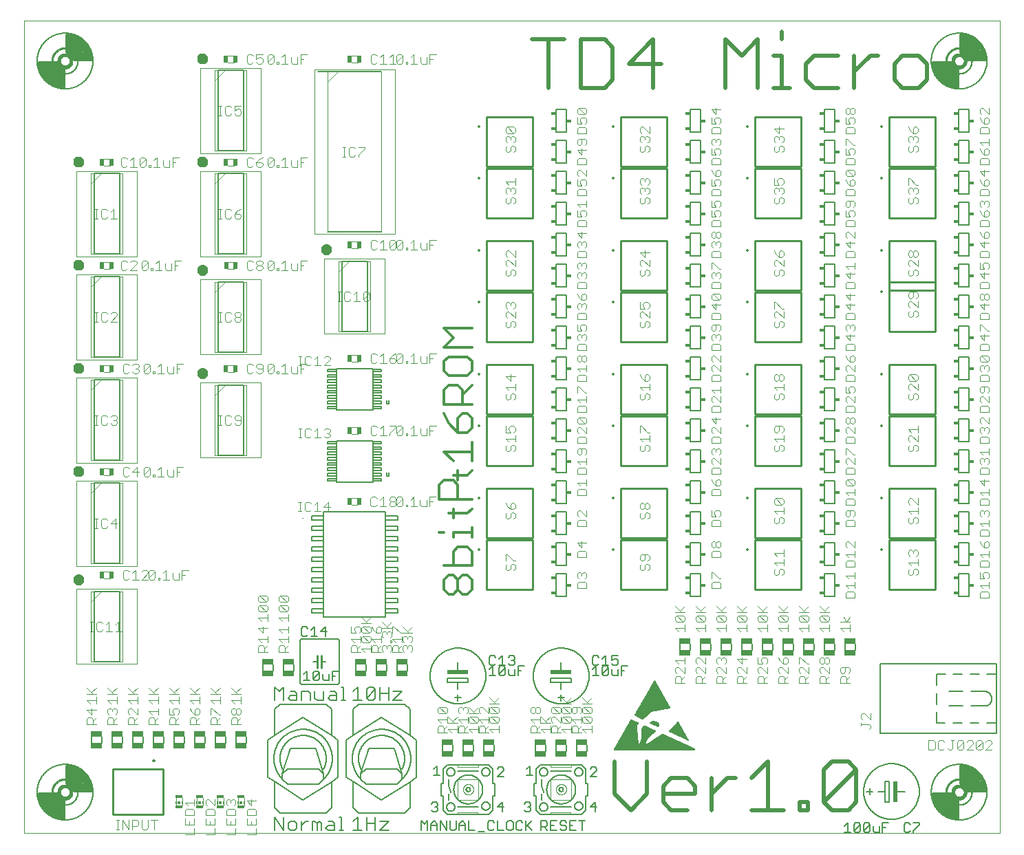
<source format=gto>
G75*
%MOIN*%
%OFA0B0*%
%FSLAX25Y25*%
%IPPOS*%
%LPD*%
%AMOC8*
5,1,8,0,0,1.08239X$1,22.5*
%
%ADD10C,0.00000*%
%ADD11C,0.02000*%
%ADD12C,0.01200*%
%ADD13C,0.00600*%
%ADD14C,0.00400*%
%ADD15R,0.01969X0.03740*%
%ADD16R,0.10000X0.02000*%
%ADD17C,0.00500*%
%ADD18C,0.01000*%
%ADD19R,0.02000X0.10000*%
%ADD20R,0.02300X0.01800*%
%ADD21C,0.00197*%
%ADD22C,0.00394*%
%ADD23C,0.00787*%
%ADD24C,0.02500*%
%ADD25C,0.00800*%
%ADD26R,0.03543X0.01575*%
%ADD27R,0.00591X0.01181*%
%ADD28R,0.01181X0.01181*%
%ADD29R,0.05512X0.02559*%
%ADD30C,0.00200*%
%ADD31C,0.00980*%
%ADD32C,0.01800*%
%ADD33C,0.00185*%
D10*
X0001800Y0003582D02*
X0001800Y0397283D01*
X0474241Y0397283D01*
X0474241Y0003582D01*
X0001800Y0003582D01*
X0015579Y0023267D02*
X0015581Y0023420D01*
X0015587Y0023574D01*
X0015597Y0023727D01*
X0015611Y0023879D01*
X0015629Y0024032D01*
X0015651Y0024183D01*
X0015676Y0024334D01*
X0015706Y0024485D01*
X0015740Y0024635D01*
X0015777Y0024783D01*
X0015818Y0024931D01*
X0015863Y0025077D01*
X0015912Y0025223D01*
X0015965Y0025367D01*
X0016021Y0025509D01*
X0016081Y0025650D01*
X0016145Y0025790D01*
X0016212Y0025928D01*
X0016283Y0026064D01*
X0016358Y0026198D01*
X0016435Y0026330D01*
X0016517Y0026460D01*
X0016601Y0026588D01*
X0016689Y0026714D01*
X0016780Y0026837D01*
X0016874Y0026958D01*
X0016972Y0027076D01*
X0017072Y0027192D01*
X0017176Y0027305D01*
X0017282Y0027416D01*
X0017391Y0027524D01*
X0017503Y0027629D01*
X0017617Y0027730D01*
X0017735Y0027829D01*
X0017854Y0027925D01*
X0017976Y0028018D01*
X0018101Y0028107D01*
X0018228Y0028194D01*
X0018357Y0028276D01*
X0018488Y0028356D01*
X0018621Y0028432D01*
X0018756Y0028505D01*
X0018893Y0028574D01*
X0019032Y0028639D01*
X0019172Y0028701D01*
X0019314Y0028759D01*
X0019457Y0028814D01*
X0019602Y0028865D01*
X0019748Y0028912D01*
X0019895Y0028955D01*
X0020043Y0028994D01*
X0020192Y0029030D01*
X0020342Y0029061D01*
X0020493Y0029089D01*
X0020644Y0029113D01*
X0020797Y0029133D01*
X0020949Y0029149D01*
X0021102Y0029161D01*
X0021255Y0029169D01*
X0021408Y0029173D01*
X0021562Y0029173D01*
X0021715Y0029169D01*
X0021868Y0029161D01*
X0022021Y0029149D01*
X0022173Y0029133D01*
X0022326Y0029113D01*
X0022477Y0029089D01*
X0022628Y0029061D01*
X0022778Y0029030D01*
X0022927Y0028994D01*
X0023075Y0028955D01*
X0023222Y0028912D01*
X0023368Y0028865D01*
X0023513Y0028814D01*
X0023656Y0028759D01*
X0023798Y0028701D01*
X0023938Y0028639D01*
X0024077Y0028574D01*
X0024214Y0028505D01*
X0024349Y0028432D01*
X0024482Y0028356D01*
X0024613Y0028276D01*
X0024742Y0028194D01*
X0024869Y0028107D01*
X0024994Y0028018D01*
X0025116Y0027925D01*
X0025235Y0027829D01*
X0025353Y0027730D01*
X0025467Y0027629D01*
X0025579Y0027524D01*
X0025688Y0027416D01*
X0025794Y0027305D01*
X0025898Y0027192D01*
X0025998Y0027076D01*
X0026096Y0026958D01*
X0026190Y0026837D01*
X0026281Y0026714D01*
X0026369Y0026588D01*
X0026453Y0026460D01*
X0026535Y0026330D01*
X0026612Y0026198D01*
X0026687Y0026064D01*
X0026758Y0025928D01*
X0026825Y0025790D01*
X0026889Y0025650D01*
X0026949Y0025509D01*
X0027005Y0025367D01*
X0027058Y0025223D01*
X0027107Y0025077D01*
X0027152Y0024931D01*
X0027193Y0024783D01*
X0027230Y0024635D01*
X0027264Y0024485D01*
X0027294Y0024334D01*
X0027319Y0024183D01*
X0027341Y0024032D01*
X0027359Y0023879D01*
X0027373Y0023727D01*
X0027383Y0023574D01*
X0027389Y0023420D01*
X0027391Y0023267D01*
X0027389Y0023114D01*
X0027383Y0022960D01*
X0027373Y0022807D01*
X0027359Y0022655D01*
X0027341Y0022502D01*
X0027319Y0022351D01*
X0027294Y0022200D01*
X0027264Y0022049D01*
X0027230Y0021899D01*
X0027193Y0021751D01*
X0027152Y0021603D01*
X0027107Y0021457D01*
X0027058Y0021311D01*
X0027005Y0021167D01*
X0026949Y0021025D01*
X0026889Y0020884D01*
X0026825Y0020744D01*
X0026758Y0020606D01*
X0026687Y0020470D01*
X0026612Y0020336D01*
X0026535Y0020204D01*
X0026453Y0020074D01*
X0026369Y0019946D01*
X0026281Y0019820D01*
X0026190Y0019697D01*
X0026096Y0019576D01*
X0025998Y0019458D01*
X0025898Y0019342D01*
X0025794Y0019229D01*
X0025688Y0019118D01*
X0025579Y0019010D01*
X0025467Y0018905D01*
X0025353Y0018804D01*
X0025235Y0018705D01*
X0025116Y0018609D01*
X0024994Y0018516D01*
X0024869Y0018427D01*
X0024742Y0018340D01*
X0024613Y0018258D01*
X0024482Y0018178D01*
X0024349Y0018102D01*
X0024214Y0018029D01*
X0024077Y0017960D01*
X0023938Y0017895D01*
X0023798Y0017833D01*
X0023656Y0017775D01*
X0023513Y0017720D01*
X0023368Y0017669D01*
X0023222Y0017622D01*
X0023075Y0017579D01*
X0022927Y0017540D01*
X0022778Y0017504D01*
X0022628Y0017473D01*
X0022477Y0017445D01*
X0022326Y0017421D01*
X0022173Y0017401D01*
X0022021Y0017385D01*
X0021868Y0017373D01*
X0021715Y0017365D01*
X0021562Y0017361D01*
X0021408Y0017361D01*
X0021255Y0017365D01*
X0021102Y0017373D01*
X0020949Y0017385D01*
X0020797Y0017401D01*
X0020644Y0017421D01*
X0020493Y0017445D01*
X0020342Y0017473D01*
X0020192Y0017504D01*
X0020043Y0017540D01*
X0019895Y0017579D01*
X0019748Y0017622D01*
X0019602Y0017669D01*
X0019457Y0017720D01*
X0019314Y0017775D01*
X0019172Y0017833D01*
X0019032Y0017895D01*
X0018893Y0017960D01*
X0018756Y0018029D01*
X0018621Y0018102D01*
X0018488Y0018178D01*
X0018357Y0018258D01*
X0018228Y0018340D01*
X0018101Y0018427D01*
X0017976Y0018516D01*
X0017854Y0018609D01*
X0017735Y0018705D01*
X0017617Y0018804D01*
X0017503Y0018905D01*
X0017391Y0019010D01*
X0017282Y0019118D01*
X0017176Y0019229D01*
X0017072Y0019342D01*
X0016972Y0019458D01*
X0016874Y0019576D01*
X0016780Y0019697D01*
X0016689Y0019820D01*
X0016601Y0019946D01*
X0016517Y0020074D01*
X0016435Y0020204D01*
X0016358Y0020336D01*
X0016283Y0020470D01*
X0016212Y0020606D01*
X0016145Y0020744D01*
X0016081Y0020884D01*
X0016021Y0021025D01*
X0015965Y0021167D01*
X0015912Y0021311D01*
X0015863Y0021457D01*
X0015818Y0021603D01*
X0015777Y0021751D01*
X0015740Y0021899D01*
X0015706Y0022049D01*
X0015676Y0022200D01*
X0015651Y0022351D01*
X0015629Y0022502D01*
X0015611Y0022655D01*
X0015597Y0022807D01*
X0015587Y0022960D01*
X0015581Y0023114D01*
X0015579Y0023267D01*
X0015579Y0377598D02*
X0015581Y0377751D01*
X0015587Y0377905D01*
X0015597Y0378058D01*
X0015611Y0378210D01*
X0015629Y0378363D01*
X0015651Y0378514D01*
X0015676Y0378665D01*
X0015706Y0378816D01*
X0015740Y0378966D01*
X0015777Y0379114D01*
X0015818Y0379262D01*
X0015863Y0379408D01*
X0015912Y0379554D01*
X0015965Y0379698D01*
X0016021Y0379840D01*
X0016081Y0379981D01*
X0016145Y0380121D01*
X0016212Y0380259D01*
X0016283Y0380395D01*
X0016358Y0380529D01*
X0016435Y0380661D01*
X0016517Y0380791D01*
X0016601Y0380919D01*
X0016689Y0381045D01*
X0016780Y0381168D01*
X0016874Y0381289D01*
X0016972Y0381407D01*
X0017072Y0381523D01*
X0017176Y0381636D01*
X0017282Y0381747D01*
X0017391Y0381855D01*
X0017503Y0381960D01*
X0017617Y0382061D01*
X0017735Y0382160D01*
X0017854Y0382256D01*
X0017976Y0382349D01*
X0018101Y0382438D01*
X0018228Y0382525D01*
X0018357Y0382607D01*
X0018488Y0382687D01*
X0018621Y0382763D01*
X0018756Y0382836D01*
X0018893Y0382905D01*
X0019032Y0382970D01*
X0019172Y0383032D01*
X0019314Y0383090D01*
X0019457Y0383145D01*
X0019602Y0383196D01*
X0019748Y0383243D01*
X0019895Y0383286D01*
X0020043Y0383325D01*
X0020192Y0383361D01*
X0020342Y0383392D01*
X0020493Y0383420D01*
X0020644Y0383444D01*
X0020797Y0383464D01*
X0020949Y0383480D01*
X0021102Y0383492D01*
X0021255Y0383500D01*
X0021408Y0383504D01*
X0021562Y0383504D01*
X0021715Y0383500D01*
X0021868Y0383492D01*
X0022021Y0383480D01*
X0022173Y0383464D01*
X0022326Y0383444D01*
X0022477Y0383420D01*
X0022628Y0383392D01*
X0022778Y0383361D01*
X0022927Y0383325D01*
X0023075Y0383286D01*
X0023222Y0383243D01*
X0023368Y0383196D01*
X0023513Y0383145D01*
X0023656Y0383090D01*
X0023798Y0383032D01*
X0023938Y0382970D01*
X0024077Y0382905D01*
X0024214Y0382836D01*
X0024349Y0382763D01*
X0024482Y0382687D01*
X0024613Y0382607D01*
X0024742Y0382525D01*
X0024869Y0382438D01*
X0024994Y0382349D01*
X0025116Y0382256D01*
X0025235Y0382160D01*
X0025353Y0382061D01*
X0025467Y0381960D01*
X0025579Y0381855D01*
X0025688Y0381747D01*
X0025794Y0381636D01*
X0025898Y0381523D01*
X0025998Y0381407D01*
X0026096Y0381289D01*
X0026190Y0381168D01*
X0026281Y0381045D01*
X0026369Y0380919D01*
X0026453Y0380791D01*
X0026535Y0380661D01*
X0026612Y0380529D01*
X0026687Y0380395D01*
X0026758Y0380259D01*
X0026825Y0380121D01*
X0026889Y0379981D01*
X0026949Y0379840D01*
X0027005Y0379698D01*
X0027058Y0379554D01*
X0027107Y0379408D01*
X0027152Y0379262D01*
X0027193Y0379114D01*
X0027230Y0378966D01*
X0027264Y0378816D01*
X0027294Y0378665D01*
X0027319Y0378514D01*
X0027341Y0378363D01*
X0027359Y0378210D01*
X0027373Y0378058D01*
X0027383Y0377905D01*
X0027389Y0377751D01*
X0027391Y0377598D01*
X0027389Y0377445D01*
X0027383Y0377291D01*
X0027373Y0377138D01*
X0027359Y0376986D01*
X0027341Y0376833D01*
X0027319Y0376682D01*
X0027294Y0376531D01*
X0027264Y0376380D01*
X0027230Y0376230D01*
X0027193Y0376082D01*
X0027152Y0375934D01*
X0027107Y0375788D01*
X0027058Y0375642D01*
X0027005Y0375498D01*
X0026949Y0375356D01*
X0026889Y0375215D01*
X0026825Y0375075D01*
X0026758Y0374937D01*
X0026687Y0374801D01*
X0026612Y0374667D01*
X0026535Y0374535D01*
X0026453Y0374405D01*
X0026369Y0374277D01*
X0026281Y0374151D01*
X0026190Y0374028D01*
X0026096Y0373907D01*
X0025998Y0373789D01*
X0025898Y0373673D01*
X0025794Y0373560D01*
X0025688Y0373449D01*
X0025579Y0373341D01*
X0025467Y0373236D01*
X0025353Y0373135D01*
X0025235Y0373036D01*
X0025116Y0372940D01*
X0024994Y0372847D01*
X0024869Y0372758D01*
X0024742Y0372671D01*
X0024613Y0372589D01*
X0024482Y0372509D01*
X0024349Y0372433D01*
X0024214Y0372360D01*
X0024077Y0372291D01*
X0023938Y0372226D01*
X0023798Y0372164D01*
X0023656Y0372106D01*
X0023513Y0372051D01*
X0023368Y0372000D01*
X0023222Y0371953D01*
X0023075Y0371910D01*
X0022927Y0371871D01*
X0022778Y0371835D01*
X0022628Y0371804D01*
X0022477Y0371776D01*
X0022326Y0371752D01*
X0022173Y0371732D01*
X0022021Y0371716D01*
X0021868Y0371704D01*
X0021715Y0371696D01*
X0021562Y0371692D01*
X0021408Y0371692D01*
X0021255Y0371696D01*
X0021102Y0371704D01*
X0020949Y0371716D01*
X0020797Y0371732D01*
X0020644Y0371752D01*
X0020493Y0371776D01*
X0020342Y0371804D01*
X0020192Y0371835D01*
X0020043Y0371871D01*
X0019895Y0371910D01*
X0019748Y0371953D01*
X0019602Y0372000D01*
X0019457Y0372051D01*
X0019314Y0372106D01*
X0019172Y0372164D01*
X0019032Y0372226D01*
X0018893Y0372291D01*
X0018756Y0372360D01*
X0018621Y0372433D01*
X0018488Y0372509D01*
X0018357Y0372589D01*
X0018228Y0372671D01*
X0018101Y0372758D01*
X0017976Y0372847D01*
X0017854Y0372940D01*
X0017735Y0373036D01*
X0017617Y0373135D01*
X0017503Y0373236D01*
X0017391Y0373341D01*
X0017282Y0373449D01*
X0017176Y0373560D01*
X0017072Y0373673D01*
X0016972Y0373789D01*
X0016874Y0373907D01*
X0016780Y0374028D01*
X0016689Y0374151D01*
X0016601Y0374277D01*
X0016517Y0374405D01*
X0016435Y0374535D01*
X0016358Y0374667D01*
X0016283Y0374801D01*
X0016212Y0374937D01*
X0016145Y0375075D01*
X0016081Y0375215D01*
X0016021Y0375356D01*
X0015965Y0375498D01*
X0015912Y0375642D01*
X0015863Y0375788D01*
X0015818Y0375934D01*
X0015777Y0376082D01*
X0015740Y0376230D01*
X0015706Y0376380D01*
X0015676Y0376531D01*
X0015651Y0376682D01*
X0015629Y0376833D01*
X0015611Y0376986D01*
X0015597Y0377138D01*
X0015587Y0377291D01*
X0015581Y0377445D01*
X0015579Y0377598D01*
X0448650Y0377598D02*
X0448652Y0377751D01*
X0448658Y0377905D01*
X0448668Y0378058D01*
X0448682Y0378210D01*
X0448700Y0378363D01*
X0448722Y0378514D01*
X0448747Y0378665D01*
X0448777Y0378816D01*
X0448811Y0378966D01*
X0448848Y0379114D01*
X0448889Y0379262D01*
X0448934Y0379408D01*
X0448983Y0379554D01*
X0449036Y0379698D01*
X0449092Y0379840D01*
X0449152Y0379981D01*
X0449216Y0380121D01*
X0449283Y0380259D01*
X0449354Y0380395D01*
X0449429Y0380529D01*
X0449506Y0380661D01*
X0449588Y0380791D01*
X0449672Y0380919D01*
X0449760Y0381045D01*
X0449851Y0381168D01*
X0449945Y0381289D01*
X0450043Y0381407D01*
X0450143Y0381523D01*
X0450247Y0381636D01*
X0450353Y0381747D01*
X0450462Y0381855D01*
X0450574Y0381960D01*
X0450688Y0382061D01*
X0450806Y0382160D01*
X0450925Y0382256D01*
X0451047Y0382349D01*
X0451172Y0382438D01*
X0451299Y0382525D01*
X0451428Y0382607D01*
X0451559Y0382687D01*
X0451692Y0382763D01*
X0451827Y0382836D01*
X0451964Y0382905D01*
X0452103Y0382970D01*
X0452243Y0383032D01*
X0452385Y0383090D01*
X0452528Y0383145D01*
X0452673Y0383196D01*
X0452819Y0383243D01*
X0452966Y0383286D01*
X0453114Y0383325D01*
X0453263Y0383361D01*
X0453413Y0383392D01*
X0453564Y0383420D01*
X0453715Y0383444D01*
X0453868Y0383464D01*
X0454020Y0383480D01*
X0454173Y0383492D01*
X0454326Y0383500D01*
X0454479Y0383504D01*
X0454633Y0383504D01*
X0454786Y0383500D01*
X0454939Y0383492D01*
X0455092Y0383480D01*
X0455244Y0383464D01*
X0455397Y0383444D01*
X0455548Y0383420D01*
X0455699Y0383392D01*
X0455849Y0383361D01*
X0455998Y0383325D01*
X0456146Y0383286D01*
X0456293Y0383243D01*
X0456439Y0383196D01*
X0456584Y0383145D01*
X0456727Y0383090D01*
X0456869Y0383032D01*
X0457009Y0382970D01*
X0457148Y0382905D01*
X0457285Y0382836D01*
X0457420Y0382763D01*
X0457553Y0382687D01*
X0457684Y0382607D01*
X0457813Y0382525D01*
X0457940Y0382438D01*
X0458065Y0382349D01*
X0458187Y0382256D01*
X0458306Y0382160D01*
X0458424Y0382061D01*
X0458538Y0381960D01*
X0458650Y0381855D01*
X0458759Y0381747D01*
X0458865Y0381636D01*
X0458969Y0381523D01*
X0459069Y0381407D01*
X0459167Y0381289D01*
X0459261Y0381168D01*
X0459352Y0381045D01*
X0459440Y0380919D01*
X0459524Y0380791D01*
X0459606Y0380661D01*
X0459683Y0380529D01*
X0459758Y0380395D01*
X0459829Y0380259D01*
X0459896Y0380121D01*
X0459960Y0379981D01*
X0460020Y0379840D01*
X0460076Y0379698D01*
X0460129Y0379554D01*
X0460178Y0379408D01*
X0460223Y0379262D01*
X0460264Y0379114D01*
X0460301Y0378966D01*
X0460335Y0378816D01*
X0460365Y0378665D01*
X0460390Y0378514D01*
X0460412Y0378363D01*
X0460430Y0378210D01*
X0460444Y0378058D01*
X0460454Y0377905D01*
X0460460Y0377751D01*
X0460462Y0377598D01*
X0460460Y0377445D01*
X0460454Y0377291D01*
X0460444Y0377138D01*
X0460430Y0376986D01*
X0460412Y0376833D01*
X0460390Y0376682D01*
X0460365Y0376531D01*
X0460335Y0376380D01*
X0460301Y0376230D01*
X0460264Y0376082D01*
X0460223Y0375934D01*
X0460178Y0375788D01*
X0460129Y0375642D01*
X0460076Y0375498D01*
X0460020Y0375356D01*
X0459960Y0375215D01*
X0459896Y0375075D01*
X0459829Y0374937D01*
X0459758Y0374801D01*
X0459683Y0374667D01*
X0459606Y0374535D01*
X0459524Y0374405D01*
X0459440Y0374277D01*
X0459352Y0374151D01*
X0459261Y0374028D01*
X0459167Y0373907D01*
X0459069Y0373789D01*
X0458969Y0373673D01*
X0458865Y0373560D01*
X0458759Y0373449D01*
X0458650Y0373341D01*
X0458538Y0373236D01*
X0458424Y0373135D01*
X0458306Y0373036D01*
X0458187Y0372940D01*
X0458065Y0372847D01*
X0457940Y0372758D01*
X0457813Y0372671D01*
X0457684Y0372589D01*
X0457553Y0372509D01*
X0457420Y0372433D01*
X0457285Y0372360D01*
X0457148Y0372291D01*
X0457009Y0372226D01*
X0456869Y0372164D01*
X0456727Y0372106D01*
X0456584Y0372051D01*
X0456439Y0372000D01*
X0456293Y0371953D01*
X0456146Y0371910D01*
X0455998Y0371871D01*
X0455849Y0371835D01*
X0455699Y0371804D01*
X0455548Y0371776D01*
X0455397Y0371752D01*
X0455244Y0371732D01*
X0455092Y0371716D01*
X0454939Y0371704D01*
X0454786Y0371696D01*
X0454633Y0371692D01*
X0454479Y0371692D01*
X0454326Y0371696D01*
X0454173Y0371704D01*
X0454020Y0371716D01*
X0453868Y0371732D01*
X0453715Y0371752D01*
X0453564Y0371776D01*
X0453413Y0371804D01*
X0453263Y0371835D01*
X0453114Y0371871D01*
X0452966Y0371910D01*
X0452819Y0371953D01*
X0452673Y0372000D01*
X0452528Y0372051D01*
X0452385Y0372106D01*
X0452243Y0372164D01*
X0452103Y0372226D01*
X0451964Y0372291D01*
X0451827Y0372360D01*
X0451692Y0372433D01*
X0451559Y0372509D01*
X0451428Y0372589D01*
X0451299Y0372671D01*
X0451172Y0372758D01*
X0451047Y0372847D01*
X0450925Y0372940D01*
X0450806Y0373036D01*
X0450688Y0373135D01*
X0450574Y0373236D01*
X0450462Y0373341D01*
X0450353Y0373449D01*
X0450247Y0373560D01*
X0450143Y0373673D01*
X0450043Y0373789D01*
X0449945Y0373907D01*
X0449851Y0374028D01*
X0449760Y0374151D01*
X0449672Y0374277D01*
X0449588Y0374405D01*
X0449506Y0374535D01*
X0449429Y0374667D01*
X0449354Y0374801D01*
X0449283Y0374937D01*
X0449216Y0375075D01*
X0449152Y0375215D01*
X0449092Y0375356D01*
X0449036Y0375498D01*
X0448983Y0375642D01*
X0448934Y0375788D01*
X0448889Y0375934D01*
X0448848Y0376082D01*
X0448811Y0376230D01*
X0448777Y0376380D01*
X0448747Y0376531D01*
X0448722Y0376682D01*
X0448700Y0376833D01*
X0448682Y0376986D01*
X0448668Y0377138D01*
X0448658Y0377291D01*
X0448652Y0377445D01*
X0448650Y0377598D01*
X0448650Y0023267D02*
X0448652Y0023420D01*
X0448658Y0023574D01*
X0448668Y0023727D01*
X0448682Y0023879D01*
X0448700Y0024032D01*
X0448722Y0024183D01*
X0448747Y0024334D01*
X0448777Y0024485D01*
X0448811Y0024635D01*
X0448848Y0024783D01*
X0448889Y0024931D01*
X0448934Y0025077D01*
X0448983Y0025223D01*
X0449036Y0025367D01*
X0449092Y0025509D01*
X0449152Y0025650D01*
X0449216Y0025790D01*
X0449283Y0025928D01*
X0449354Y0026064D01*
X0449429Y0026198D01*
X0449506Y0026330D01*
X0449588Y0026460D01*
X0449672Y0026588D01*
X0449760Y0026714D01*
X0449851Y0026837D01*
X0449945Y0026958D01*
X0450043Y0027076D01*
X0450143Y0027192D01*
X0450247Y0027305D01*
X0450353Y0027416D01*
X0450462Y0027524D01*
X0450574Y0027629D01*
X0450688Y0027730D01*
X0450806Y0027829D01*
X0450925Y0027925D01*
X0451047Y0028018D01*
X0451172Y0028107D01*
X0451299Y0028194D01*
X0451428Y0028276D01*
X0451559Y0028356D01*
X0451692Y0028432D01*
X0451827Y0028505D01*
X0451964Y0028574D01*
X0452103Y0028639D01*
X0452243Y0028701D01*
X0452385Y0028759D01*
X0452528Y0028814D01*
X0452673Y0028865D01*
X0452819Y0028912D01*
X0452966Y0028955D01*
X0453114Y0028994D01*
X0453263Y0029030D01*
X0453413Y0029061D01*
X0453564Y0029089D01*
X0453715Y0029113D01*
X0453868Y0029133D01*
X0454020Y0029149D01*
X0454173Y0029161D01*
X0454326Y0029169D01*
X0454479Y0029173D01*
X0454633Y0029173D01*
X0454786Y0029169D01*
X0454939Y0029161D01*
X0455092Y0029149D01*
X0455244Y0029133D01*
X0455397Y0029113D01*
X0455548Y0029089D01*
X0455699Y0029061D01*
X0455849Y0029030D01*
X0455998Y0028994D01*
X0456146Y0028955D01*
X0456293Y0028912D01*
X0456439Y0028865D01*
X0456584Y0028814D01*
X0456727Y0028759D01*
X0456869Y0028701D01*
X0457009Y0028639D01*
X0457148Y0028574D01*
X0457285Y0028505D01*
X0457420Y0028432D01*
X0457553Y0028356D01*
X0457684Y0028276D01*
X0457813Y0028194D01*
X0457940Y0028107D01*
X0458065Y0028018D01*
X0458187Y0027925D01*
X0458306Y0027829D01*
X0458424Y0027730D01*
X0458538Y0027629D01*
X0458650Y0027524D01*
X0458759Y0027416D01*
X0458865Y0027305D01*
X0458969Y0027192D01*
X0459069Y0027076D01*
X0459167Y0026958D01*
X0459261Y0026837D01*
X0459352Y0026714D01*
X0459440Y0026588D01*
X0459524Y0026460D01*
X0459606Y0026330D01*
X0459683Y0026198D01*
X0459758Y0026064D01*
X0459829Y0025928D01*
X0459896Y0025790D01*
X0459960Y0025650D01*
X0460020Y0025509D01*
X0460076Y0025367D01*
X0460129Y0025223D01*
X0460178Y0025077D01*
X0460223Y0024931D01*
X0460264Y0024783D01*
X0460301Y0024635D01*
X0460335Y0024485D01*
X0460365Y0024334D01*
X0460390Y0024183D01*
X0460412Y0024032D01*
X0460430Y0023879D01*
X0460444Y0023727D01*
X0460454Y0023574D01*
X0460460Y0023420D01*
X0460462Y0023267D01*
X0460460Y0023114D01*
X0460454Y0022960D01*
X0460444Y0022807D01*
X0460430Y0022655D01*
X0460412Y0022502D01*
X0460390Y0022351D01*
X0460365Y0022200D01*
X0460335Y0022049D01*
X0460301Y0021899D01*
X0460264Y0021751D01*
X0460223Y0021603D01*
X0460178Y0021457D01*
X0460129Y0021311D01*
X0460076Y0021167D01*
X0460020Y0021025D01*
X0459960Y0020884D01*
X0459896Y0020744D01*
X0459829Y0020606D01*
X0459758Y0020470D01*
X0459683Y0020336D01*
X0459606Y0020204D01*
X0459524Y0020074D01*
X0459440Y0019946D01*
X0459352Y0019820D01*
X0459261Y0019697D01*
X0459167Y0019576D01*
X0459069Y0019458D01*
X0458969Y0019342D01*
X0458865Y0019229D01*
X0458759Y0019118D01*
X0458650Y0019010D01*
X0458538Y0018905D01*
X0458424Y0018804D01*
X0458306Y0018705D01*
X0458187Y0018609D01*
X0458065Y0018516D01*
X0457940Y0018427D01*
X0457813Y0018340D01*
X0457684Y0018258D01*
X0457553Y0018178D01*
X0457420Y0018102D01*
X0457285Y0018029D01*
X0457148Y0017960D01*
X0457009Y0017895D01*
X0456869Y0017833D01*
X0456727Y0017775D01*
X0456584Y0017720D01*
X0456439Y0017669D01*
X0456293Y0017622D01*
X0456146Y0017579D01*
X0455998Y0017540D01*
X0455849Y0017504D01*
X0455699Y0017473D01*
X0455548Y0017445D01*
X0455397Y0017421D01*
X0455244Y0017401D01*
X0455092Y0017385D01*
X0454939Y0017373D01*
X0454786Y0017365D01*
X0454633Y0017361D01*
X0454479Y0017361D01*
X0454326Y0017365D01*
X0454173Y0017373D01*
X0454020Y0017385D01*
X0453868Y0017401D01*
X0453715Y0017421D01*
X0453564Y0017445D01*
X0453413Y0017473D01*
X0453263Y0017504D01*
X0453114Y0017540D01*
X0452966Y0017579D01*
X0452819Y0017622D01*
X0452673Y0017669D01*
X0452528Y0017720D01*
X0452385Y0017775D01*
X0452243Y0017833D01*
X0452103Y0017895D01*
X0451964Y0017960D01*
X0451827Y0018029D01*
X0451692Y0018102D01*
X0451559Y0018178D01*
X0451428Y0018258D01*
X0451299Y0018340D01*
X0451172Y0018427D01*
X0451047Y0018516D01*
X0450925Y0018609D01*
X0450806Y0018705D01*
X0450688Y0018804D01*
X0450574Y0018905D01*
X0450462Y0019010D01*
X0450353Y0019118D01*
X0450247Y0019229D01*
X0450143Y0019342D01*
X0450043Y0019458D01*
X0449945Y0019576D01*
X0449851Y0019697D01*
X0449760Y0019820D01*
X0449672Y0019946D01*
X0449588Y0020074D01*
X0449506Y0020204D01*
X0449429Y0020336D01*
X0449354Y0020470D01*
X0449283Y0020606D01*
X0449216Y0020744D01*
X0449152Y0020884D01*
X0449092Y0021025D01*
X0449036Y0021167D01*
X0448983Y0021311D01*
X0448934Y0021457D01*
X0448889Y0021603D01*
X0448848Y0021751D01*
X0448811Y0021899D01*
X0448777Y0022049D01*
X0448747Y0022200D01*
X0448722Y0022351D01*
X0448700Y0022502D01*
X0448682Y0022655D01*
X0448668Y0022807D01*
X0448658Y0022960D01*
X0448652Y0023114D01*
X0448650Y0023267D01*
D11*
X0404761Y0018486D02*
X0400858Y0014582D01*
X0393051Y0014582D01*
X0389148Y0018486D01*
X0404761Y0034099D01*
X0404761Y0018486D01*
X0404761Y0034099D02*
X0400858Y0038002D01*
X0393051Y0038002D01*
X0389148Y0034099D01*
X0389148Y0018486D01*
X0381357Y0018486D02*
X0381357Y0014582D01*
X0377454Y0014582D01*
X0377454Y0018486D01*
X0381357Y0018486D01*
X0369679Y0014582D02*
X0354066Y0014582D01*
X0361873Y0014582D02*
X0361873Y0038002D01*
X0354066Y0030196D01*
X0346286Y0030196D02*
X0342383Y0030196D01*
X0334576Y0022389D01*
X0326801Y0022389D02*
X0311188Y0022389D01*
X0311188Y0018486D02*
X0311188Y0026292D01*
X0315091Y0030196D01*
X0322898Y0030196D01*
X0326801Y0026292D01*
X0326801Y0022389D01*
X0322898Y0014582D02*
X0315091Y0014582D01*
X0311188Y0018486D01*
X0303413Y0022389D02*
X0303413Y0038002D01*
X0287800Y0038002D02*
X0287800Y0022389D01*
X0295607Y0014582D01*
X0303413Y0022389D01*
X0334576Y0014582D02*
X0334576Y0030196D01*
X0341352Y0364582D02*
X0341352Y0388002D01*
X0349159Y0380196D01*
X0356965Y0388002D01*
X0356965Y0364582D01*
X0364740Y0364582D02*
X0372547Y0364582D01*
X0368643Y0364582D02*
X0368643Y0380196D01*
X0364740Y0380196D01*
X0368643Y0388002D02*
X0368643Y0391906D01*
X0384235Y0380196D02*
X0380332Y0376292D01*
X0380332Y0368486D01*
X0384235Y0364582D01*
X0395945Y0364582D01*
X0403720Y0364582D02*
X0403720Y0380196D01*
X0395945Y0380196D02*
X0384235Y0380196D01*
X0403720Y0372389D02*
X0411527Y0380196D01*
X0415430Y0380196D01*
X0423210Y0376292D02*
X0423210Y0368486D01*
X0427113Y0364582D01*
X0434920Y0364582D01*
X0438823Y0368486D01*
X0438823Y0376292D01*
X0434920Y0380196D01*
X0427113Y0380196D01*
X0423210Y0376292D01*
X0310189Y0376292D02*
X0294576Y0376292D01*
X0306286Y0388002D01*
X0306286Y0364582D01*
X0286801Y0368486D02*
X0286801Y0384099D01*
X0282898Y0388002D01*
X0271188Y0388002D01*
X0271188Y0364582D01*
X0282898Y0364582D01*
X0286801Y0368486D01*
X0263413Y0388002D02*
X0247800Y0388002D01*
X0255607Y0388002D02*
X0255607Y0364582D01*
D12*
X0218700Y0248093D02*
X0204888Y0248093D01*
X0209492Y0243489D01*
X0204888Y0238885D01*
X0218700Y0238885D01*
X0216398Y0234281D02*
X0207190Y0234281D01*
X0204888Y0231979D01*
X0204888Y0227375D01*
X0207190Y0225073D01*
X0216398Y0225073D01*
X0218700Y0227375D01*
X0218700Y0231979D01*
X0216398Y0234281D01*
X0218700Y0220469D02*
X0214096Y0215865D01*
X0214096Y0218167D02*
X0214096Y0211261D01*
X0214096Y0206657D02*
X0211794Y0204355D01*
X0211794Y0197449D01*
X0216398Y0197449D01*
X0218700Y0199751D01*
X0218700Y0204355D01*
X0216398Y0206657D01*
X0214096Y0206657D01*
X0218700Y0211261D02*
X0204888Y0211261D01*
X0204888Y0218167D01*
X0207190Y0220469D01*
X0211794Y0220469D01*
X0214096Y0218167D01*
X0204888Y0206657D02*
X0207190Y0202053D01*
X0211794Y0197449D01*
X0218700Y0192845D02*
X0218700Y0183637D01*
X0218700Y0188241D02*
X0204888Y0188241D01*
X0209492Y0183637D01*
X0211794Y0179034D02*
X0211794Y0174430D01*
X0209492Y0174430D02*
X0211794Y0172128D01*
X0211794Y0165222D01*
X0209492Y0160618D02*
X0209492Y0156014D01*
X0207190Y0158316D02*
X0216398Y0158316D01*
X0218700Y0160618D01*
X0218700Y0165222D02*
X0202586Y0165222D01*
X0202586Y0172128D01*
X0204888Y0174430D01*
X0209492Y0174430D01*
X0209492Y0176732D02*
X0216398Y0176732D01*
X0218700Y0179034D01*
X0218700Y0151410D02*
X0218700Y0146806D01*
X0218700Y0149108D02*
X0209492Y0149108D01*
X0209492Y0146806D01*
X0204888Y0149108D02*
X0202586Y0149108D01*
X0209492Y0139900D02*
X0209492Y0132994D01*
X0209492Y0128390D02*
X0207190Y0128390D01*
X0204888Y0126088D01*
X0204888Y0121484D01*
X0207190Y0119182D01*
X0209492Y0119182D01*
X0211794Y0121484D01*
X0211794Y0126088D01*
X0214096Y0128390D01*
X0216398Y0128390D01*
X0218700Y0126088D01*
X0218700Y0121484D01*
X0216398Y0119182D01*
X0214096Y0119182D01*
X0211794Y0121484D01*
X0211794Y0126088D02*
X0209492Y0128390D01*
X0204888Y0132994D02*
X0218700Y0132994D01*
X0218700Y0139900D01*
X0216398Y0142202D01*
X0211794Y0142202D01*
X0209492Y0139900D01*
D13*
X0182621Y0140122D02*
X0182621Y0142122D01*
X0176721Y0142122D01*
X0176721Y0140122D01*
X0182621Y0140122D01*
X0182621Y0137122D02*
X0176721Y0137122D01*
X0176721Y0135122D01*
X0182621Y0135122D01*
X0182621Y0137122D01*
X0182621Y0132122D02*
X0176721Y0132122D01*
X0176721Y0130122D01*
X0182621Y0130122D01*
X0182621Y0132122D01*
X0182621Y0127122D02*
X0176721Y0127122D01*
X0176721Y0125122D01*
X0182621Y0125122D01*
X0182621Y0127122D01*
X0182621Y0122122D02*
X0176721Y0122122D01*
X0176721Y0120122D01*
X0182621Y0120122D01*
X0182621Y0122122D01*
X0182621Y0117122D02*
X0176721Y0117122D01*
X0176721Y0115122D01*
X0182621Y0115122D01*
X0182621Y0117122D01*
X0182621Y0112122D02*
X0176721Y0112122D01*
X0176721Y0110122D01*
X0182621Y0110122D01*
X0182621Y0112122D01*
X0176721Y0108722D02*
X0176721Y0108022D01*
X0146721Y0108022D01*
X0146721Y0108722D01*
X0146721Y0108022D02*
X0146721Y0159222D01*
X0146721Y0158522D01*
X0146721Y0159222D02*
X0160521Y0159222D01*
X0162921Y0159222D01*
X0176721Y0159222D01*
X0176721Y0158522D01*
X0176721Y0159222D02*
X0162921Y0159222D01*
X0160521Y0159222D01*
X0146721Y0159222D01*
X0146721Y0157122D02*
X0140821Y0157122D01*
X0140821Y0155122D01*
X0146721Y0155122D01*
X0146721Y0157122D01*
X0146721Y0152122D02*
X0140821Y0152122D01*
X0140821Y0150122D01*
X0146721Y0150122D01*
X0146721Y0152122D01*
X0146721Y0147122D02*
X0140821Y0147122D01*
X0140821Y0145122D01*
X0146721Y0145122D01*
X0146721Y0147122D01*
X0146721Y0142122D02*
X0140821Y0142122D01*
X0140821Y0140122D01*
X0146721Y0140122D01*
X0146721Y0142122D01*
X0146721Y0137122D02*
X0140821Y0137122D01*
X0140821Y0135122D01*
X0146721Y0135122D01*
X0146721Y0137122D01*
X0146721Y0132122D02*
X0140821Y0132122D01*
X0140821Y0130122D01*
X0146721Y0130122D01*
X0146721Y0132122D01*
X0146721Y0127122D02*
X0140821Y0127122D01*
X0140821Y0125122D01*
X0146721Y0125122D01*
X0146721Y0127122D01*
X0146721Y0122122D02*
X0140821Y0122122D01*
X0140821Y0120122D01*
X0146721Y0120122D01*
X0146721Y0122122D01*
X0146721Y0117122D02*
X0140821Y0117122D01*
X0140821Y0115122D01*
X0146721Y0115122D01*
X0146721Y0117122D01*
X0146721Y0112122D02*
X0140821Y0112122D01*
X0140821Y0110122D01*
X0146721Y0110122D01*
X0146721Y0112122D01*
X0146721Y0108022D02*
X0176721Y0108022D01*
X0176721Y0159222D01*
X0176721Y0157122D02*
X0182621Y0157122D01*
X0182621Y0155122D01*
X0176721Y0155122D01*
X0176721Y0157122D01*
X0176721Y0152122D02*
X0182621Y0152122D01*
X0182621Y0150122D01*
X0176721Y0150122D01*
X0176721Y0152122D01*
X0176721Y0147122D02*
X0182621Y0147122D01*
X0182621Y0145122D01*
X0176721Y0145122D01*
X0176721Y0147122D01*
X0174800Y0174082D02*
X0170700Y0174082D01*
X0170700Y0175182D01*
X0174800Y0175182D01*
X0174800Y0174082D01*
X0174800Y0176582D02*
X0170700Y0176582D01*
X0170700Y0177782D01*
X0174800Y0177782D01*
X0174800Y0176582D01*
X0177200Y0176482D02*
X0177200Y0177982D01*
X0178200Y0177982D02*
X0178200Y0176482D01*
X0177200Y0176482D01*
X0174800Y0179182D02*
X0174800Y0180382D01*
X0170700Y0180382D01*
X0170700Y0179182D01*
X0174800Y0179182D01*
X0174800Y0181682D02*
X0170700Y0181682D01*
X0170700Y0182882D01*
X0174800Y0182882D01*
X0174800Y0181682D01*
X0174800Y0184282D02*
X0170700Y0184282D01*
X0170700Y0185482D01*
X0174800Y0185482D01*
X0174800Y0184282D01*
X0174800Y0186782D02*
X0174800Y0187982D01*
X0170700Y0187982D01*
X0170700Y0186782D01*
X0174800Y0186782D01*
X0174800Y0189382D02*
X0170700Y0189382D01*
X0170700Y0190582D01*
X0174800Y0190582D01*
X0174800Y0189382D01*
X0174800Y0191982D02*
X0170700Y0191982D01*
X0170700Y0193082D01*
X0174800Y0193082D01*
X0174800Y0191982D01*
X0170700Y0193582D02*
X0163000Y0193582D01*
X0160600Y0193582D01*
X0154400Y0193582D01*
X0152900Y0193582D02*
X0152900Y0173582D01*
X0170700Y0173582D01*
X0170700Y0193582D01*
X0169200Y0193582D02*
X0163000Y0193582D01*
X0160600Y0193582D01*
X0152900Y0193582D01*
X0152900Y0193082D02*
X0148800Y0193082D01*
X0148800Y0191982D01*
X0152900Y0191982D01*
X0152900Y0193082D01*
X0152900Y0190582D02*
X0148800Y0190582D01*
X0148800Y0189382D01*
X0152900Y0189382D01*
X0152900Y0190582D01*
X0152900Y0187982D02*
X0148800Y0187982D01*
X0148800Y0186782D01*
X0152900Y0186782D01*
X0152900Y0187982D01*
X0152900Y0185482D02*
X0148800Y0185482D01*
X0148800Y0184282D01*
X0152900Y0184282D01*
X0152900Y0185482D01*
X0152900Y0182882D02*
X0148800Y0182882D01*
X0148800Y0181682D01*
X0152900Y0181682D01*
X0152900Y0182882D01*
X0152900Y0180382D02*
X0148800Y0180382D01*
X0148800Y0179182D01*
X0152900Y0179182D01*
X0152900Y0180382D01*
X0152900Y0177782D02*
X0148800Y0177782D01*
X0148800Y0176582D01*
X0152900Y0176582D01*
X0152900Y0177782D01*
X0152900Y0175182D02*
X0148800Y0175182D01*
X0148800Y0174082D01*
X0152900Y0174082D01*
X0152900Y0175182D01*
X0154400Y0173582D02*
X0169200Y0173582D01*
X0136521Y0156122D02*
X0136521Y0156122D01*
X0136521Y0156122D01*
X0136521Y0156122D01*
X0136521Y0156122D01*
X0148800Y0209082D02*
X0152900Y0209082D01*
X0152900Y0210182D01*
X0148800Y0210182D01*
X0148800Y0209082D01*
X0148800Y0211582D02*
X0152900Y0211582D01*
X0152900Y0212782D01*
X0148800Y0212782D01*
X0148800Y0211582D01*
X0148800Y0214182D02*
X0152900Y0214182D01*
X0152900Y0215382D01*
X0148800Y0215382D01*
X0148800Y0214182D01*
X0148800Y0216682D02*
X0152900Y0216682D01*
X0152900Y0217882D01*
X0148800Y0217882D01*
X0148800Y0216682D01*
X0148800Y0219282D02*
X0152900Y0219282D01*
X0152900Y0220482D01*
X0148800Y0220482D01*
X0148800Y0219282D01*
X0148800Y0221782D02*
X0152900Y0221782D01*
X0152900Y0222982D01*
X0148800Y0222982D01*
X0148800Y0221782D01*
X0148800Y0224382D02*
X0152900Y0224382D01*
X0152900Y0225582D01*
X0148800Y0225582D01*
X0148800Y0224382D01*
X0148800Y0226982D02*
X0152900Y0226982D01*
X0152900Y0228082D01*
X0148800Y0228082D01*
X0148800Y0226982D01*
X0152900Y0228582D02*
X0152900Y0208582D01*
X0170700Y0208582D01*
X0170700Y0228582D01*
X0163000Y0228582D01*
X0160600Y0228582D01*
X0154400Y0228582D01*
X0152900Y0228582D02*
X0160600Y0228582D01*
X0163000Y0228582D01*
X0169200Y0228582D01*
X0170700Y0228082D02*
X0174800Y0228082D01*
X0174800Y0226982D01*
X0170700Y0226982D01*
X0170700Y0228082D01*
X0170700Y0225582D02*
X0174800Y0225582D01*
X0174800Y0224382D01*
X0170700Y0224382D01*
X0170700Y0225582D01*
X0170700Y0222982D02*
X0174800Y0222982D01*
X0174800Y0221782D01*
X0170700Y0221782D01*
X0170700Y0222982D01*
X0170700Y0220482D02*
X0174800Y0220482D01*
X0174800Y0219282D01*
X0170700Y0219282D01*
X0170700Y0220482D01*
X0170700Y0217882D02*
X0174800Y0217882D01*
X0174800Y0216682D01*
X0170700Y0216682D01*
X0170700Y0217882D01*
X0170700Y0215382D02*
X0174800Y0215382D01*
X0174800Y0214182D01*
X0170700Y0214182D01*
X0170700Y0215382D01*
X0170700Y0212782D02*
X0174800Y0212782D01*
X0174800Y0211582D01*
X0170700Y0211582D01*
X0170700Y0212782D01*
X0170700Y0210182D02*
X0174800Y0210182D01*
X0174800Y0209082D01*
X0170700Y0209082D01*
X0170700Y0210182D01*
X0169200Y0208582D02*
X0154400Y0208582D01*
X0177200Y0211482D02*
X0177200Y0212982D01*
X0178200Y0212982D02*
X0178200Y0211482D01*
X0177200Y0211482D01*
X0259200Y0207982D02*
X0259200Y0219182D01*
X0264400Y0219182D01*
X0264400Y0216982D01*
X0264400Y0219182D02*
X0261200Y0219182D01*
X0264400Y0219182D02*
X0264400Y0207982D01*
X0264400Y0210182D01*
X0264400Y0207982D02*
X0261200Y0207982D01*
X0259200Y0207982D02*
X0264400Y0207982D01*
X0264400Y0204182D02*
X0261200Y0204182D01*
X0259200Y0204182D02*
X0264400Y0204182D01*
X0264400Y0201982D01*
X0264400Y0204182D02*
X0264400Y0192982D01*
X0264400Y0195182D01*
X0264400Y0192982D02*
X0261200Y0192982D01*
X0259200Y0192982D02*
X0259200Y0204182D01*
X0259200Y0192982D02*
X0264400Y0192982D01*
X0264400Y0189182D02*
X0261200Y0189182D01*
X0259200Y0189182D02*
X0264400Y0189182D01*
X0264400Y0186982D01*
X0264400Y0189182D02*
X0264400Y0177982D01*
X0264400Y0180182D01*
X0264400Y0177982D02*
X0261200Y0177982D01*
X0259200Y0177982D02*
X0259200Y0189182D01*
X0259200Y0177982D02*
X0264400Y0177982D01*
X0264400Y0174182D02*
X0261200Y0174182D01*
X0259200Y0174182D02*
X0264400Y0174182D01*
X0264400Y0171982D01*
X0264400Y0174182D02*
X0264400Y0162982D01*
X0264400Y0165182D01*
X0264400Y0162982D02*
X0261200Y0162982D01*
X0259200Y0162982D02*
X0259200Y0174182D01*
X0259200Y0162982D02*
X0264400Y0162982D01*
X0264400Y0159182D02*
X0261200Y0159182D01*
X0259200Y0159182D02*
X0264400Y0159182D01*
X0264400Y0156982D01*
X0264400Y0159182D02*
X0264400Y0147982D01*
X0264400Y0150182D01*
X0264400Y0147982D02*
X0261200Y0147982D01*
X0259200Y0147982D02*
X0259200Y0159182D01*
X0259200Y0147982D02*
X0264400Y0147982D01*
X0264400Y0144182D02*
X0261200Y0144182D01*
X0259200Y0144182D02*
X0264400Y0144182D01*
X0264400Y0141982D01*
X0264400Y0144182D02*
X0264400Y0132982D01*
X0264400Y0135182D01*
X0264400Y0132982D02*
X0261200Y0132982D01*
X0259200Y0132982D02*
X0259200Y0144182D01*
X0259200Y0132982D02*
X0264400Y0132982D01*
X0264400Y0129182D02*
X0261200Y0129182D01*
X0259200Y0129182D02*
X0264400Y0129182D01*
X0264400Y0126982D01*
X0264400Y0129182D02*
X0264400Y0117982D01*
X0264400Y0120182D01*
X0264400Y0117982D02*
X0261200Y0117982D01*
X0259200Y0117982D02*
X0259200Y0129182D01*
X0259200Y0117982D02*
X0264400Y0117982D01*
X0261800Y0086082D02*
X0261800Y0082082D01*
X0248300Y0079582D02*
X0248304Y0079913D01*
X0248316Y0080244D01*
X0248337Y0080575D01*
X0248365Y0080905D01*
X0248402Y0081235D01*
X0248446Y0081563D01*
X0248499Y0081890D01*
X0248559Y0082216D01*
X0248628Y0082540D01*
X0248705Y0082862D01*
X0248789Y0083183D01*
X0248881Y0083501D01*
X0248981Y0083817D01*
X0249089Y0084130D01*
X0249205Y0084441D01*
X0249328Y0084748D01*
X0249458Y0085053D01*
X0249596Y0085354D01*
X0249741Y0085652D01*
X0249894Y0085946D01*
X0250054Y0086236D01*
X0250221Y0086522D01*
X0250394Y0086804D01*
X0250575Y0087082D01*
X0250763Y0087355D01*
X0250957Y0087624D01*
X0251157Y0087888D01*
X0251364Y0088146D01*
X0251578Y0088400D01*
X0251797Y0088648D01*
X0252023Y0088891D01*
X0252254Y0089128D01*
X0252491Y0089359D01*
X0252734Y0089585D01*
X0252982Y0089804D01*
X0253236Y0090018D01*
X0253494Y0090225D01*
X0253758Y0090425D01*
X0254027Y0090619D01*
X0254300Y0090807D01*
X0254578Y0090988D01*
X0254860Y0091161D01*
X0255146Y0091328D01*
X0255436Y0091488D01*
X0255730Y0091641D01*
X0256028Y0091786D01*
X0256329Y0091924D01*
X0256634Y0092054D01*
X0256941Y0092177D01*
X0257252Y0092293D01*
X0257565Y0092401D01*
X0257881Y0092501D01*
X0258199Y0092593D01*
X0258520Y0092677D01*
X0258842Y0092754D01*
X0259166Y0092823D01*
X0259492Y0092883D01*
X0259819Y0092936D01*
X0260147Y0092980D01*
X0260477Y0093017D01*
X0260807Y0093045D01*
X0261138Y0093066D01*
X0261469Y0093078D01*
X0261800Y0093082D01*
X0262131Y0093078D01*
X0262462Y0093066D01*
X0262793Y0093045D01*
X0263123Y0093017D01*
X0263453Y0092980D01*
X0263781Y0092936D01*
X0264108Y0092883D01*
X0264434Y0092823D01*
X0264758Y0092754D01*
X0265080Y0092677D01*
X0265401Y0092593D01*
X0265719Y0092501D01*
X0266035Y0092401D01*
X0266348Y0092293D01*
X0266659Y0092177D01*
X0266966Y0092054D01*
X0267271Y0091924D01*
X0267572Y0091786D01*
X0267870Y0091641D01*
X0268164Y0091488D01*
X0268454Y0091328D01*
X0268740Y0091161D01*
X0269022Y0090988D01*
X0269300Y0090807D01*
X0269573Y0090619D01*
X0269842Y0090425D01*
X0270106Y0090225D01*
X0270364Y0090018D01*
X0270618Y0089804D01*
X0270866Y0089585D01*
X0271109Y0089359D01*
X0271346Y0089128D01*
X0271577Y0088891D01*
X0271803Y0088648D01*
X0272022Y0088400D01*
X0272236Y0088146D01*
X0272443Y0087888D01*
X0272643Y0087624D01*
X0272837Y0087355D01*
X0273025Y0087082D01*
X0273206Y0086804D01*
X0273379Y0086522D01*
X0273546Y0086236D01*
X0273706Y0085946D01*
X0273859Y0085652D01*
X0274004Y0085354D01*
X0274142Y0085053D01*
X0274272Y0084748D01*
X0274395Y0084441D01*
X0274511Y0084130D01*
X0274619Y0083817D01*
X0274719Y0083501D01*
X0274811Y0083183D01*
X0274895Y0082862D01*
X0274972Y0082540D01*
X0275041Y0082216D01*
X0275101Y0081890D01*
X0275154Y0081563D01*
X0275198Y0081235D01*
X0275235Y0080905D01*
X0275263Y0080575D01*
X0275284Y0080244D01*
X0275296Y0079913D01*
X0275300Y0079582D01*
X0275296Y0079251D01*
X0275284Y0078920D01*
X0275263Y0078589D01*
X0275235Y0078259D01*
X0275198Y0077929D01*
X0275154Y0077601D01*
X0275101Y0077274D01*
X0275041Y0076948D01*
X0274972Y0076624D01*
X0274895Y0076302D01*
X0274811Y0075981D01*
X0274719Y0075663D01*
X0274619Y0075347D01*
X0274511Y0075034D01*
X0274395Y0074723D01*
X0274272Y0074416D01*
X0274142Y0074111D01*
X0274004Y0073810D01*
X0273859Y0073512D01*
X0273706Y0073218D01*
X0273546Y0072928D01*
X0273379Y0072642D01*
X0273206Y0072360D01*
X0273025Y0072082D01*
X0272837Y0071809D01*
X0272643Y0071540D01*
X0272443Y0071276D01*
X0272236Y0071018D01*
X0272022Y0070764D01*
X0271803Y0070516D01*
X0271577Y0070273D01*
X0271346Y0070036D01*
X0271109Y0069805D01*
X0270866Y0069579D01*
X0270618Y0069360D01*
X0270364Y0069146D01*
X0270106Y0068939D01*
X0269842Y0068739D01*
X0269573Y0068545D01*
X0269300Y0068357D01*
X0269022Y0068176D01*
X0268740Y0068003D01*
X0268454Y0067836D01*
X0268164Y0067676D01*
X0267870Y0067523D01*
X0267572Y0067378D01*
X0267271Y0067240D01*
X0266966Y0067110D01*
X0266659Y0066987D01*
X0266348Y0066871D01*
X0266035Y0066763D01*
X0265719Y0066663D01*
X0265401Y0066571D01*
X0265080Y0066487D01*
X0264758Y0066410D01*
X0264434Y0066341D01*
X0264108Y0066281D01*
X0263781Y0066228D01*
X0263453Y0066184D01*
X0263123Y0066147D01*
X0262793Y0066119D01*
X0262462Y0066098D01*
X0262131Y0066086D01*
X0261800Y0066082D01*
X0261469Y0066086D01*
X0261138Y0066098D01*
X0260807Y0066119D01*
X0260477Y0066147D01*
X0260147Y0066184D01*
X0259819Y0066228D01*
X0259492Y0066281D01*
X0259166Y0066341D01*
X0258842Y0066410D01*
X0258520Y0066487D01*
X0258199Y0066571D01*
X0257881Y0066663D01*
X0257565Y0066763D01*
X0257252Y0066871D01*
X0256941Y0066987D01*
X0256634Y0067110D01*
X0256329Y0067240D01*
X0256028Y0067378D01*
X0255730Y0067523D01*
X0255436Y0067676D01*
X0255146Y0067836D01*
X0254860Y0068003D01*
X0254578Y0068176D01*
X0254300Y0068357D01*
X0254027Y0068545D01*
X0253758Y0068739D01*
X0253494Y0068939D01*
X0253236Y0069146D01*
X0252982Y0069360D01*
X0252734Y0069579D01*
X0252491Y0069805D01*
X0252254Y0070036D01*
X0252023Y0070273D01*
X0251797Y0070516D01*
X0251578Y0070764D01*
X0251364Y0071018D01*
X0251157Y0071276D01*
X0250957Y0071540D01*
X0250763Y0071809D01*
X0250575Y0072082D01*
X0250394Y0072360D01*
X0250221Y0072642D01*
X0250054Y0072928D01*
X0249894Y0073218D01*
X0249741Y0073512D01*
X0249596Y0073810D01*
X0249458Y0074111D01*
X0249328Y0074416D01*
X0249205Y0074723D01*
X0249089Y0075034D01*
X0248981Y0075347D01*
X0248881Y0075663D01*
X0248789Y0075981D01*
X0248705Y0076302D01*
X0248628Y0076624D01*
X0248559Y0076948D01*
X0248499Y0077274D01*
X0248446Y0077601D01*
X0248402Y0077929D01*
X0248365Y0078259D01*
X0248337Y0078589D01*
X0248316Y0078920D01*
X0248304Y0079251D01*
X0248300Y0079582D01*
X0256800Y0078582D02*
X0256800Y0076582D01*
X0261800Y0076582D01*
X0266800Y0076582D01*
X0266800Y0078582D01*
X0256800Y0078582D01*
X0261800Y0076582D02*
X0261800Y0073082D01*
X0261800Y0070582D02*
X0261800Y0067582D01*
X0263300Y0069082D02*
X0260300Y0069082D01*
X0259300Y0046197D02*
X0259300Y0042968D01*
X0254300Y0042968D02*
X0254300Y0046197D01*
X0249300Y0046197D02*
X0249300Y0042968D01*
X0251800Y0036582D02*
X0253300Y0036582D01*
X0256800Y0036582D01*
X0266800Y0036582D01*
X0270300Y0036582D01*
X0271800Y0036582D01*
X0273800Y0034582D01*
X0273800Y0028582D01*
X0273800Y0027582D01*
X0274800Y0027582D01*
X0274800Y0021582D01*
X0273800Y0021582D01*
X0273800Y0020582D01*
X0273800Y0014582D01*
X0271800Y0012582D01*
X0270300Y0012582D01*
X0266300Y0012582D01*
X0256800Y0012582D01*
X0253300Y0012582D01*
X0251800Y0012582D01*
X0249800Y0014582D01*
X0249800Y0020582D01*
X0249800Y0021582D01*
X0248800Y0021582D01*
X0248800Y0027582D01*
X0249800Y0027582D01*
X0249800Y0028582D01*
X0249800Y0034582D01*
X0251800Y0036582D01*
X0251300Y0033082D02*
X0251302Y0033171D01*
X0251308Y0033260D01*
X0251318Y0033349D01*
X0251332Y0033437D01*
X0251349Y0033524D01*
X0251371Y0033610D01*
X0251397Y0033696D01*
X0251426Y0033780D01*
X0251459Y0033863D01*
X0251495Y0033944D01*
X0251536Y0034024D01*
X0251579Y0034101D01*
X0251626Y0034177D01*
X0251677Y0034250D01*
X0251730Y0034321D01*
X0251787Y0034390D01*
X0251847Y0034456D01*
X0251910Y0034520D01*
X0251975Y0034580D01*
X0252043Y0034638D01*
X0252114Y0034692D01*
X0252187Y0034743D01*
X0252262Y0034791D01*
X0252339Y0034836D01*
X0252418Y0034877D01*
X0252499Y0034914D01*
X0252581Y0034948D01*
X0252665Y0034979D01*
X0252750Y0035005D01*
X0252836Y0035028D01*
X0252923Y0035046D01*
X0253011Y0035061D01*
X0253100Y0035072D01*
X0253189Y0035079D01*
X0253278Y0035082D01*
X0253367Y0035081D01*
X0253456Y0035076D01*
X0253544Y0035067D01*
X0253633Y0035054D01*
X0253720Y0035037D01*
X0253807Y0035017D01*
X0253893Y0034992D01*
X0253977Y0034964D01*
X0254060Y0034932D01*
X0254142Y0034896D01*
X0254222Y0034857D01*
X0254300Y0034814D01*
X0254376Y0034768D01*
X0254450Y0034718D01*
X0254522Y0034665D01*
X0254591Y0034609D01*
X0254658Y0034550D01*
X0254722Y0034488D01*
X0254783Y0034424D01*
X0254842Y0034356D01*
X0254897Y0034286D01*
X0254949Y0034214D01*
X0254998Y0034139D01*
X0255043Y0034063D01*
X0255085Y0033984D01*
X0255123Y0033904D01*
X0255158Y0033822D01*
X0255189Y0033738D01*
X0255217Y0033653D01*
X0255240Y0033567D01*
X0255260Y0033480D01*
X0255276Y0033393D01*
X0255288Y0033304D01*
X0255296Y0033216D01*
X0255300Y0033127D01*
X0255300Y0033037D01*
X0255296Y0032948D01*
X0255288Y0032860D01*
X0255276Y0032771D01*
X0255260Y0032684D01*
X0255240Y0032597D01*
X0255217Y0032511D01*
X0255189Y0032426D01*
X0255158Y0032342D01*
X0255123Y0032260D01*
X0255085Y0032180D01*
X0255043Y0032101D01*
X0254998Y0032025D01*
X0254949Y0031950D01*
X0254897Y0031878D01*
X0254842Y0031808D01*
X0254783Y0031740D01*
X0254722Y0031676D01*
X0254658Y0031614D01*
X0254591Y0031555D01*
X0254522Y0031499D01*
X0254450Y0031446D01*
X0254376Y0031396D01*
X0254300Y0031350D01*
X0254222Y0031307D01*
X0254142Y0031268D01*
X0254060Y0031232D01*
X0253977Y0031200D01*
X0253893Y0031172D01*
X0253807Y0031147D01*
X0253720Y0031127D01*
X0253633Y0031110D01*
X0253544Y0031097D01*
X0253456Y0031088D01*
X0253367Y0031083D01*
X0253278Y0031082D01*
X0253189Y0031085D01*
X0253100Y0031092D01*
X0253011Y0031103D01*
X0252923Y0031118D01*
X0252836Y0031136D01*
X0252750Y0031159D01*
X0252665Y0031185D01*
X0252581Y0031216D01*
X0252499Y0031250D01*
X0252418Y0031287D01*
X0252339Y0031328D01*
X0252262Y0031373D01*
X0252187Y0031421D01*
X0252114Y0031472D01*
X0252043Y0031526D01*
X0251975Y0031584D01*
X0251910Y0031644D01*
X0251847Y0031708D01*
X0251787Y0031774D01*
X0251730Y0031843D01*
X0251677Y0031914D01*
X0251626Y0031987D01*
X0251579Y0032063D01*
X0251536Y0032140D01*
X0251495Y0032220D01*
X0251459Y0032301D01*
X0251426Y0032384D01*
X0251397Y0032468D01*
X0251371Y0032554D01*
X0251349Y0032640D01*
X0251332Y0032727D01*
X0251318Y0032815D01*
X0251308Y0032904D01*
X0251302Y0032993D01*
X0251300Y0033082D01*
X0252300Y0029582D02*
X0252300Y0026582D01*
X0253300Y0023082D01*
X0252300Y0022582D02*
X0252300Y0019582D01*
X0251300Y0016082D02*
X0251302Y0016171D01*
X0251308Y0016260D01*
X0251318Y0016349D01*
X0251332Y0016437D01*
X0251349Y0016524D01*
X0251371Y0016610D01*
X0251397Y0016696D01*
X0251426Y0016780D01*
X0251459Y0016863D01*
X0251495Y0016944D01*
X0251536Y0017024D01*
X0251579Y0017101D01*
X0251626Y0017177D01*
X0251677Y0017250D01*
X0251730Y0017321D01*
X0251787Y0017390D01*
X0251847Y0017456D01*
X0251910Y0017520D01*
X0251975Y0017580D01*
X0252043Y0017638D01*
X0252114Y0017692D01*
X0252187Y0017743D01*
X0252262Y0017791D01*
X0252339Y0017836D01*
X0252418Y0017877D01*
X0252499Y0017914D01*
X0252581Y0017948D01*
X0252665Y0017979D01*
X0252750Y0018005D01*
X0252836Y0018028D01*
X0252923Y0018046D01*
X0253011Y0018061D01*
X0253100Y0018072D01*
X0253189Y0018079D01*
X0253278Y0018082D01*
X0253367Y0018081D01*
X0253456Y0018076D01*
X0253544Y0018067D01*
X0253633Y0018054D01*
X0253720Y0018037D01*
X0253807Y0018017D01*
X0253893Y0017992D01*
X0253977Y0017964D01*
X0254060Y0017932D01*
X0254142Y0017896D01*
X0254222Y0017857D01*
X0254300Y0017814D01*
X0254376Y0017768D01*
X0254450Y0017718D01*
X0254522Y0017665D01*
X0254591Y0017609D01*
X0254658Y0017550D01*
X0254722Y0017488D01*
X0254783Y0017424D01*
X0254842Y0017356D01*
X0254897Y0017286D01*
X0254949Y0017214D01*
X0254998Y0017139D01*
X0255043Y0017063D01*
X0255085Y0016984D01*
X0255123Y0016904D01*
X0255158Y0016822D01*
X0255189Y0016738D01*
X0255217Y0016653D01*
X0255240Y0016567D01*
X0255260Y0016480D01*
X0255276Y0016393D01*
X0255288Y0016304D01*
X0255296Y0016216D01*
X0255300Y0016127D01*
X0255300Y0016037D01*
X0255296Y0015948D01*
X0255288Y0015860D01*
X0255276Y0015771D01*
X0255260Y0015684D01*
X0255240Y0015597D01*
X0255217Y0015511D01*
X0255189Y0015426D01*
X0255158Y0015342D01*
X0255123Y0015260D01*
X0255085Y0015180D01*
X0255043Y0015101D01*
X0254998Y0015025D01*
X0254949Y0014950D01*
X0254897Y0014878D01*
X0254842Y0014808D01*
X0254783Y0014740D01*
X0254722Y0014676D01*
X0254658Y0014614D01*
X0254591Y0014555D01*
X0254522Y0014499D01*
X0254450Y0014446D01*
X0254376Y0014396D01*
X0254300Y0014350D01*
X0254222Y0014307D01*
X0254142Y0014268D01*
X0254060Y0014232D01*
X0253977Y0014200D01*
X0253893Y0014172D01*
X0253807Y0014147D01*
X0253720Y0014127D01*
X0253633Y0014110D01*
X0253544Y0014097D01*
X0253456Y0014088D01*
X0253367Y0014083D01*
X0253278Y0014082D01*
X0253189Y0014085D01*
X0253100Y0014092D01*
X0253011Y0014103D01*
X0252923Y0014118D01*
X0252836Y0014136D01*
X0252750Y0014159D01*
X0252665Y0014185D01*
X0252581Y0014216D01*
X0252499Y0014250D01*
X0252418Y0014287D01*
X0252339Y0014328D01*
X0252262Y0014373D01*
X0252187Y0014421D01*
X0252114Y0014472D01*
X0252043Y0014526D01*
X0251975Y0014584D01*
X0251910Y0014644D01*
X0251847Y0014708D01*
X0251787Y0014774D01*
X0251730Y0014843D01*
X0251677Y0014914D01*
X0251626Y0014987D01*
X0251579Y0015063D01*
X0251536Y0015140D01*
X0251495Y0015220D01*
X0251459Y0015301D01*
X0251426Y0015384D01*
X0251397Y0015468D01*
X0251371Y0015554D01*
X0251349Y0015640D01*
X0251332Y0015727D01*
X0251318Y0015815D01*
X0251308Y0015904D01*
X0251302Y0015993D01*
X0251300Y0016082D01*
X0256800Y0016082D02*
X0266800Y0016082D01*
X0268300Y0016582D02*
X0268302Y0016671D01*
X0268308Y0016760D01*
X0268318Y0016849D01*
X0268332Y0016937D01*
X0268349Y0017024D01*
X0268371Y0017110D01*
X0268397Y0017196D01*
X0268426Y0017280D01*
X0268459Y0017363D01*
X0268495Y0017444D01*
X0268536Y0017524D01*
X0268579Y0017601D01*
X0268626Y0017677D01*
X0268677Y0017750D01*
X0268730Y0017821D01*
X0268787Y0017890D01*
X0268847Y0017956D01*
X0268910Y0018020D01*
X0268975Y0018080D01*
X0269043Y0018138D01*
X0269114Y0018192D01*
X0269187Y0018243D01*
X0269262Y0018291D01*
X0269339Y0018336D01*
X0269418Y0018377D01*
X0269499Y0018414D01*
X0269581Y0018448D01*
X0269665Y0018479D01*
X0269750Y0018505D01*
X0269836Y0018528D01*
X0269923Y0018546D01*
X0270011Y0018561D01*
X0270100Y0018572D01*
X0270189Y0018579D01*
X0270278Y0018582D01*
X0270367Y0018581D01*
X0270456Y0018576D01*
X0270544Y0018567D01*
X0270633Y0018554D01*
X0270720Y0018537D01*
X0270807Y0018517D01*
X0270893Y0018492D01*
X0270977Y0018464D01*
X0271060Y0018432D01*
X0271142Y0018396D01*
X0271222Y0018357D01*
X0271300Y0018314D01*
X0271376Y0018268D01*
X0271450Y0018218D01*
X0271522Y0018165D01*
X0271591Y0018109D01*
X0271658Y0018050D01*
X0271722Y0017988D01*
X0271783Y0017924D01*
X0271842Y0017856D01*
X0271897Y0017786D01*
X0271949Y0017714D01*
X0271998Y0017639D01*
X0272043Y0017563D01*
X0272085Y0017484D01*
X0272123Y0017404D01*
X0272158Y0017322D01*
X0272189Y0017238D01*
X0272217Y0017153D01*
X0272240Y0017067D01*
X0272260Y0016980D01*
X0272276Y0016893D01*
X0272288Y0016804D01*
X0272296Y0016716D01*
X0272300Y0016627D01*
X0272300Y0016537D01*
X0272296Y0016448D01*
X0272288Y0016360D01*
X0272276Y0016271D01*
X0272260Y0016184D01*
X0272240Y0016097D01*
X0272217Y0016011D01*
X0272189Y0015926D01*
X0272158Y0015842D01*
X0272123Y0015760D01*
X0272085Y0015680D01*
X0272043Y0015601D01*
X0271998Y0015525D01*
X0271949Y0015450D01*
X0271897Y0015378D01*
X0271842Y0015308D01*
X0271783Y0015240D01*
X0271722Y0015176D01*
X0271658Y0015114D01*
X0271591Y0015055D01*
X0271522Y0014999D01*
X0271450Y0014946D01*
X0271376Y0014896D01*
X0271300Y0014850D01*
X0271222Y0014807D01*
X0271142Y0014768D01*
X0271060Y0014732D01*
X0270977Y0014700D01*
X0270893Y0014672D01*
X0270807Y0014647D01*
X0270720Y0014627D01*
X0270633Y0014610D01*
X0270544Y0014597D01*
X0270456Y0014588D01*
X0270367Y0014583D01*
X0270278Y0014582D01*
X0270189Y0014585D01*
X0270100Y0014592D01*
X0270011Y0014603D01*
X0269923Y0014618D01*
X0269836Y0014636D01*
X0269750Y0014659D01*
X0269665Y0014685D01*
X0269581Y0014716D01*
X0269499Y0014750D01*
X0269418Y0014787D01*
X0269339Y0014828D01*
X0269262Y0014873D01*
X0269187Y0014921D01*
X0269114Y0014972D01*
X0269043Y0015026D01*
X0268975Y0015084D01*
X0268910Y0015144D01*
X0268847Y0015208D01*
X0268787Y0015274D01*
X0268730Y0015343D01*
X0268677Y0015414D01*
X0268626Y0015487D01*
X0268579Y0015563D01*
X0268536Y0015640D01*
X0268495Y0015720D01*
X0268459Y0015801D01*
X0268426Y0015884D01*
X0268397Y0015968D01*
X0268371Y0016054D01*
X0268349Y0016140D01*
X0268332Y0016227D01*
X0268318Y0016315D01*
X0268308Y0016404D01*
X0268302Y0016493D01*
X0268300Y0016582D01*
X0260800Y0024582D02*
X0260802Y0024645D01*
X0260808Y0024707D01*
X0260818Y0024769D01*
X0260831Y0024831D01*
X0260849Y0024891D01*
X0260870Y0024950D01*
X0260895Y0025008D01*
X0260924Y0025064D01*
X0260956Y0025118D01*
X0260991Y0025170D01*
X0261029Y0025219D01*
X0261071Y0025267D01*
X0261115Y0025311D01*
X0261163Y0025353D01*
X0261212Y0025391D01*
X0261264Y0025426D01*
X0261318Y0025458D01*
X0261374Y0025487D01*
X0261432Y0025512D01*
X0261491Y0025533D01*
X0261551Y0025551D01*
X0261613Y0025564D01*
X0261675Y0025574D01*
X0261737Y0025580D01*
X0261800Y0025582D01*
X0261863Y0025580D01*
X0261925Y0025574D01*
X0261987Y0025564D01*
X0262049Y0025551D01*
X0262109Y0025533D01*
X0262168Y0025512D01*
X0262226Y0025487D01*
X0262282Y0025458D01*
X0262336Y0025426D01*
X0262388Y0025391D01*
X0262437Y0025353D01*
X0262485Y0025311D01*
X0262529Y0025267D01*
X0262571Y0025219D01*
X0262609Y0025170D01*
X0262644Y0025118D01*
X0262676Y0025064D01*
X0262705Y0025008D01*
X0262730Y0024950D01*
X0262751Y0024891D01*
X0262769Y0024831D01*
X0262782Y0024769D01*
X0262792Y0024707D01*
X0262798Y0024645D01*
X0262800Y0024582D01*
X0262798Y0024519D01*
X0262792Y0024457D01*
X0262782Y0024395D01*
X0262769Y0024333D01*
X0262751Y0024273D01*
X0262730Y0024214D01*
X0262705Y0024156D01*
X0262676Y0024100D01*
X0262644Y0024046D01*
X0262609Y0023994D01*
X0262571Y0023945D01*
X0262529Y0023897D01*
X0262485Y0023853D01*
X0262437Y0023811D01*
X0262388Y0023773D01*
X0262336Y0023738D01*
X0262282Y0023706D01*
X0262226Y0023677D01*
X0262168Y0023652D01*
X0262109Y0023631D01*
X0262049Y0023613D01*
X0261987Y0023600D01*
X0261925Y0023590D01*
X0261863Y0023584D01*
X0261800Y0023582D01*
X0261737Y0023584D01*
X0261675Y0023590D01*
X0261613Y0023600D01*
X0261551Y0023613D01*
X0261491Y0023631D01*
X0261432Y0023652D01*
X0261374Y0023677D01*
X0261318Y0023706D01*
X0261264Y0023738D01*
X0261212Y0023773D01*
X0261163Y0023811D01*
X0261115Y0023853D01*
X0261071Y0023897D01*
X0261029Y0023945D01*
X0260991Y0023994D01*
X0260956Y0024046D01*
X0260924Y0024100D01*
X0260895Y0024156D01*
X0260870Y0024214D01*
X0260849Y0024273D01*
X0260831Y0024333D01*
X0260818Y0024395D01*
X0260808Y0024457D01*
X0260802Y0024519D01*
X0260800Y0024582D01*
X0254800Y0024582D02*
X0254802Y0024754D01*
X0254808Y0024925D01*
X0254819Y0025097D01*
X0254834Y0025268D01*
X0254853Y0025439D01*
X0254876Y0025609D01*
X0254903Y0025779D01*
X0254935Y0025948D01*
X0254970Y0026116D01*
X0255010Y0026283D01*
X0255054Y0026449D01*
X0255101Y0026614D01*
X0255153Y0026778D01*
X0255209Y0026940D01*
X0255269Y0027101D01*
X0255333Y0027261D01*
X0255401Y0027419D01*
X0255472Y0027575D01*
X0255547Y0027729D01*
X0255627Y0027882D01*
X0255709Y0028032D01*
X0255796Y0028181D01*
X0255886Y0028327D01*
X0255980Y0028471D01*
X0256077Y0028613D01*
X0256178Y0028752D01*
X0256282Y0028889D01*
X0256389Y0029023D01*
X0256500Y0029154D01*
X0256613Y0029283D01*
X0256730Y0029409D01*
X0256850Y0029532D01*
X0256973Y0029652D01*
X0257099Y0029769D01*
X0257228Y0029882D01*
X0257359Y0029993D01*
X0257493Y0030100D01*
X0257630Y0030204D01*
X0257769Y0030305D01*
X0257911Y0030402D01*
X0258055Y0030496D01*
X0258201Y0030586D01*
X0258350Y0030673D01*
X0258500Y0030755D01*
X0258653Y0030835D01*
X0258807Y0030910D01*
X0258963Y0030981D01*
X0259121Y0031049D01*
X0259281Y0031113D01*
X0259442Y0031173D01*
X0259604Y0031229D01*
X0259768Y0031281D01*
X0259933Y0031328D01*
X0260099Y0031372D01*
X0260266Y0031412D01*
X0260434Y0031447D01*
X0260603Y0031479D01*
X0260773Y0031506D01*
X0260943Y0031529D01*
X0261114Y0031548D01*
X0261285Y0031563D01*
X0261457Y0031574D01*
X0261628Y0031580D01*
X0261800Y0031582D01*
X0261972Y0031580D01*
X0262143Y0031574D01*
X0262315Y0031563D01*
X0262486Y0031548D01*
X0262657Y0031529D01*
X0262827Y0031506D01*
X0262997Y0031479D01*
X0263166Y0031447D01*
X0263334Y0031412D01*
X0263501Y0031372D01*
X0263667Y0031328D01*
X0263832Y0031281D01*
X0263996Y0031229D01*
X0264158Y0031173D01*
X0264319Y0031113D01*
X0264479Y0031049D01*
X0264637Y0030981D01*
X0264793Y0030910D01*
X0264947Y0030835D01*
X0265100Y0030755D01*
X0265250Y0030673D01*
X0265399Y0030586D01*
X0265545Y0030496D01*
X0265689Y0030402D01*
X0265831Y0030305D01*
X0265970Y0030204D01*
X0266107Y0030100D01*
X0266241Y0029993D01*
X0266372Y0029882D01*
X0266501Y0029769D01*
X0266627Y0029652D01*
X0266750Y0029532D01*
X0266870Y0029409D01*
X0266987Y0029283D01*
X0267100Y0029154D01*
X0267211Y0029023D01*
X0267318Y0028889D01*
X0267422Y0028752D01*
X0267523Y0028613D01*
X0267620Y0028471D01*
X0267714Y0028327D01*
X0267804Y0028181D01*
X0267891Y0028032D01*
X0267973Y0027882D01*
X0268053Y0027729D01*
X0268128Y0027575D01*
X0268199Y0027419D01*
X0268267Y0027261D01*
X0268331Y0027101D01*
X0268391Y0026940D01*
X0268447Y0026778D01*
X0268499Y0026614D01*
X0268546Y0026449D01*
X0268590Y0026283D01*
X0268630Y0026116D01*
X0268665Y0025948D01*
X0268697Y0025779D01*
X0268724Y0025609D01*
X0268747Y0025439D01*
X0268766Y0025268D01*
X0268781Y0025097D01*
X0268792Y0024925D01*
X0268798Y0024754D01*
X0268800Y0024582D01*
X0268798Y0024410D01*
X0268792Y0024239D01*
X0268781Y0024067D01*
X0268766Y0023896D01*
X0268747Y0023725D01*
X0268724Y0023555D01*
X0268697Y0023385D01*
X0268665Y0023216D01*
X0268630Y0023048D01*
X0268590Y0022881D01*
X0268546Y0022715D01*
X0268499Y0022550D01*
X0268447Y0022386D01*
X0268391Y0022224D01*
X0268331Y0022063D01*
X0268267Y0021903D01*
X0268199Y0021745D01*
X0268128Y0021589D01*
X0268053Y0021435D01*
X0267973Y0021282D01*
X0267891Y0021132D01*
X0267804Y0020983D01*
X0267714Y0020837D01*
X0267620Y0020693D01*
X0267523Y0020551D01*
X0267422Y0020412D01*
X0267318Y0020275D01*
X0267211Y0020141D01*
X0267100Y0020010D01*
X0266987Y0019881D01*
X0266870Y0019755D01*
X0266750Y0019632D01*
X0266627Y0019512D01*
X0266501Y0019395D01*
X0266372Y0019282D01*
X0266241Y0019171D01*
X0266107Y0019064D01*
X0265970Y0018960D01*
X0265831Y0018859D01*
X0265689Y0018762D01*
X0265545Y0018668D01*
X0265399Y0018578D01*
X0265250Y0018491D01*
X0265100Y0018409D01*
X0264947Y0018329D01*
X0264793Y0018254D01*
X0264637Y0018183D01*
X0264479Y0018115D01*
X0264319Y0018051D01*
X0264158Y0017991D01*
X0263996Y0017935D01*
X0263832Y0017883D01*
X0263667Y0017836D01*
X0263501Y0017792D01*
X0263334Y0017752D01*
X0263166Y0017717D01*
X0262997Y0017685D01*
X0262827Y0017658D01*
X0262657Y0017635D01*
X0262486Y0017616D01*
X0262315Y0017601D01*
X0262143Y0017590D01*
X0261972Y0017584D01*
X0261800Y0017582D01*
X0261628Y0017584D01*
X0261457Y0017590D01*
X0261285Y0017601D01*
X0261114Y0017616D01*
X0260943Y0017635D01*
X0260773Y0017658D01*
X0260603Y0017685D01*
X0260434Y0017717D01*
X0260266Y0017752D01*
X0260099Y0017792D01*
X0259933Y0017836D01*
X0259768Y0017883D01*
X0259604Y0017935D01*
X0259442Y0017991D01*
X0259281Y0018051D01*
X0259121Y0018115D01*
X0258963Y0018183D01*
X0258807Y0018254D01*
X0258653Y0018329D01*
X0258500Y0018409D01*
X0258350Y0018491D01*
X0258201Y0018578D01*
X0258055Y0018668D01*
X0257911Y0018762D01*
X0257769Y0018859D01*
X0257630Y0018960D01*
X0257493Y0019064D01*
X0257359Y0019171D01*
X0257228Y0019282D01*
X0257099Y0019395D01*
X0256973Y0019512D01*
X0256850Y0019632D01*
X0256730Y0019755D01*
X0256613Y0019881D01*
X0256500Y0020010D01*
X0256389Y0020141D01*
X0256282Y0020275D01*
X0256178Y0020412D01*
X0256077Y0020551D01*
X0255980Y0020693D01*
X0255886Y0020837D01*
X0255796Y0020983D01*
X0255709Y0021132D01*
X0255627Y0021282D01*
X0255547Y0021435D01*
X0255472Y0021589D01*
X0255401Y0021745D01*
X0255333Y0021903D01*
X0255269Y0022063D01*
X0255209Y0022224D01*
X0255153Y0022386D01*
X0255101Y0022550D01*
X0255054Y0022715D01*
X0255010Y0022881D01*
X0254970Y0023048D01*
X0254935Y0023216D01*
X0254903Y0023385D01*
X0254876Y0023555D01*
X0254853Y0023725D01*
X0254834Y0023896D01*
X0254819Y0024067D01*
X0254808Y0024239D01*
X0254802Y0024410D01*
X0254800Y0024582D01*
X0256800Y0033582D02*
X0266800Y0033582D01*
X0268300Y0033082D02*
X0268302Y0033171D01*
X0268308Y0033260D01*
X0268318Y0033349D01*
X0268332Y0033437D01*
X0268349Y0033524D01*
X0268371Y0033610D01*
X0268397Y0033696D01*
X0268426Y0033780D01*
X0268459Y0033863D01*
X0268495Y0033944D01*
X0268536Y0034024D01*
X0268579Y0034101D01*
X0268626Y0034177D01*
X0268677Y0034250D01*
X0268730Y0034321D01*
X0268787Y0034390D01*
X0268847Y0034456D01*
X0268910Y0034520D01*
X0268975Y0034580D01*
X0269043Y0034638D01*
X0269114Y0034692D01*
X0269187Y0034743D01*
X0269262Y0034791D01*
X0269339Y0034836D01*
X0269418Y0034877D01*
X0269499Y0034914D01*
X0269581Y0034948D01*
X0269665Y0034979D01*
X0269750Y0035005D01*
X0269836Y0035028D01*
X0269923Y0035046D01*
X0270011Y0035061D01*
X0270100Y0035072D01*
X0270189Y0035079D01*
X0270278Y0035082D01*
X0270367Y0035081D01*
X0270456Y0035076D01*
X0270544Y0035067D01*
X0270633Y0035054D01*
X0270720Y0035037D01*
X0270807Y0035017D01*
X0270893Y0034992D01*
X0270977Y0034964D01*
X0271060Y0034932D01*
X0271142Y0034896D01*
X0271222Y0034857D01*
X0271300Y0034814D01*
X0271376Y0034768D01*
X0271450Y0034718D01*
X0271522Y0034665D01*
X0271591Y0034609D01*
X0271658Y0034550D01*
X0271722Y0034488D01*
X0271783Y0034424D01*
X0271842Y0034356D01*
X0271897Y0034286D01*
X0271949Y0034214D01*
X0271998Y0034139D01*
X0272043Y0034063D01*
X0272085Y0033984D01*
X0272123Y0033904D01*
X0272158Y0033822D01*
X0272189Y0033738D01*
X0272217Y0033653D01*
X0272240Y0033567D01*
X0272260Y0033480D01*
X0272276Y0033393D01*
X0272288Y0033304D01*
X0272296Y0033216D01*
X0272300Y0033127D01*
X0272300Y0033037D01*
X0272296Y0032948D01*
X0272288Y0032860D01*
X0272276Y0032771D01*
X0272260Y0032684D01*
X0272240Y0032597D01*
X0272217Y0032511D01*
X0272189Y0032426D01*
X0272158Y0032342D01*
X0272123Y0032260D01*
X0272085Y0032180D01*
X0272043Y0032101D01*
X0271998Y0032025D01*
X0271949Y0031950D01*
X0271897Y0031878D01*
X0271842Y0031808D01*
X0271783Y0031740D01*
X0271722Y0031676D01*
X0271658Y0031614D01*
X0271591Y0031555D01*
X0271522Y0031499D01*
X0271450Y0031446D01*
X0271376Y0031396D01*
X0271300Y0031350D01*
X0271222Y0031307D01*
X0271142Y0031268D01*
X0271060Y0031232D01*
X0270977Y0031200D01*
X0270893Y0031172D01*
X0270807Y0031147D01*
X0270720Y0031127D01*
X0270633Y0031110D01*
X0270544Y0031097D01*
X0270456Y0031088D01*
X0270367Y0031083D01*
X0270278Y0031082D01*
X0270189Y0031085D01*
X0270100Y0031092D01*
X0270011Y0031103D01*
X0269923Y0031118D01*
X0269836Y0031136D01*
X0269750Y0031159D01*
X0269665Y0031185D01*
X0269581Y0031216D01*
X0269499Y0031250D01*
X0269418Y0031287D01*
X0269339Y0031328D01*
X0269262Y0031373D01*
X0269187Y0031421D01*
X0269114Y0031472D01*
X0269043Y0031526D01*
X0268975Y0031584D01*
X0268910Y0031644D01*
X0268847Y0031708D01*
X0268787Y0031774D01*
X0268730Y0031843D01*
X0268677Y0031914D01*
X0268626Y0031987D01*
X0268579Y0032063D01*
X0268536Y0032140D01*
X0268495Y0032220D01*
X0268459Y0032301D01*
X0268426Y0032384D01*
X0268397Y0032468D01*
X0268371Y0032554D01*
X0268349Y0032640D01*
X0268332Y0032727D01*
X0268318Y0032815D01*
X0268308Y0032904D01*
X0268302Y0032993D01*
X0268300Y0033082D01*
X0269300Y0042968D02*
X0269300Y0046197D01*
X0264300Y0046197D02*
X0264300Y0042968D01*
X0274300Y0042968D02*
X0274300Y0046197D01*
X0229300Y0046197D02*
X0229300Y0042968D01*
X0224300Y0042968D02*
X0224300Y0046197D01*
X0219300Y0046197D02*
X0219300Y0042968D01*
X0214300Y0042968D02*
X0214300Y0046197D01*
X0209300Y0046197D02*
X0209300Y0042968D01*
X0204300Y0042968D02*
X0204300Y0046197D01*
X0206800Y0036582D02*
X0208300Y0036582D01*
X0211800Y0036582D01*
X0221800Y0036582D01*
X0225300Y0036582D01*
X0226800Y0036582D01*
X0228800Y0034582D01*
X0228800Y0028582D01*
X0228800Y0027582D01*
X0229800Y0027582D01*
X0229800Y0021582D01*
X0228800Y0021582D01*
X0228800Y0020582D01*
X0228800Y0014582D01*
X0226800Y0012582D01*
X0225300Y0012582D01*
X0221300Y0012582D01*
X0211800Y0012582D01*
X0208300Y0012582D01*
X0206800Y0012582D01*
X0204800Y0014582D01*
X0204800Y0020582D01*
X0204800Y0021582D01*
X0203800Y0021582D01*
X0203800Y0027582D01*
X0204800Y0027582D01*
X0204800Y0028582D01*
X0204800Y0034582D01*
X0206800Y0036582D01*
X0206300Y0033082D02*
X0206302Y0033171D01*
X0206308Y0033260D01*
X0206318Y0033349D01*
X0206332Y0033437D01*
X0206349Y0033524D01*
X0206371Y0033610D01*
X0206397Y0033696D01*
X0206426Y0033780D01*
X0206459Y0033863D01*
X0206495Y0033944D01*
X0206536Y0034024D01*
X0206579Y0034101D01*
X0206626Y0034177D01*
X0206677Y0034250D01*
X0206730Y0034321D01*
X0206787Y0034390D01*
X0206847Y0034456D01*
X0206910Y0034520D01*
X0206975Y0034580D01*
X0207043Y0034638D01*
X0207114Y0034692D01*
X0207187Y0034743D01*
X0207262Y0034791D01*
X0207339Y0034836D01*
X0207418Y0034877D01*
X0207499Y0034914D01*
X0207581Y0034948D01*
X0207665Y0034979D01*
X0207750Y0035005D01*
X0207836Y0035028D01*
X0207923Y0035046D01*
X0208011Y0035061D01*
X0208100Y0035072D01*
X0208189Y0035079D01*
X0208278Y0035082D01*
X0208367Y0035081D01*
X0208456Y0035076D01*
X0208544Y0035067D01*
X0208633Y0035054D01*
X0208720Y0035037D01*
X0208807Y0035017D01*
X0208893Y0034992D01*
X0208977Y0034964D01*
X0209060Y0034932D01*
X0209142Y0034896D01*
X0209222Y0034857D01*
X0209300Y0034814D01*
X0209376Y0034768D01*
X0209450Y0034718D01*
X0209522Y0034665D01*
X0209591Y0034609D01*
X0209658Y0034550D01*
X0209722Y0034488D01*
X0209783Y0034424D01*
X0209842Y0034356D01*
X0209897Y0034286D01*
X0209949Y0034214D01*
X0209998Y0034139D01*
X0210043Y0034063D01*
X0210085Y0033984D01*
X0210123Y0033904D01*
X0210158Y0033822D01*
X0210189Y0033738D01*
X0210217Y0033653D01*
X0210240Y0033567D01*
X0210260Y0033480D01*
X0210276Y0033393D01*
X0210288Y0033304D01*
X0210296Y0033216D01*
X0210300Y0033127D01*
X0210300Y0033037D01*
X0210296Y0032948D01*
X0210288Y0032860D01*
X0210276Y0032771D01*
X0210260Y0032684D01*
X0210240Y0032597D01*
X0210217Y0032511D01*
X0210189Y0032426D01*
X0210158Y0032342D01*
X0210123Y0032260D01*
X0210085Y0032180D01*
X0210043Y0032101D01*
X0209998Y0032025D01*
X0209949Y0031950D01*
X0209897Y0031878D01*
X0209842Y0031808D01*
X0209783Y0031740D01*
X0209722Y0031676D01*
X0209658Y0031614D01*
X0209591Y0031555D01*
X0209522Y0031499D01*
X0209450Y0031446D01*
X0209376Y0031396D01*
X0209300Y0031350D01*
X0209222Y0031307D01*
X0209142Y0031268D01*
X0209060Y0031232D01*
X0208977Y0031200D01*
X0208893Y0031172D01*
X0208807Y0031147D01*
X0208720Y0031127D01*
X0208633Y0031110D01*
X0208544Y0031097D01*
X0208456Y0031088D01*
X0208367Y0031083D01*
X0208278Y0031082D01*
X0208189Y0031085D01*
X0208100Y0031092D01*
X0208011Y0031103D01*
X0207923Y0031118D01*
X0207836Y0031136D01*
X0207750Y0031159D01*
X0207665Y0031185D01*
X0207581Y0031216D01*
X0207499Y0031250D01*
X0207418Y0031287D01*
X0207339Y0031328D01*
X0207262Y0031373D01*
X0207187Y0031421D01*
X0207114Y0031472D01*
X0207043Y0031526D01*
X0206975Y0031584D01*
X0206910Y0031644D01*
X0206847Y0031708D01*
X0206787Y0031774D01*
X0206730Y0031843D01*
X0206677Y0031914D01*
X0206626Y0031987D01*
X0206579Y0032063D01*
X0206536Y0032140D01*
X0206495Y0032220D01*
X0206459Y0032301D01*
X0206426Y0032384D01*
X0206397Y0032468D01*
X0206371Y0032554D01*
X0206349Y0032640D01*
X0206332Y0032727D01*
X0206318Y0032815D01*
X0206308Y0032904D01*
X0206302Y0032993D01*
X0206300Y0033082D01*
X0207300Y0029582D02*
X0207300Y0026582D01*
X0208300Y0023082D01*
X0207300Y0022582D02*
X0207300Y0019582D01*
X0206300Y0016082D02*
X0206302Y0016171D01*
X0206308Y0016260D01*
X0206318Y0016349D01*
X0206332Y0016437D01*
X0206349Y0016524D01*
X0206371Y0016610D01*
X0206397Y0016696D01*
X0206426Y0016780D01*
X0206459Y0016863D01*
X0206495Y0016944D01*
X0206536Y0017024D01*
X0206579Y0017101D01*
X0206626Y0017177D01*
X0206677Y0017250D01*
X0206730Y0017321D01*
X0206787Y0017390D01*
X0206847Y0017456D01*
X0206910Y0017520D01*
X0206975Y0017580D01*
X0207043Y0017638D01*
X0207114Y0017692D01*
X0207187Y0017743D01*
X0207262Y0017791D01*
X0207339Y0017836D01*
X0207418Y0017877D01*
X0207499Y0017914D01*
X0207581Y0017948D01*
X0207665Y0017979D01*
X0207750Y0018005D01*
X0207836Y0018028D01*
X0207923Y0018046D01*
X0208011Y0018061D01*
X0208100Y0018072D01*
X0208189Y0018079D01*
X0208278Y0018082D01*
X0208367Y0018081D01*
X0208456Y0018076D01*
X0208544Y0018067D01*
X0208633Y0018054D01*
X0208720Y0018037D01*
X0208807Y0018017D01*
X0208893Y0017992D01*
X0208977Y0017964D01*
X0209060Y0017932D01*
X0209142Y0017896D01*
X0209222Y0017857D01*
X0209300Y0017814D01*
X0209376Y0017768D01*
X0209450Y0017718D01*
X0209522Y0017665D01*
X0209591Y0017609D01*
X0209658Y0017550D01*
X0209722Y0017488D01*
X0209783Y0017424D01*
X0209842Y0017356D01*
X0209897Y0017286D01*
X0209949Y0017214D01*
X0209998Y0017139D01*
X0210043Y0017063D01*
X0210085Y0016984D01*
X0210123Y0016904D01*
X0210158Y0016822D01*
X0210189Y0016738D01*
X0210217Y0016653D01*
X0210240Y0016567D01*
X0210260Y0016480D01*
X0210276Y0016393D01*
X0210288Y0016304D01*
X0210296Y0016216D01*
X0210300Y0016127D01*
X0210300Y0016037D01*
X0210296Y0015948D01*
X0210288Y0015860D01*
X0210276Y0015771D01*
X0210260Y0015684D01*
X0210240Y0015597D01*
X0210217Y0015511D01*
X0210189Y0015426D01*
X0210158Y0015342D01*
X0210123Y0015260D01*
X0210085Y0015180D01*
X0210043Y0015101D01*
X0209998Y0015025D01*
X0209949Y0014950D01*
X0209897Y0014878D01*
X0209842Y0014808D01*
X0209783Y0014740D01*
X0209722Y0014676D01*
X0209658Y0014614D01*
X0209591Y0014555D01*
X0209522Y0014499D01*
X0209450Y0014446D01*
X0209376Y0014396D01*
X0209300Y0014350D01*
X0209222Y0014307D01*
X0209142Y0014268D01*
X0209060Y0014232D01*
X0208977Y0014200D01*
X0208893Y0014172D01*
X0208807Y0014147D01*
X0208720Y0014127D01*
X0208633Y0014110D01*
X0208544Y0014097D01*
X0208456Y0014088D01*
X0208367Y0014083D01*
X0208278Y0014082D01*
X0208189Y0014085D01*
X0208100Y0014092D01*
X0208011Y0014103D01*
X0207923Y0014118D01*
X0207836Y0014136D01*
X0207750Y0014159D01*
X0207665Y0014185D01*
X0207581Y0014216D01*
X0207499Y0014250D01*
X0207418Y0014287D01*
X0207339Y0014328D01*
X0207262Y0014373D01*
X0207187Y0014421D01*
X0207114Y0014472D01*
X0207043Y0014526D01*
X0206975Y0014584D01*
X0206910Y0014644D01*
X0206847Y0014708D01*
X0206787Y0014774D01*
X0206730Y0014843D01*
X0206677Y0014914D01*
X0206626Y0014987D01*
X0206579Y0015063D01*
X0206536Y0015140D01*
X0206495Y0015220D01*
X0206459Y0015301D01*
X0206426Y0015384D01*
X0206397Y0015468D01*
X0206371Y0015554D01*
X0206349Y0015640D01*
X0206332Y0015727D01*
X0206318Y0015815D01*
X0206308Y0015904D01*
X0206302Y0015993D01*
X0206300Y0016082D01*
X0211800Y0016082D02*
X0221800Y0016082D01*
X0223300Y0016582D02*
X0223302Y0016671D01*
X0223308Y0016760D01*
X0223318Y0016849D01*
X0223332Y0016937D01*
X0223349Y0017024D01*
X0223371Y0017110D01*
X0223397Y0017196D01*
X0223426Y0017280D01*
X0223459Y0017363D01*
X0223495Y0017444D01*
X0223536Y0017524D01*
X0223579Y0017601D01*
X0223626Y0017677D01*
X0223677Y0017750D01*
X0223730Y0017821D01*
X0223787Y0017890D01*
X0223847Y0017956D01*
X0223910Y0018020D01*
X0223975Y0018080D01*
X0224043Y0018138D01*
X0224114Y0018192D01*
X0224187Y0018243D01*
X0224262Y0018291D01*
X0224339Y0018336D01*
X0224418Y0018377D01*
X0224499Y0018414D01*
X0224581Y0018448D01*
X0224665Y0018479D01*
X0224750Y0018505D01*
X0224836Y0018528D01*
X0224923Y0018546D01*
X0225011Y0018561D01*
X0225100Y0018572D01*
X0225189Y0018579D01*
X0225278Y0018582D01*
X0225367Y0018581D01*
X0225456Y0018576D01*
X0225544Y0018567D01*
X0225633Y0018554D01*
X0225720Y0018537D01*
X0225807Y0018517D01*
X0225893Y0018492D01*
X0225977Y0018464D01*
X0226060Y0018432D01*
X0226142Y0018396D01*
X0226222Y0018357D01*
X0226300Y0018314D01*
X0226376Y0018268D01*
X0226450Y0018218D01*
X0226522Y0018165D01*
X0226591Y0018109D01*
X0226658Y0018050D01*
X0226722Y0017988D01*
X0226783Y0017924D01*
X0226842Y0017856D01*
X0226897Y0017786D01*
X0226949Y0017714D01*
X0226998Y0017639D01*
X0227043Y0017563D01*
X0227085Y0017484D01*
X0227123Y0017404D01*
X0227158Y0017322D01*
X0227189Y0017238D01*
X0227217Y0017153D01*
X0227240Y0017067D01*
X0227260Y0016980D01*
X0227276Y0016893D01*
X0227288Y0016804D01*
X0227296Y0016716D01*
X0227300Y0016627D01*
X0227300Y0016537D01*
X0227296Y0016448D01*
X0227288Y0016360D01*
X0227276Y0016271D01*
X0227260Y0016184D01*
X0227240Y0016097D01*
X0227217Y0016011D01*
X0227189Y0015926D01*
X0227158Y0015842D01*
X0227123Y0015760D01*
X0227085Y0015680D01*
X0227043Y0015601D01*
X0226998Y0015525D01*
X0226949Y0015450D01*
X0226897Y0015378D01*
X0226842Y0015308D01*
X0226783Y0015240D01*
X0226722Y0015176D01*
X0226658Y0015114D01*
X0226591Y0015055D01*
X0226522Y0014999D01*
X0226450Y0014946D01*
X0226376Y0014896D01*
X0226300Y0014850D01*
X0226222Y0014807D01*
X0226142Y0014768D01*
X0226060Y0014732D01*
X0225977Y0014700D01*
X0225893Y0014672D01*
X0225807Y0014647D01*
X0225720Y0014627D01*
X0225633Y0014610D01*
X0225544Y0014597D01*
X0225456Y0014588D01*
X0225367Y0014583D01*
X0225278Y0014582D01*
X0225189Y0014585D01*
X0225100Y0014592D01*
X0225011Y0014603D01*
X0224923Y0014618D01*
X0224836Y0014636D01*
X0224750Y0014659D01*
X0224665Y0014685D01*
X0224581Y0014716D01*
X0224499Y0014750D01*
X0224418Y0014787D01*
X0224339Y0014828D01*
X0224262Y0014873D01*
X0224187Y0014921D01*
X0224114Y0014972D01*
X0224043Y0015026D01*
X0223975Y0015084D01*
X0223910Y0015144D01*
X0223847Y0015208D01*
X0223787Y0015274D01*
X0223730Y0015343D01*
X0223677Y0015414D01*
X0223626Y0015487D01*
X0223579Y0015563D01*
X0223536Y0015640D01*
X0223495Y0015720D01*
X0223459Y0015801D01*
X0223426Y0015884D01*
X0223397Y0015968D01*
X0223371Y0016054D01*
X0223349Y0016140D01*
X0223332Y0016227D01*
X0223318Y0016315D01*
X0223308Y0016404D01*
X0223302Y0016493D01*
X0223300Y0016582D01*
X0215800Y0024582D02*
X0215802Y0024645D01*
X0215808Y0024707D01*
X0215818Y0024769D01*
X0215831Y0024831D01*
X0215849Y0024891D01*
X0215870Y0024950D01*
X0215895Y0025008D01*
X0215924Y0025064D01*
X0215956Y0025118D01*
X0215991Y0025170D01*
X0216029Y0025219D01*
X0216071Y0025267D01*
X0216115Y0025311D01*
X0216163Y0025353D01*
X0216212Y0025391D01*
X0216264Y0025426D01*
X0216318Y0025458D01*
X0216374Y0025487D01*
X0216432Y0025512D01*
X0216491Y0025533D01*
X0216551Y0025551D01*
X0216613Y0025564D01*
X0216675Y0025574D01*
X0216737Y0025580D01*
X0216800Y0025582D01*
X0216863Y0025580D01*
X0216925Y0025574D01*
X0216987Y0025564D01*
X0217049Y0025551D01*
X0217109Y0025533D01*
X0217168Y0025512D01*
X0217226Y0025487D01*
X0217282Y0025458D01*
X0217336Y0025426D01*
X0217388Y0025391D01*
X0217437Y0025353D01*
X0217485Y0025311D01*
X0217529Y0025267D01*
X0217571Y0025219D01*
X0217609Y0025170D01*
X0217644Y0025118D01*
X0217676Y0025064D01*
X0217705Y0025008D01*
X0217730Y0024950D01*
X0217751Y0024891D01*
X0217769Y0024831D01*
X0217782Y0024769D01*
X0217792Y0024707D01*
X0217798Y0024645D01*
X0217800Y0024582D01*
X0217798Y0024519D01*
X0217792Y0024457D01*
X0217782Y0024395D01*
X0217769Y0024333D01*
X0217751Y0024273D01*
X0217730Y0024214D01*
X0217705Y0024156D01*
X0217676Y0024100D01*
X0217644Y0024046D01*
X0217609Y0023994D01*
X0217571Y0023945D01*
X0217529Y0023897D01*
X0217485Y0023853D01*
X0217437Y0023811D01*
X0217388Y0023773D01*
X0217336Y0023738D01*
X0217282Y0023706D01*
X0217226Y0023677D01*
X0217168Y0023652D01*
X0217109Y0023631D01*
X0217049Y0023613D01*
X0216987Y0023600D01*
X0216925Y0023590D01*
X0216863Y0023584D01*
X0216800Y0023582D01*
X0216737Y0023584D01*
X0216675Y0023590D01*
X0216613Y0023600D01*
X0216551Y0023613D01*
X0216491Y0023631D01*
X0216432Y0023652D01*
X0216374Y0023677D01*
X0216318Y0023706D01*
X0216264Y0023738D01*
X0216212Y0023773D01*
X0216163Y0023811D01*
X0216115Y0023853D01*
X0216071Y0023897D01*
X0216029Y0023945D01*
X0215991Y0023994D01*
X0215956Y0024046D01*
X0215924Y0024100D01*
X0215895Y0024156D01*
X0215870Y0024214D01*
X0215849Y0024273D01*
X0215831Y0024333D01*
X0215818Y0024395D01*
X0215808Y0024457D01*
X0215802Y0024519D01*
X0215800Y0024582D01*
X0209800Y0024582D02*
X0209802Y0024754D01*
X0209808Y0024925D01*
X0209819Y0025097D01*
X0209834Y0025268D01*
X0209853Y0025439D01*
X0209876Y0025609D01*
X0209903Y0025779D01*
X0209935Y0025948D01*
X0209970Y0026116D01*
X0210010Y0026283D01*
X0210054Y0026449D01*
X0210101Y0026614D01*
X0210153Y0026778D01*
X0210209Y0026940D01*
X0210269Y0027101D01*
X0210333Y0027261D01*
X0210401Y0027419D01*
X0210472Y0027575D01*
X0210547Y0027729D01*
X0210627Y0027882D01*
X0210709Y0028032D01*
X0210796Y0028181D01*
X0210886Y0028327D01*
X0210980Y0028471D01*
X0211077Y0028613D01*
X0211178Y0028752D01*
X0211282Y0028889D01*
X0211389Y0029023D01*
X0211500Y0029154D01*
X0211613Y0029283D01*
X0211730Y0029409D01*
X0211850Y0029532D01*
X0211973Y0029652D01*
X0212099Y0029769D01*
X0212228Y0029882D01*
X0212359Y0029993D01*
X0212493Y0030100D01*
X0212630Y0030204D01*
X0212769Y0030305D01*
X0212911Y0030402D01*
X0213055Y0030496D01*
X0213201Y0030586D01*
X0213350Y0030673D01*
X0213500Y0030755D01*
X0213653Y0030835D01*
X0213807Y0030910D01*
X0213963Y0030981D01*
X0214121Y0031049D01*
X0214281Y0031113D01*
X0214442Y0031173D01*
X0214604Y0031229D01*
X0214768Y0031281D01*
X0214933Y0031328D01*
X0215099Y0031372D01*
X0215266Y0031412D01*
X0215434Y0031447D01*
X0215603Y0031479D01*
X0215773Y0031506D01*
X0215943Y0031529D01*
X0216114Y0031548D01*
X0216285Y0031563D01*
X0216457Y0031574D01*
X0216628Y0031580D01*
X0216800Y0031582D01*
X0216972Y0031580D01*
X0217143Y0031574D01*
X0217315Y0031563D01*
X0217486Y0031548D01*
X0217657Y0031529D01*
X0217827Y0031506D01*
X0217997Y0031479D01*
X0218166Y0031447D01*
X0218334Y0031412D01*
X0218501Y0031372D01*
X0218667Y0031328D01*
X0218832Y0031281D01*
X0218996Y0031229D01*
X0219158Y0031173D01*
X0219319Y0031113D01*
X0219479Y0031049D01*
X0219637Y0030981D01*
X0219793Y0030910D01*
X0219947Y0030835D01*
X0220100Y0030755D01*
X0220250Y0030673D01*
X0220399Y0030586D01*
X0220545Y0030496D01*
X0220689Y0030402D01*
X0220831Y0030305D01*
X0220970Y0030204D01*
X0221107Y0030100D01*
X0221241Y0029993D01*
X0221372Y0029882D01*
X0221501Y0029769D01*
X0221627Y0029652D01*
X0221750Y0029532D01*
X0221870Y0029409D01*
X0221987Y0029283D01*
X0222100Y0029154D01*
X0222211Y0029023D01*
X0222318Y0028889D01*
X0222422Y0028752D01*
X0222523Y0028613D01*
X0222620Y0028471D01*
X0222714Y0028327D01*
X0222804Y0028181D01*
X0222891Y0028032D01*
X0222973Y0027882D01*
X0223053Y0027729D01*
X0223128Y0027575D01*
X0223199Y0027419D01*
X0223267Y0027261D01*
X0223331Y0027101D01*
X0223391Y0026940D01*
X0223447Y0026778D01*
X0223499Y0026614D01*
X0223546Y0026449D01*
X0223590Y0026283D01*
X0223630Y0026116D01*
X0223665Y0025948D01*
X0223697Y0025779D01*
X0223724Y0025609D01*
X0223747Y0025439D01*
X0223766Y0025268D01*
X0223781Y0025097D01*
X0223792Y0024925D01*
X0223798Y0024754D01*
X0223800Y0024582D01*
X0223798Y0024410D01*
X0223792Y0024239D01*
X0223781Y0024067D01*
X0223766Y0023896D01*
X0223747Y0023725D01*
X0223724Y0023555D01*
X0223697Y0023385D01*
X0223665Y0023216D01*
X0223630Y0023048D01*
X0223590Y0022881D01*
X0223546Y0022715D01*
X0223499Y0022550D01*
X0223447Y0022386D01*
X0223391Y0022224D01*
X0223331Y0022063D01*
X0223267Y0021903D01*
X0223199Y0021745D01*
X0223128Y0021589D01*
X0223053Y0021435D01*
X0222973Y0021282D01*
X0222891Y0021132D01*
X0222804Y0020983D01*
X0222714Y0020837D01*
X0222620Y0020693D01*
X0222523Y0020551D01*
X0222422Y0020412D01*
X0222318Y0020275D01*
X0222211Y0020141D01*
X0222100Y0020010D01*
X0221987Y0019881D01*
X0221870Y0019755D01*
X0221750Y0019632D01*
X0221627Y0019512D01*
X0221501Y0019395D01*
X0221372Y0019282D01*
X0221241Y0019171D01*
X0221107Y0019064D01*
X0220970Y0018960D01*
X0220831Y0018859D01*
X0220689Y0018762D01*
X0220545Y0018668D01*
X0220399Y0018578D01*
X0220250Y0018491D01*
X0220100Y0018409D01*
X0219947Y0018329D01*
X0219793Y0018254D01*
X0219637Y0018183D01*
X0219479Y0018115D01*
X0219319Y0018051D01*
X0219158Y0017991D01*
X0218996Y0017935D01*
X0218832Y0017883D01*
X0218667Y0017836D01*
X0218501Y0017792D01*
X0218334Y0017752D01*
X0218166Y0017717D01*
X0217997Y0017685D01*
X0217827Y0017658D01*
X0217657Y0017635D01*
X0217486Y0017616D01*
X0217315Y0017601D01*
X0217143Y0017590D01*
X0216972Y0017584D01*
X0216800Y0017582D01*
X0216628Y0017584D01*
X0216457Y0017590D01*
X0216285Y0017601D01*
X0216114Y0017616D01*
X0215943Y0017635D01*
X0215773Y0017658D01*
X0215603Y0017685D01*
X0215434Y0017717D01*
X0215266Y0017752D01*
X0215099Y0017792D01*
X0214933Y0017836D01*
X0214768Y0017883D01*
X0214604Y0017935D01*
X0214442Y0017991D01*
X0214281Y0018051D01*
X0214121Y0018115D01*
X0213963Y0018183D01*
X0213807Y0018254D01*
X0213653Y0018329D01*
X0213500Y0018409D01*
X0213350Y0018491D01*
X0213201Y0018578D01*
X0213055Y0018668D01*
X0212911Y0018762D01*
X0212769Y0018859D01*
X0212630Y0018960D01*
X0212493Y0019064D01*
X0212359Y0019171D01*
X0212228Y0019282D01*
X0212099Y0019395D01*
X0211973Y0019512D01*
X0211850Y0019632D01*
X0211730Y0019755D01*
X0211613Y0019881D01*
X0211500Y0020010D01*
X0211389Y0020141D01*
X0211282Y0020275D01*
X0211178Y0020412D01*
X0211077Y0020551D01*
X0210980Y0020693D01*
X0210886Y0020837D01*
X0210796Y0020983D01*
X0210709Y0021132D01*
X0210627Y0021282D01*
X0210547Y0021435D01*
X0210472Y0021589D01*
X0210401Y0021745D01*
X0210333Y0021903D01*
X0210269Y0022063D01*
X0210209Y0022224D01*
X0210153Y0022386D01*
X0210101Y0022550D01*
X0210054Y0022715D01*
X0210010Y0022881D01*
X0209970Y0023048D01*
X0209935Y0023216D01*
X0209903Y0023385D01*
X0209876Y0023555D01*
X0209853Y0023725D01*
X0209834Y0023896D01*
X0209819Y0024067D01*
X0209808Y0024239D01*
X0209802Y0024410D01*
X0209800Y0024582D01*
X0211800Y0033582D02*
X0221800Y0033582D01*
X0223300Y0033082D02*
X0223302Y0033171D01*
X0223308Y0033260D01*
X0223318Y0033349D01*
X0223332Y0033437D01*
X0223349Y0033524D01*
X0223371Y0033610D01*
X0223397Y0033696D01*
X0223426Y0033780D01*
X0223459Y0033863D01*
X0223495Y0033944D01*
X0223536Y0034024D01*
X0223579Y0034101D01*
X0223626Y0034177D01*
X0223677Y0034250D01*
X0223730Y0034321D01*
X0223787Y0034390D01*
X0223847Y0034456D01*
X0223910Y0034520D01*
X0223975Y0034580D01*
X0224043Y0034638D01*
X0224114Y0034692D01*
X0224187Y0034743D01*
X0224262Y0034791D01*
X0224339Y0034836D01*
X0224418Y0034877D01*
X0224499Y0034914D01*
X0224581Y0034948D01*
X0224665Y0034979D01*
X0224750Y0035005D01*
X0224836Y0035028D01*
X0224923Y0035046D01*
X0225011Y0035061D01*
X0225100Y0035072D01*
X0225189Y0035079D01*
X0225278Y0035082D01*
X0225367Y0035081D01*
X0225456Y0035076D01*
X0225544Y0035067D01*
X0225633Y0035054D01*
X0225720Y0035037D01*
X0225807Y0035017D01*
X0225893Y0034992D01*
X0225977Y0034964D01*
X0226060Y0034932D01*
X0226142Y0034896D01*
X0226222Y0034857D01*
X0226300Y0034814D01*
X0226376Y0034768D01*
X0226450Y0034718D01*
X0226522Y0034665D01*
X0226591Y0034609D01*
X0226658Y0034550D01*
X0226722Y0034488D01*
X0226783Y0034424D01*
X0226842Y0034356D01*
X0226897Y0034286D01*
X0226949Y0034214D01*
X0226998Y0034139D01*
X0227043Y0034063D01*
X0227085Y0033984D01*
X0227123Y0033904D01*
X0227158Y0033822D01*
X0227189Y0033738D01*
X0227217Y0033653D01*
X0227240Y0033567D01*
X0227260Y0033480D01*
X0227276Y0033393D01*
X0227288Y0033304D01*
X0227296Y0033216D01*
X0227300Y0033127D01*
X0227300Y0033037D01*
X0227296Y0032948D01*
X0227288Y0032860D01*
X0227276Y0032771D01*
X0227260Y0032684D01*
X0227240Y0032597D01*
X0227217Y0032511D01*
X0227189Y0032426D01*
X0227158Y0032342D01*
X0227123Y0032260D01*
X0227085Y0032180D01*
X0227043Y0032101D01*
X0226998Y0032025D01*
X0226949Y0031950D01*
X0226897Y0031878D01*
X0226842Y0031808D01*
X0226783Y0031740D01*
X0226722Y0031676D01*
X0226658Y0031614D01*
X0226591Y0031555D01*
X0226522Y0031499D01*
X0226450Y0031446D01*
X0226376Y0031396D01*
X0226300Y0031350D01*
X0226222Y0031307D01*
X0226142Y0031268D01*
X0226060Y0031232D01*
X0225977Y0031200D01*
X0225893Y0031172D01*
X0225807Y0031147D01*
X0225720Y0031127D01*
X0225633Y0031110D01*
X0225544Y0031097D01*
X0225456Y0031088D01*
X0225367Y0031083D01*
X0225278Y0031082D01*
X0225189Y0031085D01*
X0225100Y0031092D01*
X0225011Y0031103D01*
X0224923Y0031118D01*
X0224836Y0031136D01*
X0224750Y0031159D01*
X0224665Y0031185D01*
X0224581Y0031216D01*
X0224499Y0031250D01*
X0224418Y0031287D01*
X0224339Y0031328D01*
X0224262Y0031373D01*
X0224187Y0031421D01*
X0224114Y0031472D01*
X0224043Y0031526D01*
X0223975Y0031584D01*
X0223910Y0031644D01*
X0223847Y0031708D01*
X0223787Y0031774D01*
X0223730Y0031843D01*
X0223677Y0031914D01*
X0223626Y0031987D01*
X0223579Y0032063D01*
X0223536Y0032140D01*
X0223495Y0032220D01*
X0223459Y0032301D01*
X0223426Y0032384D01*
X0223397Y0032468D01*
X0223371Y0032554D01*
X0223349Y0032640D01*
X0223332Y0032727D01*
X0223318Y0032815D01*
X0223308Y0032904D01*
X0223302Y0032993D01*
X0223300Y0033082D01*
X0191800Y0030582D02*
X0188600Y0028282D01*
X0174800Y0019582D01*
X0161000Y0028482D01*
X0157800Y0030582D01*
X0157800Y0048582D01*
X0161000Y0050882D01*
X0174800Y0059582D01*
X0188600Y0050882D01*
X0191800Y0048582D01*
X0191800Y0030582D01*
X0188600Y0028282D02*
X0188600Y0015782D01*
X0186100Y0013282D01*
X0163500Y0013282D01*
X0161000Y0015782D01*
X0161000Y0028482D01*
X0164800Y0029582D02*
X0164800Y0032082D01*
X0168500Y0044582D01*
X0181100Y0044582D01*
X0184800Y0032082D01*
X0184800Y0029582D01*
X0182300Y0027082D01*
X0167300Y0027082D01*
X0164800Y0029582D01*
X0164800Y0032082D02*
X0167300Y0034582D01*
X0182300Y0034582D01*
X0184800Y0032082D01*
X0184800Y0034582D02*
X0184919Y0034829D01*
X0185033Y0035078D01*
X0185140Y0035330D01*
X0185241Y0035585D01*
X0185336Y0035842D01*
X0185424Y0036101D01*
X0185507Y0036363D01*
X0185582Y0036626D01*
X0185651Y0036891D01*
X0185714Y0037158D01*
X0185770Y0037426D01*
X0185820Y0037696D01*
X0185863Y0037967D01*
X0185899Y0038238D01*
X0185929Y0038511D01*
X0185951Y0038784D01*
X0185968Y0039057D01*
X0185977Y0039331D01*
X0185980Y0039605D01*
X0185976Y0039879D01*
X0185965Y0040153D01*
X0185948Y0040426D01*
X0185924Y0040699D01*
X0185893Y0040972D01*
X0185856Y0041243D01*
X0185812Y0041514D01*
X0185761Y0041783D01*
X0185704Y0042051D01*
X0185640Y0042317D01*
X0185570Y0042582D01*
X0185493Y0042845D01*
X0185410Y0043106D01*
X0185320Y0043365D01*
X0185224Y0043622D01*
X0185122Y0043876D01*
X0185014Y0044128D01*
X0184899Y0044377D01*
X0184779Y0044623D01*
X0184652Y0044866D01*
X0184520Y0045106D01*
X0184382Y0045343D01*
X0184238Y0045576D01*
X0184088Y0045805D01*
X0183932Y0046031D01*
X0183772Y0046253D01*
X0183605Y0046471D01*
X0183434Y0046685D01*
X0183257Y0046894D01*
X0183076Y0047099D01*
X0182889Y0047300D01*
X0182697Y0047496D01*
X0182501Y0047687D01*
X0182300Y0047873D01*
X0182095Y0048054D01*
X0181885Y0048231D01*
X0181671Y0048402D01*
X0181452Y0048567D01*
X0181230Y0048728D01*
X0181004Y0048883D01*
X0180774Y0049032D01*
X0180541Y0049175D01*
X0180304Y0049313D01*
X0180064Y0049445D01*
X0179821Y0049571D01*
X0179574Y0049691D01*
X0179325Y0049805D01*
X0179073Y0049913D01*
X0178819Y0050015D01*
X0178562Y0050110D01*
X0178303Y0050199D01*
X0178041Y0050282D01*
X0177778Y0050358D01*
X0177513Y0050428D01*
X0177246Y0050491D01*
X0176978Y0050548D01*
X0176709Y0050598D01*
X0176438Y0050641D01*
X0176167Y0050678D01*
X0175894Y0050708D01*
X0175621Y0050732D01*
X0175348Y0050749D01*
X0175074Y0050759D01*
X0174800Y0050762D01*
X0174526Y0050759D01*
X0174252Y0050749D01*
X0173979Y0050732D01*
X0173706Y0050708D01*
X0173433Y0050678D01*
X0173162Y0050641D01*
X0172891Y0050598D01*
X0172622Y0050548D01*
X0172354Y0050491D01*
X0172087Y0050428D01*
X0171822Y0050358D01*
X0171559Y0050282D01*
X0171297Y0050199D01*
X0171038Y0050110D01*
X0170781Y0050015D01*
X0170527Y0049913D01*
X0170275Y0049805D01*
X0170026Y0049691D01*
X0169779Y0049571D01*
X0169536Y0049445D01*
X0169296Y0049313D01*
X0169059Y0049175D01*
X0168826Y0049032D01*
X0168596Y0048883D01*
X0168370Y0048728D01*
X0168148Y0048567D01*
X0167929Y0048402D01*
X0167715Y0048231D01*
X0167505Y0048054D01*
X0167300Y0047873D01*
X0167099Y0047687D01*
X0166903Y0047496D01*
X0166711Y0047300D01*
X0166524Y0047099D01*
X0166343Y0046894D01*
X0166166Y0046685D01*
X0165995Y0046471D01*
X0165828Y0046253D01*
X0165668Y0046031D01*
X0165512Y0045805D01*
X0165362Y0045576D01*
X0165218Y0045343D01*
X0165080Y0045106D01*
X0164948Y0044866D01*
X0164821Y0044623D01*
X0164701Y0044377D01*
X0164586Y0044128D01*
X0164478Y0043876D01*
X0164376Y0043622D01*
X0164280Y0043365D01*
X0164190Y0043106D01*
X0164107Y0042845D01*
X0164030Y0042582D01*
X0163960Y0042317D01*
X0163896Y0042051D01*
X0163839Y0041783D01*
X0163788Y0041514D01*
X0163744Y0041243D01*
X0163707Y0040972D01*
X0163676Y0040699D01*
X0163652Y0040426D01*
X0163635Y0040153D01*
X0163624Y0039879D01*
X0163620Y0039605D01*
X0163623Y0039331D01*
X0163632Y0039057D01*
X0163649Y0038784D01*
X0163671Y0038511D01*
X0163701Y0038238D01*
X0163737Y0037967D01*
X0163780Y0037696D01*
X0163830Y0037426D01*
X0163886Y0037158D01*
X0163949Y0036891D01*
X0164018Y0036626D01*
X0164093Y0036363D01*
X0164176Y0036101D01*
X0164264Y0035842D01*
X0164359Y0035585D01*
X0164460Y0035330D01*
X0164567Y0035078D01*
X0164681Y0034829D01*
X0164800Y0034582D01*
X0164800Y0029582D02*
X0164559Y0029829D01*
X0164324Y0030082D01*
X0164095Y0030341D01*
X0163873Y0030605D01*
X0163657Y0030874D01*
X0163447Y0031149D01*
X0163245Y0031429D01*
X0163049Y0031713D01*
X0162861Y0032002D01*
X0162679Y0032296D01*
X0162505Y0032594D01*
X0162338Y0032896D01*
X0162179Y0033203D01*
X0162027Y0033513D01*
X0161882Y0033826D01*
X0161746Y0034144D01*
X0161617Y0034464D01*
X0161496Y0034787D01*
X0161383Y0035113D01*
X0161277Y0035442D01*
X0161180Y0035774D01*
X0161091Y0036107D01*
X0161011Y0036443D01*
X0160938Y0036781D01*
X0160874Y0037120D01*
X0160818Y0037461D01*
X0160770Y0037803D01*
X0160731Y0038146D01*
X0160700Y0038490D01*
X0160678Y0038834D01*
X0160664Y0039179D01*
X0160658Y0039524D01*
X0160661Y0039870D01*
X0160672Y0040215D01*
X0160692Y0040560D01*
X0160720Y0040904D01*
X0160756Y0041247D01*
X0160801Y0041589D01*
X0160854Y0041931D01*
X0160916Y0042270D01*
X0160986Y0042609D01*
X0161064Y0042945D01*
X0161150Y0043279D01*
X0161244Y0043611D01*
X0161347Y0043941D01*
X0161457Y0044268D01*
X0161575Y0044593D01*
X0161702Y0044914D01*
X0161836Y0045232D01*
X0161978Y0045547D01*
X0162127Y0045858D01*
X0162284Y0046166D01*
X0162449Y0046469D01*
X0162620Y0046769D01*
X0162799Y0047064D01*
X0162986Y0047355D01*
X0163179Y0047641D01*
X0163379Y0047922D01*
X0163586Y0048199D01*
X0163800Y0048470D01*
X0164020Y0048736D01*
X0164247Y0048996D01*
X0164480Y0049251D01*
X0164719Y0049500D01*
X0164964Y0049743D01*
X0165215Y0049980D01*
X0165472Y0050211D01*
X0165734Y0050436D01*
X0166002Y0050654D01*
X0166275Y0050866D01*
X0166553Y0051070D01*
X0166836Y0051268D01*
X0167123Y0051459D01*
X0167416Y0051643D01*
X0167712Y0051820D01*
X0168013Y0051989D01*
X0168318Y0052151D01*
X0168627Y0052306D01*
X0168939Y0052453D01*
X0169255Y0052592D01*
X0169575Y0052723D01*
X0169897Y0052847D01*
X0170222Y0052963D01*
X0170550Y0053070D01*
X0170881Y0053170D01*
X0171214Y0053262D01*
X0171549Y0053345D01*
X0171886Y0053421D01*
X0172225Y0053488D01*
X0172565Y0053546D01*
X0172907Y0053597D01*
X0173249Y0053639D01*
X0173593Y0053672D01*
X0173937Y0053698D01*
X0174282Y0053715D01*
X0174627Y0053723D01*
X0174973Y0053723D01*
X0175318Y0053715D01*
X0175663Y0053698D01*
X0176007Y0053672D01*
X0176351Y0053639D01*
X0176693Y0053597D01*
X0177035Y0053546D01*
X0177375Y0053488D01*
X0177714Y0053421D01*
X0178051Y0053345D01*
X0178386Y0053262D01*
X0178719Y0053170D01*
X0179050Y0053070D01*
X0179378Y0052963D01*
X0179703Y0052847D01*
X0180025Y0052723D01*
X0180345Y0052592D01*
X0180661Y0052453D01*
X0180973Y0052306D01*
X0181282Y0052151D01*
X0181587Y0051989D01*
X0181888Y0051820D01*
X0182184Y0051643D01*
X0182477Y0051459D01*
X0182764Y0051268D01*
X0183047Y0051070D01*
X0183325Y0050866D01*
X0183598Y0050654D01*
X0183866Y0050436D01*
X0184128Y0050211D01*
X0184385Y0049980D01*
X0184636Y0049743D01*
X0184881Y0049500D01*
X0185120Y0049251D01*
X0185353Y0048996D01*
X0185580Y0048736D01*
X0185800Y0048470D01*
X0186014Y0048199D01*
X0186221Y0047922D01*
X0186421Y0047641D01*
X0186614Y0047355D01*
X0186801Y0047064D01*
X0186980Y0046769D01*
X0187151Y0046469D01*
X0187316Y0046166D01*
X0187473Y0045858D01*
X0187622Y0045547D01*
X0187764Y0045232D01*
X0187898Y0044914D01*
X0188025Y0044593D01*
X0188143Y0044268D01*
X0188253Y0043941D01*
X0188356Y0043611D01*
X0188450Y0043279D01*
X0188536Y0042945D01*
X0188614Y0042609D01*
X0188684Y0042270D01*
X0188746Y0041931D01*
X0188799Y0041589D01*
X0188844Y0041247D01*
X0188880Y0040904D01*
X0188908Y0040560D01*
X0188928Y0040215D01*
X0188939Y0039870D01*
X0188942Y0039524D01*
X0188936Y0039179D01*
X0188922Y0038834D01*
X0188900Y0038490D01*
X0188869Y0038146D01*
X0188830Y0037803D01*
X0188782Y0037461D01*
X0188726Y0037120D01*
X0188662Y0036781D01*
X0188589Y0036443D01*
X0188509Y0036107D01*
X0188420Y0035774D01*
X0188323Y0035442D01*
X0188217Y0035113D01*
X0188104Y0034787D01*
X0187983Y0034464D01*
X0187854Y0034144D01*
X0187718Y0033826D01*
X0187573Y0033513D01*
X0187421Y0033203D01*
X0187262Y0032896D01*
X0187095Y0032594D01*
X0186921Y0032296D01*
X0186739Y0032002D01*
X0186551Y0031713D01*
X0186355Y0031429D01*
X0186153Y0031149D01*
X0185943Y0030874D01*
X0185727Y0030605D01*
X0185505Y0030341D01*
X0185276Y0030082D01*
X0185041Y0029829D01*
X0184800Y0029582D01*
X0178261Y0009153D02*
X0173991Y0009153D01*
X0171816Y0008085D02*
X0167545Y0008085D01*
X0167545Y0004882D02*
X0167545Y0011288D01*
X0171816Y0011288D02*
X0171816Y0004882D01*
X0173991Y0004882D02*
X0178261Y0004882D01*
X0173991Y0004882D02*
X0178261Y0009153D01*
X0165370Y0004882D02*
X0161100Y0004882D01*
X0163235Y0004882D02*
X0163235Y0011288D01*
X0161100Y0009153D01*
X0155321Y0011288D02*
X0155321Y0004882D01*
X0156388Y0004882D02*
X0154253Y0004882D01*
X0152078Y0004882D02*
X0152078Y0008085D01*
X0151010Y0009153D01*
X0148875Y0009153D01*
X0148875Y0007018D02*
X0152078Y0007018D01*
X0152078Y0004882D02*
X0148875Y0004882D01*
X0147808Y0005950D01*
X0148875Y0007018D01*
X0145633Y0008085D02*
X0145633Y0004882D01*
X0143497Y0004882D02*
X0143497Y0008085D01*
X0144565Y0009153D01*
X0145633Y0008085D01*
X0143497Y0008085D02*
X0142430Y0009153D01*
X0141362Y0009153D01*
X0141362Y0004882D01*
X0139194Y0009153D02*
X0138126Y0009153D01*
X0135991Y0007018D01*
X0135991Y0009153D02*
X0135991Y0004882D01*
X0133816Y0005950D02*
X0133816Y0008085D01*
X0132748Y0009153D01*
X0130613Y0009153D01*
X0129545Y0008085D01*
X0129545Y0005950D01*
X0130613Y0004882D01*
X0132748Y0004882D01*
X0133816Y0005950D01*
X0127370Y0004882D02*
X0127370Y0011288D01*
X0125500Y0013282D02*
X0123000Y0015782D01*
X0123000Y0028482D01*
X0136800Y0019582D01*
X0150600Y0028282D01*
X0153800Y0030582D01*
X0153800Y0048582D01*
X0150600Y0050882D01*
X0136800Y0059582D01*
X0123000Y0050882D01*
X0119800Y0048582D01*
X0119800Y0030582D01*
X0123000Y0028482D01*
X0126800Y0029582D02*
X0126800Y0032082D01*
X0130500Y0044582D01*
X0143100Y0044582D01*
X0146800Y0032082D01*
X0146800Y0029582D01*
X0144300Y0027082D01*
X0129300Y0027082D01*
X0126800Y0029582D01*
X0126800Y0032082D02*
X0129300Y0034582D01*
X0144300Y0034582D01*
X0146800Y0032082D01*
X0150600Y0028282D02*
X0150600Y0015782D01*
X0148100Y0013282D01*
X0125500Y0013282D01*
X0123100Y0011288D02*
X0127370Y0004882D01*
X0123100Y0004882D02*
X0123100Y0011288D01*
X0154253Y0011288D02*
X0155321Y0011288D01*
X0146800Y0034582D02*
X0146919Y0034829D01*
X0147033Y0035078D01*
X0147140Y0035330D01*
X0147241Y0035585D01*
X0147336Y0035842D01*
X0147424Y0036101D01*
X0147507Y0036363D01*
X0147582Y0036626D01*
X0147651Y0036891D01*
X0147714Y0037158D01*
X0147770Y0037426D01*
X0147820Y0037696D01*
X0147863Y0037967D01*
X0147899Y0038238D01*
X0147929Y0038511D01*
X0147951Y0038784D01*
X0147968Y0039057D01*
X0147977Y0039331D01*
X0147980Y0039605D01*
X0147976Y0039879D01*
X0147965Y0040153D01*
X0147948Y0040426D01*
X0147924Y0040699D01*
X0147893Y0040972D01*
X0147856Y0041243D01*
X0147812Y0041514D01*
X0147761Y0041783D01*
X0147704Y0042051D01*
X0147640Y0042317D01*
X0147570Y0042582D01*
X0147493Y0042845D01*
X0147410Y0043106D01*
X0147320Y0043365D01*
X0147224Y0043622D01*
X0147122Y0043876D01*
X0147014Y0044128D01*
X0146899Y0044377D01*
X0146779Y0044623D01*
X0146652Y0044866D01*
X0146520Y0045106D01*
X0146382Y0045343D01*
X0146238Y0045576D01*
X0146088Y0045805D01*
X0145932Y0046031D01*
X0145772Y0046253D01*
X0145605Y0046471D01*
X0145434Y0046685D01*
X0145257Y0046894D01*
X0145076Y0047099D01*
X0144889Y0047300D01*
X0144697Y0047496D01*
X0144501Y0047687D01*
X0144300Y0047873D01*
X0144095Y0048054D01*
X0143885Y0048231D01*
X0143671Y0048402D01*
X0143452Y0048567D01*
X0143230Y0048728D01*
X0143004Y0048883D01*
X0142774Y0049032D01*
X0142541Y0049175D01*
X0142304Y0049313D01*
X0142064Y0049445D01*
X0141821Y0049571D01*
X0141574Y0049691D01*
X0141325Y0049805D01*
X0141073Y0049913D01*
X0140819Y0050015D01*
X0140562Y0050110D01*
X0140303Y0050199D01*
X0140041Y0050282D01*
X0139778Y0050358D01*
X0139513Y0050428D01*
X0139246Y0050491D01*
X0138978Y0050548D01*
X0138709Y0050598D01*
X0138438Y0050641D01*
X0138167Y0050678D01*
X0137894Y0050708D01*
X0137621Y0050732D01*
X0137348Y0050749D01*
X0137074Y0050759D01*
X0136800Y0050762D01*
X0136526Y0050759D01*
X0136252Y0050749D01*
X0135979Y0050732D01*
X0135706Y0050708D01*
X0135433Y0050678D01*
X0135162Y0050641D01*
X0134891Y0050598D01*
X0134622Y0050548D01*
X0134354Y0050491D01*
X0134087Y0050428D01*
X0133822Y0050358D01*
X0133559Y0050282D01*
X0133297Y0050199D01*
X0133038Y0050110D01*
X0132781Y0050015D01*
X0132527Y0049913D01*
X0132275Y0049805D01*
X0132026Y0049691D01*
X0131779Y0049571D01*
X0131536Y0049445D01*
X0131296Y0049313D01*
X0131059Y0049175D01*
X0130826Y0049032D01*
X0130596Y0048883D01*
X0130370Y0048728D01*
X0130148Y0048567D01*
X0129929Y0048402D01*
X0129715Y0048231D01*
X0129505Y0048054D01*
X0129300Y0047873D01*
X0129099Y0047687D01*
X0128903Y0047496D01*
X0128711Y0047300D01*
X0128524Y0047099D01*
X0128343Y0046894D01*
X0128166Y0046685D01*
X0127995Y0046471D01*
X0127828Y0046253D01*
X0127668Y0046031D01*
X0127512Y0045805D01*
X0127362Y0045576D01*
X0127218Y0045343D01*
X0127080Y0045106D01*
X0126948Y0044866D01*
X0126821Y0044623D01*
X0126701Y0044377D01*
X0126586Y0044128D01*
X0126478Y0043876D01*
X0126376Y0043622D01*
X0126280Y0043365D01*
X0126190Y0043106D01*
X0126107Y0042845D01*
X0126030Y0042582D01*
X0125960Y0042317D01*
X0125896Y0042051D01*
X0125839Y0041783D01*
X0125788Y0041514D01*
X0125744Y0041243D01*
X0125707Y0040972D01*
X0125676Y0040699D01*
X0125652Y0040426D01*
X0125635Y0040153D01*
X0125624Y0039879D01*
X0125620Y0039605D01*
X0125623Y0039331D01*
X0125632Y0039057D01*
X0125649Y0038784D01*
X0125671Y0038511D01*
X0125701Y0038238D01*
X0125737Y0037967D01*
X0125780Y0037696D01*
X0125830Y0037426D01*
X0125886Y0037158D01*
X0125949Y0036891D01*
X0126018Y0036626D01*
X0126093Y0036363D01*
X0126176Y0036101D01*
X0126264Y0035842D01*
X0126359Y0035585D01*
X0126460Y0035330D01*
X0126567Y0035078D01*
X0126681Y0034829D01*
X0126800Y0034582D01*
X0126800Y0029582D02*
X0126559Y0029829D01*
X0126324Y0030082D01*
X0126095Y0030341D01*
X0125873Y0030605D01*
X0125657Y0030874D01*
X0125447Y0031149D01*
X0125245Y0031429D01*
X0125049Y0031713D01*
X0124861Y0032002D01*
X0124679Y0032296D01*
X0124505Y0032594D01*
X0124338Y0032896D01*
X0124179Y0033203D01*
X0124027Y0033513D01*
X0123882Y0033826D01*
X0123746Y0034144D01*
X0123617Y0034464D01*
X0123496Y0034787D01*
X0123383Y0035113D01*
X0123277Y0035442D01*
X0123180Y0035774D01*
X0123091Y0036107D01*
X0123011Y0036443D01*
X0122938Y0036781D01*
X0122874Y0037120D01*
X0122818Y0037461D01*
X0122770Y0037803D01*
X0122731Y0038146D01*
X0122700Y0038490D01*
X0122678Y0038834D01*
X0122664Y0039179D01*
X0122658Y0039524D01*
X0122661Y0039870D01*
X0122672Y0040215D01*
X0122692Y0040560D01*
X0122720Y0040904D01*
X0122756Y0041247D01*
X0122801Y0041589D01*
X0122854Y0041931D01*
X0122916Y0042270D01*
X0122986Y0042609D01*
X0123064Y0042945D01*
X0123150Y0043279D01*
X0123244Y0043611D01*
X0123347Y0043941D01*
X0123457Y0044268D01*
X0123575Y0044593D01*
X0123702Y0044914D01*
X0123836Y0045232D01*
X0123978Y0045547D01*
X0124127Y0045858D01*
X0124284Y0046166D01*
X0124449Y0046469D01*
X0124620Y0046769D01*
X0124799Y0047064D01*
X0124986Y0047355D01*
X0125179Y0047641D01*
X0125379Y0047922D01*
X0125586Y0048199D01*
X0125800Y0048470D01*
X0126020Y0048736D01*
X0126247Y0048996D01*
X0126480Y0049251D01*
X0126719Y0049500D01*
X0126964Y0049743D01*
X0127215Y0049980D01*
X0127472Y0050211D01*
X0127734Y0050436D01*
X0128002Y0050654D01*
X0128275Y0050866D01*
X0128553Y0051070D01*
X0128836Y0051268D01*
X0129123Y0051459D01*
X0129416Y0051643D01*
X0129712Y0051820D01*
X0130013Y0051989D01*
X0130318Y0052151D01*
X0130627Y0052306D01*
X0130939Y0052453D01*
X0131255Y0052592D01*
X0131575Y0052723D01*
X0131897Y0052847D01*
X0132222Y0052963D01*
X0132550Y0053070D01*
X0132881Y0053170D01*
X0133214Y0053262D01*
X0133549Y0053345D01*
X0133886Y0053421D01*
X0134225Y0053488D01*
X0134565Y0053546D01*
X0134907Y0053597D01*
X0135249Y0053639D01*
X0135593Y0053672D01*
X0135937Y0053698D01*
X0136282Y0053715D01*
X0136627Y0053723D01*
X0136973Y0053723D01*
X0137318Y0053715D01*
X0137663Y0053698D01*
X0138007Y0053672D01*
X0138351Y0053639D01*
X0138693Y0053597D01*
X0139035Y0053546D01*
X0139375Y0053488D01*
X0139714Y0053421D01*
X0140051Y0053345D01*
X0140386Y0053262D01*
X0140719Y0053170D01*
X0141050Y0053070D01*
X0141378Y0052963D01*
X0141703Y0052847D01*
X0142025Y0052723D01*
X0142345Y0052592D01*
X0142661Y0052453D01*
X0142973Y0052306D01*
X0143282Y0052151D01*
X0143587Y0051989D01*
X0143888Y0051820D01*
X0144184Y0051643D01*
X0144477Y0051459D01*
X0144764Y0051268D01*
X0145047Y0051070D01*
X0145325Y0050866D01*
X0145598Y0050654D01*
X0145866Y0050436D01*
X0146128Y0050211D01*
X0146385Y0049980D01*
X0146636Y0049743D01*
X0146881Y0049500D01*
X0147120Y0049251D01*
X0147353Y0048996D01*
X0147580Y0048736D01*
X0147800Y0048470D01*
X0148014Y0048199D01*
X0148221Y0047922D01*
X0148421Y0047641D01*
X0148614Y0047355D01*
X0148801Y0047064D01*
X0148980Y0046769D01*
X0149151Y0046469D01*
X0149316Y0046166D01*
X0149473Y0045858D01*
X0149622Y0045547D01*
X0149764Y0045232D01*
X0149898Y0044914D01*
X0150025Y0044593D01*
X0150143Y0044268D01*
X0150253Y0043941D01*
X0150356Y0043611D01*
X0150450Y0043279D01*
X0150536Y0042945D01*
X0150614Y0042609D01*
X0150684Y0042270D01*
X0150746Y0041931D01*
X0150799Y0041589D01*
X0150844Y0041247D01*
X0150880Y0040904D01*
X0150908Y0040560D01*
X0150928Y0040215D01*
X0150939Y0039870D01*
X0150942Y0039524D01*
X0150936Y0039179D01*
X0150922Y0038834D01*
X0150900Y0038490D01*
X0150869Y0038146D01*
X0150830Y0037803D01*
X0150782Y0037461D01*
X0150726Y0037120D01*
X0150662Y0036781D01*
X0150589Y0036443D01*
X0150509Y0036107D01*
X0150420Y0035774D01*
X0150323Y0035442D01*
X0150217Y0035113D01*
X0150104Y0034787D01*
X0149983Y0034464D01*
X0149854Y0034144D01*
X0149718Y0033826D01*
X0149573Y0033513D01*
X0149421Y0033203D01*
X0149262Y0032896D01*
X0149095Y0032594D01*
X0148921Y0032296D01*
X0148739Y0032002D01*
X0148551Y0031713D01*
X0148355Y0031429D01*
X0148153Y0031149D01*
X0147943Y0030874D01*
X0147727Y0030605D01*
X0147505Y0030341D01*
X0147276Y0030082D01*
X0147041Y0029829D01*
X0146800Y0029582D01*
X0150600Y0050882D02*
X0150600Y0063382D01*
X0148100Y0065882D01*
X0125500Y0065882D01*
X0123000Y0063382D01*
X0123000Y0050882D01*
X0109300Y0050197D02*
X0109300Y0046968D01*
X0104300Y0046968D02*
X0104300Y0050197D01*
X0099300Y0050197D02*
X0099300Y0046968D01*
X0094300Y0046968D02*
X0094300Y0050197D01*
X0089300Y0050197D02*
X0089300Y0046968D01*
X0084300Y0046968D02*
X0084300Y0050197D01*
X0079300Y0050197D02*
X0079300Y0046968D01*
X0074300Y0046968D02*
X0074300Y0050197D01*
X0069300Y0050197D02*
X0069300Y0046968D01*
X0064300Y0046968D02*
X0064300Y0050197D01*
X0059300Y0050197D02*
X0059300Y0046968D01*
X0054300Y0046968D02*
X0054300Y0050197D01*
X0049300Y0050197D02*
X0049300Y0046968D01*
X0044300Y0046968D02*
X0044300Y0050197D01*
X0039300Y0050197D02*
X0039300Y0046968D01*
X0034300Y0046968D02*
X0034300Y0050197D01*
X0007985Y0023267D02*
X0007989Y0023598D01*
X0008001Y0023929D01*
X0008022Y0024260D01*
X0008050Y0024590D01*
X0008087Y0024920D01*
X0008131Y0025248D01*
X0008184Y0025575D01*
X0008244Y0025901D01*
X0008313Y0026225D01*
X0008390Y0026547D01*
X0008474Y0026868D01*
X0008566Y0027186D01*
X0008666Y0027502D01*
X0008774Y0027815D01*
X0008890Y0028126D01*
X0009013Y0028433D01*
X0009143Y0028738D01*
X0009281Y0029039D01*
X0009426Y0029337D01*
X0009579Y0029631D01*
X0009739Y0029921D01*
X0009906Y0030207D01*
X0010079Y0030489D01*
X0010260Y0030767D01*
X0010448Y0031040D01*
X0010642Y0031309D01*
X0010842Y0031573D01*
X0011049Y0031831D01*
X0011263Y0032085D01*
X0011482Y0032333D01*
X0011708Y0032576D01*
X0011939Y0032813D01*
X0012176Y0033044D01*
X0012419Y0033270D01*
X0012667Y0033489D01*
X0012921Y0033703D01*
X0013179Y0033910D01*
X0013443Y0034110D01*
X0013712Y0034304D01*
X0013985Y0034492D01*
X0014263Y0034673D01*
X0014545Y0034846D01*
X0014831Y0035013D01*
X0015121Y0035173D01*
X0015415Y0035326D01*
X0015713Y0035471D01*
X0016014Y0035609D01*
X0016319Y0035739D01*
X0016626Y0035862D01*
X0016937Y0035978D01*
X0017250Y0036086D01*
X0017566Y0036186D01*
X0017884Y0036278D01*
X0018205Y0036362D01*
X0018527Y0036439D01*
X0018851Y0036508D01*
X0019177Y0036568D01*
X0019504Y0036621D01*
X0019832Y0036665D01*
X0020162Y0036702D01*
X0020492Y0036730D01*
X0020823Y0036751D01*
X0021154Y0036763D01*
X0021485Y0036767D01*
X0021816Y0036763D01*
X0022147Y0036751D01*
X0022478Y0036730D01*
X0022808Y0036702D01*
X0023138Y0036665D01*
X0023466Y0036621D01*
X0023793Y0036568D01*
X0024119Y0036508D01*
X0024443Y0036439D01*
X0024765Y0036362D01*
X0025086Y0036278D01*
X0025404Y0036186D01*
X0025720Y0036086D01*
X0026033Y0035978D01*
X0026344Y0035862D01*
X0026651Y0035739D01*
X0026956Y0035609D01*
X0027257Y0035471D01*
X0027555Y0035326D01*
X0027849Y0035173D01*
X0028139Y0035013D01*
X0028425Y0034846D01*
X0028707Y0034673D01*
X0028985Y0034492D01*
X0029258Y0034304D01*
X0029527Y0034110D01*
X0029791Y0033910D01*
X0030049Y0033703D01*
X0030303Y0033489D01*
X0030551Y0033270D01*
X0030794Y0033044D01*
X0031031Y0032813D01*
X0031262Y0032576D01*
X0031488Y0032333D01*
X0031707Y0032085D01*
X0031921Y0031831D01*
X0032128Y0031573D01*
X0032328Y0031309D01*
X0032522Y0031040D01*
X0032710Y0030767D01*
X0032891Y0030489D01*
X0033064Y0030207D01*
X0033231Y0029921D01*
X0033391Y0029631D01*
X0033544Y0029337D01*
X0033689Y0029039D01*
X0033827Y0028738D01*
X0033957Y0028433D01*
X0034080Y0028126D01*
X0034196Y0027815D01*
X0034304Y0027502D01*
X0034404Y0027186D01*
X0034496Y0026868D01*
X0034580Y0026547D01*
X0034657Y0026225D01*
X0034726Y0025901D01*
X0034786Y0025575D01*
X0034839Y0025248D01*
X0034883Y0024920D01*
X0034920Y0024590D01*
X0034948Y0024260D01*
X0034969Y0023929D01*
X0034981Y0023598D01*
X0034985Y0023267D01*
X0034981Y0022936D01*
X0034969Y0022605D01*
X0034948Y0022274D01*
X0034920Y0021944D01*
X0034883Y0021614D01*
X0034839Y0021286D01*
X0034786Y0020959D01*
X0034726Y0020633D01*
X0034657Y0020309D01*
X0034580Y0019987D01*
X0034496Y0019666D01*
X0034404Y0019348D01*
X0034304Y0019032D01*
X0034196Y0018719D01*
X0034080Y0018408D01*
X0033957Y0018101D01*
X0033827Y0017796D01*
X0033689Y0017495D01*
X0033544Y0017197D01*
X0033391Y0016903D01*
X0033231Y0016613D01*
X0033064Y0016327D01*
X0032891Y0016045D01*
X0032710Y0015767D01*
X0032522Y0015494D01*
X0032328Y0015225D01*
X0032128Y0014961D01*
X0031921Y0014703D01*
X0031707Y0014449D01*
X0031488Y0014201D01*
X0031262Y0013958D01*
X0031031Y0013721D01*
X0030794Y0013490D01*
X0030551Y0013264D01*
X0030303Y0013045D01*
X0030049Y0012831D01*
X0029791Y0012624D01*
X0029527Y0012424D01*
X0029258Y0012230D01*
X0028985Y0012042D01*
X0028707Y0011861D01*
X0028425Y0011688D01*
X0028139Y0011521D01*
X0027849Y0011361D01*
X0027555Y0011208D01*
X0027257Y0011063D01*
X0026956Y0010925D01*
X0026651Y0010795D01*
X0026344Y0010672D01*
X0026033Y0010556D01*
X0025720Y0010448D01*
X0025404Y0010348D01*
X0025086Y0010256D01*
X0024765Y0010172D01*
X0024443Y0010095D01*
X0024119Y0010026D01*
X0023793Y0009966D01*
X0023466Y0009913D01*
X0023138Y0009869D01*
X0022808Y0009832D01*
X0022478Y0009804D01*
X0022147Y0009783D01*
X0021816Y0009771D01*
X0021485Y0009767D01*
X0021154Y0009771D01*
X0020823Y0009783D01*
X0020492Y0009804D01*
X0020162Y0009832D01*
X0019832Y0009869D01*
X0019504Y0009913D01*
X0019177Y0009966D01*
X0018851Y0010026D01*
X0018527Y0010095D01*
X0018205Y0010172D01*
X0017884Y0010256D01*
X0017566Y0010348D01*
X0017250Y0010448D01*
X0016937Y0010556D01*
X0016626Y0010672D01*
X0016319Y0010795D01*
X0016014Y0010925D01*
X0015713Y0011063D01*
X0015415Y0011208D01*
X0015121Y0011361D01*
X0014831Y0011521D01*
X0014545Y0011688D01*
X0014263Y0011861D01*
X0013985Y0012042D01*
X0013712Y0012230D01*
X0013443Y0012424D01*
X0013179Y0012624D01*
X0012921Y0012831D01*
X0012667Y0013045D01*
X0012419Y0013264D01*
X0012176Y0013490D01*
X0011939Y0013721D01*
X0011708Y0013958D01*
X0011482Y0014201D01*
X0011263Y0014449D01*
X0011049Y0014703D01*
X0010842Y0014961D01*
X0010642Y0015225D01*
X0010448Y0015494D01*
X0010260Y0015767D01*
X0010079Y0016045D01*
X0009906Y0016327D01*
X0009739Y0016613D01*
X0009579Y0016903D01*
X0009426Y0017197D01*
X0009281Y0017495D01*
X0009143Y0017796D01*
X0009013Y0018101D01*
X0008890Y0018408D01*
X0008774Y0018719D01*
X0008666Y0019032D01*
X0008566Y0019348D01*
X0008474Y0019666D01*
X0008390Y0019987D01*
X0008313Y0020309D01*
X0008244Y0020633D01*
X0008184Y0020959D01*
X0008131Y0021286D01*
X0008087Y0021614D01*
X0008050Y0021944D01*
X0008022Y0022274D01*
X0008001Y0022605D01*
X0007989Y0022936D01*
X0007985Y0023267D01*
X0117300Y0081968D02*
X0117300Y0085197D01*
X0122300Y0085197D02*
X0122300Y0081968D01*
X0127300Y0081968D02*
X0127300Y0085197D01*
X0132300Y0085197D02*
X0132300Y0081968D01*
X0135300Y0076582D02*
X0135300Y0096582D01*
X0135302Y0096642D01*
X0135307Y0096703D01*
X0135316Y0096762D01*
X0135329Y0096821D01*
X0135345Y0096880D01*
X0135365Y0096937D01*
X0135388Y0096992D01*
X0135415Y0097047D01*
X0135444Y0097099D01*
X0135477Y0097150D01*
X0135513Y0097199D01*
X0135551Y0097245D01*
X0135593Y0097289D01*
X0135637Y0097331D01*
X0135683Y0097369D01*
X0135732Y0097405D01*
X0135783Y0097438D01*
X0135835Y0097467D01*
X0135890Y0097494D01*
X0135945Y0097517D01*
X0136002Y0097537D01*
X0136061Y0097553D01*
X0136120Y0097566D01*
X0136179Y0097575D01*
X0136240Y0097580D01*
X0136300Y0097582D01*
X0153300Y0097582D01*
X0153360Y0097580D01*
X0153421Y0097575D01*
X0153480Y0097566D01*
X0153539Y0097553D01*
X0153598Y0097537D01*
X0153655Y0097517D01*
X0153710Y0097494D01*
X0153765Y0097467D01*
X0153817Y0097438D01*
X0153868Y0097405D01*
X0153917Y0097369D01*
X0153963Y0097331D01*
X0154007Y0097289D01*
X0154049Y0097245D01*
X0154087Y0097199D01*
X0154123Y0097150D01*
X0154156Y0097099D01*
X0154185Y0097047D01*
X0154212Y0096992D01*
X0154235Y0096937D01*
X0154255Y0096880D01*
X0154271Y0096821D01*
X0154284Y0096762D01*
X0154293Y0096703D01*
X0154298Y0096642D01*
X0154300Y0096582D01*
X0154300Y0076582D01*
X0154298Y0076522D01*
X0154293Y0076461D01*
X0154284Y0076402D01*
X0154271Y0076343D01*
X0154255Y0076284D01*
X0154235Y0076227D01*
X0154212Y0076172D01*
X0154185Y0076117D01*
X0154156Y0076065D01*
X0154123Y0076014D01*
X0154087Y0075965D01*
X0154049Y0075919D01*
X0154007Y0075875D01*
X0153963Y0075833D01*
X0153917Y0075795D01*
X0153868Y0075759D01*
X0153817Y0075726D01*
X0153765Y0075697D01*
X0153710Y0075670D01*
X0153655Y0075647D01*
X0153598Y0075627D01*
X0153539Y0075611D01*
X0153480Y0075598D01*
X0153421Y0075589D01*
X0153360Y0075584D01*
X0153300Y0075582D01*
X0136300Y0075582D01*
X0136240Y0075584D01*
X0136179Y0075589D01*
X0136120Y0075598D01*
X0136061Y0075611D01*
X0136002Y0075627D01*
X0135945Y0075647D01*
X0135890Y0075670D01*
X0135835Y0075697D01*
X0135783Y0075726D01*
X0135732Y0075759D01*
X0135683Y0075795D01*
X0135637Y0075833D01*
X0135593Y0075875D01*
X0135551Y0075919D01*
X0135513Y0075965D01*
X0135477Y0076014D01*
X0135444Y0076065D01*
X0135415Y0076117D01*
X0135388Y0076172D01*
X0135365Y0076227D01*
X0135345Y0076284D01*
X0135329Y0076343D01*
X0135316Y0076402D01*
X0135307Y0076461D01*
X0135302Y0076522D01*
X0135300Y0076582D01*
X0135991Y0072153D02*
X0139194Y0072153D01*
X0140261Y0071085D01*
X0140261Y0067882D01*
X0142436Y0068950D02*
X0143504Y0067882D01*
X0146707Y0067882D01*
X0146707Y0072153D01*
X0149950Y0072153D02*
X0152085Y0072153D01*
X0153152Y0071085D01*
X0153152Y0067882D01*
X0149950Y0067882D01*
X0148882Y0068950D01*
X0149950Y0070018D01*
X0153152Y0070018D01*
X0155327Y0067882D02*
X0157463Y0067882D01*
X0156395Y0067882D02*
X0156395Y0074288D01*
X0155327Y0074288D01*
X0161100Y0072153D02*
X0163235Y0074288D01*
X0163235Y0067882D01*
X0163500Y0065882D02*
X0186100Y0065882D01*
X0188600Y0063382D01*
X0188600Y0050882D01*
X0184707Y0067882D02*
X0180436Y0067882D01*
X0184707Y0072153D01*
X0180436Y0072153D01*
X0178261Y0071085D02*
X0173991Y0071085D01*
X0171816Y0068950D02*
X0170748Y0067882D01*
X0168613Y0067882D01*
X0167545Y0068950D01*
X0171816Y0073220D01*
X0171816Y0068950D01*
X0173991Y0067882D02*
X0173991Y0074288D01*
X0171816Y0073220D02*
X0170748Y0074288D01*
X0168613Y0074288D01*
X0167545Y0073220D01*
X0167545Y0068950D01*
X0165370Y0067882D02*
X0161100Y0067882D01*
X0163500Y0065882D02*
X0161000Y0063382D01*
X0161000Y0050882D01*
X0178261Y0067882D02*
X0178261Y0074288D01*
X0177300Y0081968D02*
X0177300Y0085197D01*
X0172300Y0085197D02*
X0172300Y0081968D01*
X0167300Y0081968D02*
X0167300Y0085197D01*
X0162300Y0085197D02*
X0162300Y0081968D01*
X0147800Y0086582D02*
X0146300Y0086582D01*
X0145800Y0086582D01*
X0143800Y0086582D02*
X0143300Y0086582D01*
X0141800Y0086582D01*
X0142436Y0072153D02*
X0142436Y0068950D01*
X0135991Y0067882D02*
X0135991Y0072153D01*
X0133816Y0071085D02*
X0133816Y0067882D01*
X0130613Y0067882D01*
X0129545Y0068950D01*
X0130613Y0070018D01*
X0133816Y0070018D01*
X0133816Y0071085D02*
X0132748Y0072153D01*
X0130613Y0072153D01*
X0127370Y0074288D02*
X0127370Y0067882D01*
X0123100Y0067882D02*
X0123100Y0074288D01*
X0125235Y0072153D01*
X0127370Y0074288D01*
X0182300Y0081968D02*
X0182300Y0085197D01*
X0187300Y0085197D02*
X0187300Y0081968D01*
X0206800Y0078582D02*
X0206800Y0076582D01*
X0211800Y0076582D01*
X0216800Y0076582D01*
X0216800Y0078582D01*
X0206800Y0078582D01*
X0198300Y0079582D02*
X0198304Y0079913D01*
X0198316Y0080244D01*
X0198337Y0080575D01*
X0198365Y0080905D01*
X0198402Y0081235D01*
X0198446Y0081563D01*
X0198499Y0081890D01*
X0198559Y0082216D01*
X0198628Y0082540D01*
X0198705Y0082862D01*
X0198789Y0083183D01*
X0198881Y0083501D01*
X0198981Y0083817D01*
X0199089Y0084130D01*
X0199205Y0084441D01*
X0199328Y0084748D01*
X0199458Y0085053D01*
X0199596Y0085354D01*
X0199741Y0085652D01*
X0199894Y0085946D01*
X0200054Y0086236D01*
X0200221Y0086522D01*
X0200394Y0086804D01*
X0200575Y0087082D01*
X0200763Y0087355D01*
X0200957Y0087624D01*
X0201157Y0087888D01*
X0201364Y0088146D01*
X0201578Y0088400D01*
X0201797Y0088648D01*
X0202023Y0088891D01*
X0202254Y0089128D01*
X0202491Y0089359D01*
X0202734Y0089585D01*
X0202982Y0089804D01*
X0203236Y0090018D01*
X0203494Y0090225D01*
X0203758Y0090425D01*
X0204027Y0090619D01*
X0204300Y0090807D01*
X0204578Y0090988D01*
X0204860Y0091161D01*
X0205146Y0091328D01*
X0205436Y0091488D01*
X0205730Y0091641D01*
X0206028Y0091786D01*
X0206329Y0091924D01*
X0206634Y0092054D01*
X0206941Y0092177D01*
X0207252Y0092293D01*
X0207565Y0092401D01*
X0207881Y0092501D01*
X0208199Y0092593D01*
X0208520Y0092677D01*
X0208842Y0092754D01*
X0209166Y0092823D01*
X0209492Y0092883D01*
X0209819Y0092936D01*
X0210147Y0092980D01*
X0210477Y0093017D01*
X0210807Y0093045D01*
X0211138Y0093066D01*
X0211469Y0093078D01*
X0211800Y0093082D01*
X0212131Y0093078D01*
X0212462Y0093066D01*
X0212793Y0093045D01*
X0213123Y0093017D01*
X0213453Y0092980D01*
X0213781Y0092936D01*
X0214108Y0092883D01*
X0214434Y0092823D01*
X0214758Y0092754D01*
X0215080Y0092677D01*
X0215401Y0092593D01*
X0215719Y0092501D01*
X0216035Y0092401D01*
X0216348Y0092293D01*
X0216659Y0092177D01*
X0216966Y0092054D01*
X0217271Y0091924D01*
X0217572Y0091786D01*
X0217870Y0091641D01*
X0218164Y0091488D01*
X0218454Y0091328D01*
X0218740Y0091161D01*
X0219022Y0090988D01*
X0219300Y0090807D01*
X0219573Y0090619D01*
X0219842Y0090425D01*
X0220106Y0090225D01*
X0220364Y0090018D01*
X0220618Y0089804D01*
X0220866Y0089585D01*
X0221109Y0089359D01*
X0221346Y0089128D01*
X0221577Y0088891D01*
X0221803Y0088648D01*
X0222022Y0088400D01*
X0222236Y0088146D01*
X0222443Y0087888D01*
X0222643Y0087624D01*
X0222837Y0087355D01*
X0223025Y0087082D01*
X0223206Y0086804D01*
X0223379Y0086522D01*
X0223546Y0086236D01*
X0223706Y0085946D01*
X0223859Y0085652D01*
X0224004Y0085354D01*
X0224142Y0085053D01*
X0224272Y0084748D01*
X0224395Y0084441D01*
X0224511Y0084130D01*
X0224619Y0083817D01*
X0224719Y0083501D01*
X0224811Y0083183D01*
X0224895Y0082862D01*
X0224972Y0082540D01*
X0225041Y0082216D01*
X0225101Y0081890D01*
X0225154Y0081563D01*
X0225198Y0081235D01*
X0225235Y0080905D01*
X0225263Y0080575D01*
X0225284Y0080244D01*
X0225296Y0079913D01*
X0225300Y0079582D01*
X0225296Y0079251D01*
X0225284Y0078920D01*
X0225263Y0078589D01*
X0225235Y0078259D01*
X0225198Y0077929D01*
X0225154Y0077601D01*
X0225101Y0077274D01*
X0225041Y0076948D01*
X0224972Y0076624D01*
X0224895Y0076302D01*
X0224811Y0075981D01*
X0224719Y0075663D01*
X0224619Y0075347D01*
X0224511Y0075034D01*
X0224395Y0074723D01*
X0224272Y0074416D01*
X0224142Y0074111D01*
X0224004Y0073810D01*
X0223859Y0073512D01*
X0223706Y0073218D01*
X0223546Y0072928D01*
X0223379Y0072642D01*
X0223206Y0072360D01*
X0223025Y0072082D01*
X0222837Y0071809D01*
X0222643Y0071540D01*
X0222443Y0071276D01*
X0222236Y0071018D01*
X0222022Y0070764D01*
X0221803Y0070516D01*
X0221577Y0070273D01*
X0221346Y0070036D01*
X0221109Y0069805D01*
X0220866Y0069579D01*
X0220618Y0069360D01*
X0220364Y0069146D01*
X0220106Y0068939D01*
X0219842Y0068739D01*
X0219573Y0068545D01*
X0219300Y0068357D01*
X0219022Y0068176D01*
X0218740Y0068003D01*
X0218454Y0067836D01*
X0218164Y0067676D01*
X0217870Y0067523D01*
X0217572Y0067378D01*
X0217271Y0067240D01*
X0216966Y0067110D01*
X0216659Y0066987D01*
X0216348Y0066871D01*
X0216035Y0066763D01*
X0215719Y0066663D01*
X0215401Y0066571D01*
X0215080Y0066487D01*
X0214758Y0066410D01*
X0214434Y0066341D01*
X0214108Y0066281D01*
X0213781Y0066228D01*
X0213453Y0066184D01*
X0213123Y0066147D01*
X0212793Y0066119D01*
X0212462Y0066098D01*
X0212131Y0066086D01*
X0211800Y0066082D01*
X0211469Y0066086D01*
X0211138Y0066098D01*
X0210807Y0066119D01*
X0210477Y0066147D01*
X0210147Y0066184D01*
X0209819Y0066228D01*
X0209492Y0066281D01*
X0209166Y0066341D01*
X0208842Y0066410D01*
X0208520Y0066487D01*
X0208199Y0066571D01*
X0207881Y0066663D01*
X0207565Y0066763D01*
X0207252Y0066871D01*
X0206941Y0066987D01*
X0206634Y0067110D01*
X0206329Y0067240D01*
X0206028Y0067378D01*
X0205730Y0067523D01*
X0205436Y0067676D01*
X0205146Y0067836D01*
X0204860Y0068003D01*
X0204578Y0068176D01*
X0204300Y0068357D01*
X0204027Y0068545D01*
X0203758Y0068739D01*
X0203494Y0068939D01*
X0203236Y0069146D01*
X0202982Y0069360D01*
X0202734Y0069579D01*
X0202491Y0069805D01*
X0202254Y0070036D01*
X0202023Y0070273D01*
X0201797Y0070516D01*
X0201578Y0070764D01*
X0201364Y0071018D01*
X0201157Y0071276D01*
X0200957Y0071540D01*
X0200763Y0071809D01*
X0200575Y0072082D01*
X0200394Y0072360D01*
X0200221Y0072642D01*
X0200054Y0072928D01*
X0199894Y0073218D01*
X0199741Y0073512D01*
X0199596Y0073810D01*
X0199458Y0074111D01*
X0199328Y0074416D01*
X0199205Y0074723D01*
X0199089Y0075034D01*
X0198981Y0075347D01*
X0198881Y0075663D01*
X0198789Y0075981D01*
X0198705Y0076302D01*
X0198628Y0076624D01*
X0198559Y0076948D01*
X0198499Y0077274D01*
X0198446Y0077601D01*
X0198402Y0077929D01*
X0198365Y0078259D01*
X0198337Y0078589D01*
X0198316Y0078920D01*
X0198304Y0079251D01*
X0198300Y0079582D01*
X0211800Y0082082D02*
X0211800Y0086082D01*
X0211800Y0076582D02*
X0211800Y0073082D01*
X0211800Y0070582D02*
X0211800Y0067582D01*
X0213300Y0069082D02*
X0210300Y0069082D01*
X0319300Y0091968D02*
X0319300Y0095197D01*
X0324300Y0095197D02*
X0324300Y0091968D01*
X0329300Y0091968D02*
X0329300Y0095197D01*
X0334300Y0095197D02*
X0334300Y0091968D01*
X0339300Y0091968D02*
X0339300Y0095197D01*
X0344300Y0095197D02*
X0344300Y0091968D01*
X0349300Y0091968D02*
X0349300Y0095197D01*
X0354300Y0095197D02*
X0354300Y0091968D01*
X0359300Y0091968D02*
X0359300Y0095197D01*
X0364300Y0095197D02*
X0364300Y0091968D01*
X0369300Y0091968D02*
X0369300Y0095197D01*
X0374300Y0095197D02*
X0374300Y0091968D01*
X0379300Y0091968D02*
X0379300Y0095197D01*
X0384300Y0095197D02*
X0384300Y0091968D01*
X0389300Y0091968D02*
X0389300Y0095197D01*
X0394300Y0095197D02*
X0394300Y0091968D01*
X0399300Y0091968D02*
X0399300Y0095197D01*
X0404300Y0095197D02*
X0404300Y0091968D01*
X0394400Y0117982D02*
X0389200Y0117982D01*
X0389200Y0129182D01*
X0394400Y0129182D01*
X0394400Y0126982D01*
X0394400Y0129182D02*
X0391200Y0129182D01*
X0394400Y0129182D02*
X0394400Y0117982D01*
X0394400Y0120182D01*
X0394400Y0117982D02*
X0391200Y0117982D01*
X0391200Y0132982D02*
X0394400Y0132982D01*
X0394400Y0135182D01*
X0394400Y0132982D02*
X0394400Y0144182D01*
X0394400Y0141982D01*
X0394400Y0144182D02*
X0389200Y0144182D01*
X0389200Y0132982D01*
X0394400Y0132982D01*
X0394400Y0144182D02*
X0391200Y0144182D01*
X0391200Y0147982D02*
X0394400Y0147982D01*
X0394400Y0150182D01*
X0394400Y0147982D02*
X0394400Y0159182D01*
X0394400Y0156982D01*
X0394400Y0159182D02*
X0391200Y0159182D01*
X0389200Y0159182D02*
X0394400Y0159182D01*
X0394400Y0162982D02*
X0389200Y0162982D01*
X0389200Y0174182D01*
X0394400Y0174182D01*
X0394400Y0171982D01*
X0394400Y0174182D02*
X0391200Y0174182D01*
X0394400Y0174182D02*
X0394400Y0162982D01*
X0394400Y0165182D01*
X0394400Y0162982D02*
X0391200Y0162982D01*
X0389200Y0159182D02*
X0389200Y0147982D01*
X0394400Y0147982D01*
X0394400Y0177982D02*
X0389200Y0177982D01*
X0389200Y0189182D01*
X0394400Y0189182D01*
X0394400Y0186982D01*
X0394400Y0189182D02*
X0391200Y0189182D01*
X0394400Y0189182D02*
X0394400Y0177982D01*
X0394400Y0180182D01*
X0394400Y0177982D02*
X0391200Y0177982D01*
X0391200Y0192982D02*
X0394400Y0192982D01*
X0394400Y0195182D01*
X0394400Y0192982D02*
X0394400Y0204182D01*
X0394400Y0201982D01*
X0394400Y0204182D02*
X0389200Y0204182D01*
X0389200Y0192982D01*
X0394400Y0192982D01*
X0394400Y0204182D02*
X0391200Y0204182D01*
X0391200Y0207982D02*
X0394400Y0207982D01*
X0394400Y0210182D01*
X0394400Y0207982D02*
X0394400Y0219182D01*
X0394400Y0216982D01*
X0394400Y0219182D02*
X0391200Y0219182D01*
X0389200Y0219182D02*
X0394400Y0219182D01*
X0394400Y0222982D02*
X0389200Y0222982D01*
X0389200Y0234182D01*
X0394400Y0234182D01*
X0394400Y0231982D01*
X0394400Y0234182D02*
X0391200Y0234182D01*
X0394400Y0234182D02*
X0394400Y0222982D01*
X0394400Y0225182D01*
X0394400Y0222982D02*
X0391200Y0222982D01*
X0389200Y0219182D02*
X0389200Y0207982D01*
X0394400Y0207982D01*
X0394400Y0237982D02*
X0389200Y0237982D01*
X0389200Y0249182D01*
X0394400Y0249182D01*
X0394400Y0246982D01*
X0394400Y0249182D02*
X0391200Y0249182D01*
X0394400Y0249182D02*
X0394400Y0237982D01*
X0394400Y0240182D01*
X0394400Y0237982D02*
X0391200Y0237982D01*
X0391200Y0252982D02*
X0394400Y0252982D01*
X0394400Y0255182D01*
X0394400Y0252982D02*
X0394400Y0264182D01*
X0394400Y0261982D01*
X0394400Y0264182D02*
X0389200Y0264182D01*
X0389200Y0252982D01*
X0394400Y0252982D01*
X0394400Y0264182D02*
X0391200Y0264182D01*
X0391200Y0267982D02*
X0394400Y0267982D01*
X0394400Y0270182D01*
X0394400Y0267982D02*
X0394400Y0279182D01*
X0394400Y0276982D01*
X0394400Y0279182D02*
X0391200Y0279182D01*
X0389200Y0279182D02*
X0394400Y0279182D01*
X0394400Y0282982D02*
X0389200Y0282982D01*
X0389200Y0294182D01*
X0394400Y0294182D01*
X0394400Y0291982D01*
X0394400Y0294182D02*
X0391200Y0294182D01*
X0394400Y0294182D02*
X0394400Y0282982D01*
X0394400Y0285182D01*
X0394400Y0282982D02*
X0391200Y0282982D01*
X0389200Y0279182D02*
X0389200Y0267982D01*
X0394400Y0267982D01*
X0394400Y0297982D02*
X0389200Y0297982D01*
X0389200Y0309182D01*
X0394400Y0309182D01*
X0394400Y0306982D01*
X0394400Y0309182D02*
X0391200Y0309182D01*
X0394400Y0309182D02*
X0394400Y0297982D01*
X0394400Y0300182D01*
X0394400Y0297982D02*
X0391200Y0297982D01*
X0391200Y0312982D02*
X0394400Y0312982D01*
X0394400Y0315182D01*
X0394400Y0312982D02*
X0394400Y0324182D01*
X0394400Y0321982D01*
X0394400Y0324182D02*
X0389200Y0324182D01*
X0389200Y0312982D01*
X0394400Y0312982D01*
X0394400Y0324182D02*
X0391200Y0324182D01*
X0391200Y0327982D02*
X0394400Y0327982D01*
X0394400Y0330182D01*
X0394400Y0327982D02*
X0394400Y0339182D01*
X0394400Y0336982D01*
X0394400Y0339182D02*
X0391200Y0339182D01*
X0389200Y0339182D02*
X0394400Y0339182D01*
X0394400Y0342982D02*
X0389200Y0342982D01*
X0389200Y0354182D01*
X0394400Y0354182D01*
X0394400Y0351982D01*
X0394400Y0354182D02*
X0391200Y0354182D01*
X0394400Y0354182D02*
X0394400Y0342982D01*
X0394400Y0345182D01*
X0394400Y0342982D02*
X0391200Y0342982D01*
X0389200Y0339182D02*
X0389200Y0327982D01*
X0394400Y0327982D01*
X0454200Y0327982D02*
X0454200Y0339182D01*
X0459400Y0339182D01*
X0459400Y0336982D01*
X0459400Y0339182D02*
X0456200Y0339182D01*
X0459400Y0339182D02*
X0459400Y0327982D01*
X0459400Y0330182D01*
X0459400Y0327982D02*
X0456200Y0327982D01*
X0454200Y0327982D02*
X0459400Y0327982D01*
X0459400Y0324182D02*
X0456200Y0324182D01*
X0454200Y0324182D02*
X0459400Y0324182D01*
X0459400Y0321982D01*
X0459400Y0324182D02*
X0459400Y0312982D01*
X0459400Y0315182D01*
X0459400Y0312982D02*
X0456200Y0312982D01*
X0454200Y0312982D02*
X0454200Y0324182D01*
X0454200Y0312982D02*
X0459400Y0312982D01*
X0459400Y0309182D02*
X0456200Y0309182D01*
X0454200Y0309182D02*
X0459400Y0309182D01*
X0459400Y0306982D01*
X0459400Y0309182D02*
X0459400Y0297982D01*
X0459400Y0300182D01*
X0459400Y0297982D02*
X0456200Y0297982D01*
X0454200Y0297982D02*
X0454200Y0309182D01*
X0454200Y0297982D02*
X0459400Y0297982D01*
X0459400Y0294182D02*
X0456200Y0294182D01*
X0454200Y0294182D02*
X0459400Y0294182D01*
X0459400Y0291982D01*
X0459400Y0294182D02*
X0459400Y0282982D01*
X0459400Y0285182D01*
X0459400Y0282982D02*
X0456200Y0282982D01*
X0454200Y0282982D02*
X0454200Y0294182D01*
X0454200Y0282982D02*
X0459400Y0282982D01*
X0459400Y0279182D02*
X0456200Y0279182D01*
X0454200Y0279182D02*
X0459400Y0279182D01*
X0459400Y0276982D01*
X0459400Y0279182D02*
X0459400Y0267982D01*
X0459400Y0270182D01*
X0459400Y0267982D02*
X0456200Y0267982D01*
X0454200Y0267982D02*
X0454200Y0279182D01*
X0454200Y0267982D02*
X0459400Y0267982D01*
X0459400Y0264182D02*
X0456200Y0264182D01*
X0454200Y0264182D02*
X0459400Y0264182D01*
X0459400Y0261982D01*
X0459400Y0264182D02*
X0459400Y0252982D01*
X0459400Y0255182D01*
X0459400Y0252982D02*
X0456200Y0252982D01*
X0454200Y0252982D02*
X0454200Y0264182D01*
X0454200Y0252982D02*
X0459400Y0252982D01*
X0459400Y0249182D02*
X0456200Y0249182D01*
X0454200Y0249182D02*
X0459400Y0249182D01*
X0459400Y0246982D01*
X0459400Y0249182D02*
X0459400Y0237982D01*
X0459400Y0240182D01*
X0459400Y0237982D02*
X0456200Y0237982D01*
X0454200Y0237982D02*
X0454200Y0249182D01*
X0454200Y0237982D02*
X0459400Y0237982D01*
X0459400Y0234182D02*
X0456200Y0234182D01*
X0454200Y0234182D02*
X0459400Y0234182D01*
X0459400Y0231982D01*
X0459400Y0234182D02*
X0459400Y0222982D01*
X0459400Y0225182D01*
X0459400Y0222982D02*
X0456200Y0222982D01*
X0454200Y0222982D02*
X0454200Y0234182D01*
X0454200Y0222982D02*
X0459400Y0222982D01*
X0459400Y0219182D02*
X0456200Y0219182D01*
X0454200Y0219182D02*
X0459400Y0219182D01*
X0459400Y0216982D01*
X0459400Y0219182D02*
X0459400Y0207982D01*
X0459400Y0210182D01*
X0459400Y0207982D02*
X0456200Y0207982D01*
X0454200Y0207982D02*
X0454200Y0219182D01*
X0454200Y0207982D02*
X0459400Y0207982D01*
X0459400Y0204182D02*
X0456200Y0204182D01*
X0454200Y0204182D02*
X0459400Y0204182D01*
X0459400Y0201982D01*
X0459400Y0204182D02*
X0459400Y0192982D01*
X0459400Y0195182D01*
X0459400Y0192982D02*
X0456200Y0192982D01*
X0454200Y0192982D02*
X0454200Y0204182D01*
X0454200Y0192982D02*
X0459400Y0192982D01*
X0459400Y0189182D02*
X0456200Y0189182D01*
X0454200Y0189182D02*
X0459400Y0189182D01*
X0459400Y0186982D01*
X0459400Y0189182D02*
X0459400Y0177982D01*
X0459400Y0180182D01*
X0459400Y0177982D02*
X0456200Y0177982D01*
X0454200Y0177982D02*
X0454200Y0189182D01*
X0454200Y0177982D02*
X0459400Y0177982D01*
X0459400Y0174182D02*
X0456200Y0174182D01*
X0454200Y0174182D02*
X0459400Y0174182D01*
X0459400Y0171982D01*
X0459400Y0174182D02*
X0459400Y0162982D01*
X0459400Y0165182D01*
X0459400Y0162982D02*
X0456200Y0162982D01*
X0454200Y0162982D02*
X0454200Y0174182D01*
X0454200Y0162982D02*
X0459400Y0162982D01*
X0459400Y0159182D02*
X0456200Y0159182D01*
X0454200Y0159182D02*
X0459400Y0159182D01*
X0459400Y0156982D01*
X0459400Y0159182D02*
X0459400Y0147982D01*
X0459400Y0150182D01*
X0459400Y0147982D02*
X0456200Y0147982D01*
X0454200Y0147982D02*
X0454200Y0159182D01*
X0454200Y0147982D02*
X0459400Y0147982D01*
X0459400Y0144182D02*
X0456200Y0144182D01*
X0454200Y0144182D02*
X0459400Y0144182D01*
X0459400Y0141982D01*
X0459400Y0144182D02*
X0459400Y0132982D01*
X0459400Y0135182D01*
X0459400Y0132982D02*
X0456200Y0132982D01*
X0454200Y0132982D02*
X0454200Y0144182D01*
X0454200Y0132982D02*
X0459400Y0132982D01*
X0459400Y0129182D02*
X0456200Y0129182D01*
X0454200Y0129182D02*
X0459400Y0129182D01*
X0459400Y0126982D01*
X0459400Y0129182D02*
X0459400Y0117982D01*
X0459400Y0120182D01*
X0459400Y0117982D02*
X0456200Y0117982D01*
X0454200Y0117982D02*
X0454200Y0129182D01*
X0454200Y0117982D02*
X0459400Y0117982D01*
X0420800Y0028582D02*
X0418800Y0028582D01*
X0418800Y0023582D01*
X0418800Y0018582D01*
X0420800Y0018582D01*
X0420800Y0028582D01*
X0408300Y0023582D02*
X0408304Y0023913D01*
X0408316Y0024244D01*
X0408337Y0024575D01*
X0408365Y0024905D01*
X0408402Y0025235D01*
X0408446Y0025563D01*
X0408499Y0025890D01*
X0408559Y0026216D01*
X0408628Y0026540D01*
X0408705Y0026862D01*
X0408789Y0027183D01*
X0408881Y0027501D01*
X0408981Y0027817D01*
X0409089Y0028130D01*
X0409205Y0028441D01*
X0409328Y0028748D01*
X0409458Y0029053D01*
X0409596Y0029354D01*
X0409741Y0029652D01*
X0409894Y0029946D01*
X0410054Y0030236D01*
X0410221Y0030522D01*
X0410394Y0030804D01*
X0410575Y0031082D01*
X0410763Y0031355D01*
X0410957Y0031624D01*
X0411157Y0031888D01*
X0411364Y0032146D01*
X0411578Y0032400D01*
X0411797Y0032648D01*
X0412023Y0032891D01*
X0412254Y0033128D01*
X0412491Y0033359D01*
X0412734Y0033585D01*
X0412982Y0033804D01*
X0413236Y0034018D01*
X0413494Y0034225D01*
X0413758Y0034425D01*
X0414027Y0034619D01*
X0414300Y0034807D01*
X0414578Y0034988D01*
X0414860Y0035161D01*
X0415146Y0035328D01*
X0415436Y0035488D01*
X0415730Y0035641D01*
X0416028Y0035786D01*
X0416329Y0035924D01*
X0416634Y0036054D01*
X0416941Y0036177D01*
X0417252Y0036293D01*
X0417565Y0036401D01*
X0417881Y0036501D01*
X0418199Y0036593D01*
X0418520Y0036677D01*
X0418842Y0036754D01*
X0419166Y0036823D01*
X0419492Y0036883D01*
X0419819Y0036936D01*
X0420147Y0036980D01*
X0420477Y0037017D01*
X0420807Y0037045D01*
X0421138Y0037066D01*
X0421469Y0037078D01*
X0421800Y0037082D01*
X0422131Y0037078D01*
X0422462Y0037066D01*
X0422793Y0037045D01*
X0423123Y0037017D01*
X0423453Y0036980D01*
X0423781Y0036936D01*
X0424108Y0036883D01*
X0424434Y0036823D01*
X0424758Y0036754D01*
X0425080Y0036677D01*
X0425401Y0036593D01*
X0425719Y0036501D01*
X0426035Y0036401D01*
X0426348Y0036293D01*
X0426659Y0036177D01*
X0426966Y0036054D01*
X0427271Y0035924D01*
X0427572Y0035786D01*
X0427870Y0035641D01*
X0428164Y0035488D01*
X0428454Y0035328D01*
X0428740Y0035161D01*
X0429022Y0034988D01*
X0429300Y0034807D01*
X0429573Y0034619D01*
X0429842Y0034425D01*
X0430106Y0034225D01*
X0430364Y0034018D01*
X0430618Y0033804D01*
X0430866Y0033585D01*
X0431109Y0033359D01*
X0431346Y0033128D01*
X0431577Y0032891D01*
X0431803Y0032648D01*
X0432022Y0032400D01*
X0432236Y0032146D01*
X0432443Y0031888D01*
X0432643Y0031624D01*
X0432837Y0031355D01*
X0433025Y0031082D01*
X0433206Y0030804D01*
X0433379Y0030522D01*
X0433546Y0030236D01*
X0433706Y0029946D01*
X0433859Y0029652D01*
X0434004Y0029354D01*
X0434142Y0029053D01*
X0434272Y0028748D01*
X0434395Y0028441D01*
X0434511Y0028130D01*
X0434619Y0027817D01*
X0434719Y0027501D01*
X0434811Y0027183D01*
X0434895Y0026862D01*
X0434972Y0026540D01*
X0435041Y0026216D01*
X0435101Y0025890D01*
X0435154Y0025563D01*
X0435198Y0025235D01*
X0435235Y0024905D01*
X0435263Y0024575D01*
X0435284Y0024244D01*
X0435296Y0023913D01*
X0435300Y0023582D01*
X0435296Y0023251D01*
X0435284Y0022920D01*
X0435263Y0022589D01*
X0435235Y0022259D01*
X0435198Y0021929D01*
X0435154Y0021601D01*
X0435101Y0021274D01*
X0435041Y0020948D01*
X0434972Y0020624D01*
X0434895Y0020302D01*
X0434811Y0019981D01*
X0434719Y0019663D01*
X0434619Y0019347D01*
X0434511Y0019034D01*
X0434395Y0018723D01*
X0434272Y0018416D01*
X0434142Y0018111D01*
X0434004Y0017810D01*
X0433859Y0017512D01*
X0433706Y0017218D01*
X0433546Y0016928D01*
X0433379Y0016642D01*
X0433206Y0016360D01*
X0433025Y0016082D01*
X0432837Y0015809D01*
X0432643Y0015540D01*
X0432443Y0015276D01*
X0432236Y0015018D01*
X0432022Y0014764D01*
X0431803Y0014516D01*
X0431577Y0014273D01*
X0431346Y0014036D01*
X0431109Y0013805D01*
X0430866Y0013579D01*
X0430618Y0013360D01*
X0430364Y0013146D01*
X0430106Y0012939D01*
X0429842Y0012739D01*
X0429573Y0012545D01*
X0429300Y0012357D01*
X0429022Y0012176D01*
X0428740Y0012003D01*
X0428454Y0011836D01*
X0428164Y0011676D01*
X0427870Y0011523D01*
X0427572Y0011378D01*
X0427271Y0011240D01*
X0426966Y0011110D01*
X0426659Y0010987D01*
X0426348Y0010871D01*
X0426035Y0010763D01*
X0425719Y0010663D01*
X0425401Y0010571D01*
X0425080Y0010487D01*
X0424758Y0010410D01*
X0424434Y0010341D01*
X0424108Y0010281D01*
X0423781Y0010228D01*
X0423453Y0010184D01*
X0423123Y0010147D01*
X0422793Y0010119D01*
X0422462Y0010098D01*
X0422131Y0010086D01*
X0421800Y0010082D01*
X0421469Y0010086D01*
X0421138Y0010098D01*
X0420807Y0010119D01*
X0420477Y0010147D01*
X0420147Y0010184D01*
X0419819Y0010228D01*
X0419492Y0010281D01*
X0419166Y0010341D01*
X0418842Y0010410D01*
X0418520Y0010487D01*
X0418199Y0010571D01*
X0417881Y0010663D01*
X0417565Y0010763D01*
X0417252Y0010871D01*
X0416941Y0010987D01*
X0416634Y0011110D01*
X0416329Y0011240D01*
X0416028Y0011378D01*
X0415730Y0011523D01*
X0415436Y0011676D01*
X0415146Y0011836D01*
X0414860Y0012003D01*
X0414578Y0012176D01*
X0414300Y0012357D01*
X0414027Y0012545D01*
X0413758Y0012739D01*
X0413494Y0012939D01*
X0413236Y0013146D01*
X0412982Y0013360D01*
X0412734Y0013579D01*
X0412491Y0013805D01*
X0412254Y0014036D01*
X0412023Y0014273D01*
X0411797Y0014516D01*
X0411578Y0014764D01*
X0411364Y0015018D01*
X0411157Y0015276D01*
X0410957Y0015540D01*
X0410763Y0015809D01*
X0410575Y0016082D01*
X0410394Y0016360D01*
X0410221Y0016642D01*
X0410054Y0016928D01*
X0409894Y0017218D01*
X0409741Y0017512D01*
X0409596Y0017810D01*
X0409458Y0018111D01*
X0409328Y0018416D01*
X0409205Y0018723D01*
X0409089Y0019034D01*
X0408981Y0019347D01*
X0408881Y0019663D01*
X0408789Y0019981D01*
X0408705Y0020302D01*
X0408628Y0020624D01*
X0408559Y0020948D01*
X0408499Y0021274D01*
X0408446Y0021601D01*
X0408402Y0021929D01*
X0408365Y0022259D01*
X0408337Y0022589D01*
X0408316Y0022920D01*
X0408304Y0023251D01*
X0408300Y0023582D01*
X0409800Y0023582D02*
X0412800Y0023582D01*
X0411300Y0022082D02*
X0411300Y0025082D01*
X0415300Y0023582D02*
X0418800Y0023582D01*
X0424300Y0023582D02*
X0428300Y0023582D01*
X0441056Y0023267D02*
X0441060Y0023598D01*
X0441072Y0023929D01*
X0441093Y0024260D01*
X0441121Y0024590D01*
X0441158Y0024920D01*
X0441202Y0025248D01*
X0441255Y0025575D01*
X0441315Y0025901D01*
X0441384Y0026225D01*
X0441461Y0026547D01*
X0441545Y0026868D01*
X0441637Y0027186D01*
X0441737Y0027502D01*
X0441845Y0027815D01*
X0441961Y0028126D01*
X0442084Y0028433D01*
X0442214Y0028738D01*
X0442352Y0029039D01*
X0442497Y0029337D01*
X0442650Y0029631D01*
X0442810Y0029921D01*
X0442977Y0030207D01*
X0443150Y0030489D01*
X0443331Y0030767D01*
X0443519Y0031040D01*
X0443713Y0031309D01*
X0443913Y0031573D01*
X0444120Y0031831D01*
X0444334Y0032085D01*
X0444553Y0032333D01*
X0444779Y0032576D01*
X0445010Y0032813D01*
X0445247Y0033044D01*
X0445490Y0033270D01*
X0445738Y0033489D01*
X0445992Y0033703D01*
X0446250Y0033910D01*
X0446514Y0034110D01*
X0446783Y0034304D01*
X0447056Y0034492D01*
X0447334Y0034673D01*
X0447616Y0034846D01*
X0447902Y0035013D01*
X0448192Y0035173D01*
X0448486Y0035326D01*
X0448784Y0035471D01*
X0449085Y0035609D01*
X0449390Y0035739D01*
X0449697Y0035862D01*
X0450008Y0035978D01*
X0450321Y0036086D01*
X0450637Y0036186D01*
X0450955Y0036278D01*
X0451276Y0036362D01*
X0451598Y0036439D01*
X0451922Y0036508D01*
X0452248Y0036568D01*
X0452575Y0036621D01*
X0452903Y0036665D01*
X0453233Y0036702D01*
X0453563Y0036730D01*
X0453894Y0036751D01*
X0454225Y0036763D01*
X0454556Y0036767D01*
X0454887Y0036763D01*
X0455218Y0036751D01*
X0455549Y0036730D01*
X0455879Y0036702D01*
X0456209Y0036665D01*
X0456537Y0036621D01*
X0456864Y0036568D01*
X0457190Y0036508D01*
X0457514Y0036439D01*
X0457836Y0036362D01*
X0458157Y0036278D01*
X0458475Y0036186D01*
X0458791Y0036086D01*
X0459104Y0035978D01*
X0459415Y0035862D01*
X0459722Y0035739D01*
X0460027Y0035609D01*
X0460328Y0035471D01*
X0460626Y0035326D01*
X0460920Y0035173D01*
X0461210Y0035013D01*
X0461496Y0034846D01*
X0461778Y0034673D01*
X0462056Y0034492D01*
X0462329Y0034304D01*
X0462598Y0034110D01*
X0462862Y0033910D01*
X0463120Y0033703D01*
X0463374Y0033489D01*
X0463622Y0033270D01*
X0463865Y0033044D01*
X0464102Y0032813D01*
X0464333Y0032576D01*
X0464559Y0032333D01*
X0464778Y0032085D01*
X0464992Y0031831D01*
X0465199Y0031573D01*
X0465399Y0031309D01*
X0465593Y0031040D01*
X0465781Y0030767D01*
X0465962Y0030489D01*
X0466135Y0030207D01*
X0466302Y0029921D01*
X0466462Y0029631D01*
X0466615Y0029337D01*
X0466760Y0029039D01*
X0466898Y0028738D01*
X0467028Y0028433D01*
X0467151Y0028126D01*
X0467267Y0027815D01*
X0467375Y0027502D01*
X0467475Y0027186D01*
X0467567Y0026868D01*
X0467651Y0026547D01*
X0467728Y0026225D01*
X0467797Y0025901D01*
X0467857Y0025575D01*
X0467910Y0025248D01*
X0467954Y0024920D01*
X0467991Y0024590D01*
X0468019Y0024260D01*
X0468040Y0023929D01*
X0468052Y0023598D01*
X0468056Y0023267D01*
X0468052Y0022936D01*
X0468040Y0022605D01*
X0468019Y0022274D01*
X0467991Y0021944D01*
X0467954Y0021614D01*
X0467910Y0021286D01*
X0467857Y0020959D01*
X0467797Y0020633D01*
X0467728Y0020309D01*
X0467651Y0019987D01*
X0467567Y0019666D01*
X0467475Y0019348D01*
X0467375Y0019032D01*
X0467267Y0018719D01*
X0467151Y0018408D01*
X0467028Y0018101D01*
X0466898Y0017796D01*
X0466760Y0017495D01*
X0466615Y0017197D01*
X0466462Y0016903D01*
X0466302Y0016613D01*
X0466135Y0016327D01*
X0465962Y0016045D01*
X0465781Y0015767D01*
X0465593Y0015494D01*
X0465399Y0015225D01*
X0465199Y0014961D01*
X0464992Y0014703D01*
X0464778Y0014449D01*
X0464559Y0014201D01*
X0464333Y0013958D01*
X0464102Y0013721D01*
X0463865Y0013490D01*
X0463622Y0013264D01*
X0463374Y0013045D01*
X0463120Y0012831D01*
X0462862Y0012624D01*
X0462598Y0012424D01*
X0462329Y0012230D01*
X0462056Y0012042D01*
X0461778Y0011861D01*
X0461496Y0011688D01*
X0461210Y0011521D01*
X0460920Y0011361D01*
X0460626Y0011208D01*
X0460328Y0011063D01*
X0460027Y0010925D01*
X0459722Y0010795D01*
X0459415Y0010672D01*
X0459104Y0010556D01*
X0458791Y0010448D01*
X0458475Y0010348D01*
X0458157Y0010256D01*
X0457836Y0010172D01*
X0457514Y0010095D01*
X0457190Y0010026D01*
X0456864Y0009966D01*
X0456537Y0009913D01*
X0456209Y0009869D01*
X0455879Y0009832D01*
X0455549Y0009804D01*
X0455218Y0009783D01*
X0454887Y0009771D01*
X0454556Y0009767D01*
X0454225Y0009771D01*
X0453894Y0009783D01*
X0453563Y0009804D01*
X0453233Y0009832D01*
X0452903Y0009869D01*
X0452575Y0009913D01*
X0452248Y0009966D01*
X0451922Y0010026D01*
X0451598Y0010095D01*
X0451276Y0010172D01*
X0450955Y0010256D01*
X0450637Y0010348D01*
X0450321Y0010448D01*
X0450008Y0010556D01*
X0449697Y0010672D01*
X0449390Y0010795D01*
X0449085Y0010925D01*
X0448784Y0011063D01*
X0448486Y0011208D01*
X0448192Y0011361D01*
X0447902Y0011521D01*
X0447616Y0011688D01*
X0447334Y0011861D01*
X0447056Y0012042D01*
X0446783Y0012230D01*
X0446514Y0012424D01*
X0446250Y0012624D01*
X0445992Y0012831D01*
X0445738Y0013045D01*
X0445490Y0013264D01*
X0445247Y0013490D01*
X0445010Y0013721D01*
X0444779Y0013958D01*
X0444553Y0014201D01*
X0444334Y0014449D01*
X0444120Y0014703D01*
X0443913Y0014961D01*
X0443713Y0015225D01*
X0443519Y0015494D01*
X0443331Y0015767D01*
X0443150Y0016045D01*
X0442977Y0016327D01*
X0442810Y0016613D01*
X0442650Y0016903D01*
X0442497Y0017197D01*
X0442352Y0017495D01*
X0442214Y0017796D01*
X0442084Y0018101D01*
X0441961Y0018408D01*
X0441845Y0018719D01*
X0441737Y0019032D01*
X0441637Y0019348D01*
X0441545Y0019666D01*
X0441461Y0019987D01*
X0441384Y0020309D01*
X0441315Y0020633D01*
X0441255Y0020959D01*
X0441202Y0021286D01*
X0441158Y0021614D01*
X0441121Y0021944D01*
X0441093Y0022274D01*
X0441072Y0022605D01*
X0441060Y0022936D01*
X0441056Y0023267D01*
X0329400Y0117982D02*
X0326200Y0117982D01*
X0324200Y0117982D02*
X0324200Y0129182D01*
X0329400Y0129182D01*
X0329400Y0126982D01*
X0329400Y0129182D02*
X0326200Y0129182D01*
X0329400Y0129182D02*
X0329400Y0117982D01*
X0329400Y0120182D01*
X0329400Y0117982D02*
X0324200Y0117982D01*
X0324200Y0132982D02*
X0324200Y0144182D01*
X0329400Y0144182D01*
X0329400Y0141982D01*
X0329400Y0144182D02*
X0326200Y0144182D01*
X0329400Y0144182D02*
X0329400Y0132982D01*
X0329400Y0135182D01*
X0329400Y0132982D02*
X0326200Y0132982D01*
X0324200Y0132982D02*
X0329400Y0132982D01*
X0329400Y0147982D02*
X0326200Y0147982D01*
X0324200Y0147982D02*
X0324200Y0159182D01*
X0329400Y0159182D01*
X0329400Y0156982D01*
X0329400Y0159182D02*
X0326200Y0159182D01*
X0329400Y0159182D02*
X0329400Y0147982D01*
X0329400Y0150182D01*
X0329400Y0147982D02*
X0324200Y0147982D01*
X0324200Y0162982D02*
X0324200Y0174182D01*
X0329400Y0174182D01*
X0329400Y0171982D01*
X0329400Y0174182D02*
X0326200Y0174182D01*
X0329400Y0174182D02*
X0329400Y0162982D01*
X0329400Y0165182D01*
X0329400Y0162982D02*
X0326200Y0162982D01*
X0324200Y0162982D02*
X0329400Y0162982D01*
X0329400Y0177982D02*
X0326200Y0177982D01*
X0324200Y0177982D02*
X0324200Y0189182D01*
X0329400Y0189182D01*
X0329400Y0186982D01*
X0329400Y0189182D02*
X0326200Y0189182D01*
X0329400Y0189182D02*
X0329400Y0177982D01*
X0329400Y0180182D01*
X0329400Y0177982D02*
X0324200Y0177982D01*
X0324200Y0192982D02*
X0324200Y0204182D01*
X0329400Y0204182D01*
X0329400Y0201982D01*
X0329400Y0204182D02*
X0326200Y0204182D01*
X0329400Y0204182D02*
X0329400Y0192982D01*
X0329400Y0195182D01*
X0329400Y0192982D02*
X0326200Y0192982D01*
X0324200Y0192982D02*
X0329400Y0192982D01*
X0329400Y0207982D02*
X0326200Y0207982D01*
X0324200Y0207982D02*
X0324200Y0219182D01*
X0329400Y0219182D01*
X0329400Y0216982D01*
X0329400Y0219182D02*
X0326200Y0219182D01*
X0329400Y0219182D02*
X0329400Y0207982D01*
X0329400Y0210182D01*
X0329400Y0207982D02*
X0324200Y0207982D01*
X0324200Y0222982D02*
X0324200Y0234182D01*
X0329400Y0234182D01*
X0329400Y0231982D01*
X0329400Y0234182D02*
X0326200Y0234182D01*
X0329400Y0234182D02*
X0329400Y0222982D01*
X0329400Y0225182D01*
X0329400Y0222982D02*
X0326200Y0222982D01*
X0324200Y0222982D02*
X0329400Y0222982D01*
X0329400Y0237982D02*
X0326200Y0237982D01*
X0324200Y0237982D02*
X0324200Y0249182D01*
X0329400Y0249182D01*
X0329400Y0246982D01*
X0329400Y0249182D02*
X0326200Y0249182D01*
X0329400Y0249182D02*
X0329400Y0237982D01*
X0329400Y0240182D01*
X0329400Y0237982D02*
X0324200Y0237982D01*
X0324200Y0252982D02*
X0324200Y0264182D01*
X0329400Y0264182D01*
X0329400Y0261982D01*
X0329400Y0264182D02*
X0326200Y0264182D01*
X0329400Y0264182D02*
X0329400Y0252982D01*
X0329400Y0255182D01*
X0329400Y0252982D02*
X0326200Y0252982D01*
X0324200Y0252982D02*
X0329400Y0252982D01*
X0329400Y0267982D02*
X0326200Y0267982D01*
X0324200Y0267982D02*
X0324200Y0279182D01*
X0329400Y0279182D01*
X0329400Y0276982D01*
X0329400Y0279182D02*
X0326200Y0279182D01*
X0329400Y0279182D02*
X0329400Y0267982D01*
X0329400Y0270182D01*
X0329400Y0267982D02*
X0324200Y0267982D01*
X0324200Y0282982D02*
X0324200Y0294182D01*
X0329400Y0294182D01*
X0329400Y0291982D01*
X0329400Y0294182D02*
X0326200Y0294182D01*
X0329400Y0294182D02*
X0329400Y0282982D01*
X0329400Y0285182D01*
X0329400Y0282982D02*
X0326200Y0282982D01*
X0324200Y0282982D02*
X0329400Y0282982D01*
X0329400Y0297982D02*
X0326200Y0297982D01*
X0324200Y0297982D02*
X0324200Y0309182D01*
X0329400Y0309182D01*
X0329400Y0306982D01*
X0329400Y0309182D02*
X0326200Y0309182D01*
X0329400Y0309182D02*
X0329400Y0297982D01*
X0329400Y0300182D01*
X0329400Y0297982D02*
X0324200Y0297982D01*
X0324200Y0312982D02*
X0324200Y0324182D01*
X0329400Y0324182D01*
X0329400Y0321982D01*
X0329400Y0324182D02*
X0326200Y0324182D01*
X0329400Y0324182D02*
X0329400Y0312982D01*
X0329400Y0315182D01*
X0329400Y0312982D02*
X0326200Y0312982D01*
X0324200Y0312982D02*
X0329400Y0312982D01*
X0329400Y0327982D02*
X0326200Y0327982D01*
X0324200Y0327982D02*
X0324200Y0339182D01*
X0329400Y0339182D01*
X0329400Y0336982D01*
X0329400Y0339182D02*
X0326200Y0339182D01*
X0329400Y0339182D02*
X0329400Y0327982D01*
X0329400Y0330182D01*
X0329400Y0327982D02*
X0324200Y0327982D01*
X0324200Y0342982D02*
X0324200Y0354182D01*
X0329400Y0354182D01*
X0329400Y0351982D01*
X0329400Y0354182D02*
X0326200Y0354182D01*
X0329400Y0354182D02*
X0329400Y0342982D01*
X0329400Y0345182D01*
X0329400Y0342982D02*
X0326200Y0342982D01*
X0324200Y0342982D02*
X0329400Y0342982D01*
X0264400Y0342982D02*
X0264400Y0345182D01*
X0264400Y0342982D02*
X0261200Y0342982D01*
X0259200Y0342982D02*
X0259200Y0354182D01*
X0264400Y0354182D01*
X0264400Y0351982D01*
X0264400Y0354182D02*
X0261200Y0354182D01*
X0264400Y0354182D02*
X0264400Y0342982D01*
X0259200Y0342982D01*
X0259200Y0339182D02*
X0264400Y0339182D01*
X0264400Y0336982D01*
X0264400Y0339182D02*
X0261200Y0339182D01*
X0259200Y0339182D02*
X0259200Y0327982D01*
X0264400Y0327982D01*
X0264400Y0330182D01*
X0264400Y0327982D02*
X0261200Y0327982D01*
X0264400Y0327982D02*
X0264400Y0339182D01*
X0264400Y0324182D02*
X0261200Y0324182D01*
X0259200Y0324182D02*
X0264400Y0324182D01*
X0264400Y0321982D01*
X0264400Y0324182D02*
X0264400Y0312982D01*
X0264400Y0315182D01*
X0264400Y0312982D02*
X0261200Y0312982D01*
X0259200Y0312982D02*
X0259200Y0324182D01*
X0259200Y0312982D02*
X0264400Y0312982D01*
X0264400Y0309182D02*
X0261200Y0309182D01*
X0259200Y0309182D02*
X0264400Y0309182D01*
X0264400Y0306982D01*
X0264400Y0309182D02*
X0264400Y0297982D01*
X0264400Y0300182D01*
X0264400Y0297982D02*
X0261200Y0297982D01*
X0259200Y0297982D02*
X0259200Y0309182D01*
X0259200Y0297982D02*
X0264400Y0297982D01*
X0264400Y0294182D02*
X0261200Y0294182D01*
X0259200Y0294182D02*
X0264400Y0294182D01*
X0264400Y0291982D01*
X0264400Y0294182D02*
X0264400Y0282982D01*
X0264400Y0285182D01*
X0264400Y0282982D02*
X0261200Y0282982D01*
X0259200Y0282982D02*
X0259200Y0294182D01*
X0259200Y0282982D02*
X0264400Y0282982D01*
X0264400Y0279182D02*
X0261200Y0279182D01*
X0259200Y0279182D02*
X0264400Y0279182D01*
X0264400Y0276982D01*
X0264400Y0279182D02*
X0264400Y0267982D01*
X0264400Y0270182D01*
X0264400Y0267982D02*
X0261200Y0267982D01*
X0259200Y0267982D02*
X0259200Y0279182D01*
X0259200Y0267982D02*
X0264400Y0267982D01*
X0264400Y0264182D02*
X0261200Y0264182D01*
X0259200Y0264182D02*
X0264400Y0264182D01*
X0264400Y0261982D01*
X0264400Y0264182D02*
X0264400Y0252982D01*
X0264400Y0255182D01*
X0264400Y0252982D02*
X0261200Y0252982D01*
X0259200Y0252982D02*
X0259200Y0264182D01*
X0259200Y0252982D02*
X0264400Y0252982D01*
X0264400Y0249182D02*
X0261200Y0249182D01*
X0259200Y0249182D02*
X0264400Y0249182D01*
X0264400Y0246982D01*
X0264400Y0249182D02*
X0264400Y0237982D01*
X0264400Y0240182D01*
X0264400Y0237982D02*
X0261200Y0237982D01*
X0259200Y0237982D02*
X0259200Y0249182D01*
X0259200Y0237982D02*
X0264400Y0237982D01*
X0264400Y0234182D02*
X0261200Y0234182D01*
X0259200Y0234182D02*
X0264400Y0234182D01*
X0264400Y0231982D01*
X0264400Y0234182D02*
X0264400Y0222982D01*
X0264400Y0225182D01*
X0264400Y0222982D02*
X0261200Y0222982D01*
X0259200Y0222982D02*
X0259200Y0234182D01*
X0259200Y0222982D02*
X0264400Y0222982D01*
X0454200Y0342982D02*
X0454200Y0354182D01*
X0459400Y0354182D01*
X0459400Y0351982D01*
X0459400Y0354182D02*
X0456200Y0354182D01*
X0459400Y0354182D02*
X0459400Y0342982D01*
X0459400Y0345182D01*
X0459400Y0342982D02*
X0456200Y0342982D01*
X0454200Y0342982D02*
X0459400Y0342982D01*
X0441056Y0377598D02*
X0441060Y0377929D01*
X0441072Y0378260D01*
X0441093Y0378591D01*
X0441121Y0378921D01*
X0441158Y0379251D01*
X0441202Y0379579D01*
X0441255Y0379906D01*
X0441315Y0380232D01*
X0441384Y0380556D01*
X0441461Y0380878D01*
X0441545Y0381199D01*
X0441637Y0381517D01*
X0441737Y0381833D01*
X0441845Y0382146D01*
X0441961Y0382457D01*
X0442084Y0382764D01*
X0442214Y0383069D01*
X0442352Y0383370D01*
X0442497Y0383668D01*
X0442650Y0383962D01*
X0442810Y0384252D01*
X0442977Y0384538D01*
X0443150Y0384820D01*
X0443331Y0385098D01*
X0443519Y0385371D01*
X0443713Y0385640D01*
X0443913Y0385904D01*
X0444120Y0386162D01*
X0444334Y0386416D01*
X0444553Y0386664D01*
X0444779Y0386907D01*
X0445010Y0387144D01*
X0445247Y0387375D01*
X0445490Y0387601D01*
X0445738Y0387820D01*
X0445992Y0388034D01*
X0446250Y0388241D01*
X0446514Y0388441D01*
X0446783Y0388635D01*
X0447056Y0388823D01*
X0447334Y0389004D01*
X0447616Y0389177D01*
X0447902Y0389344D01*
X0448192Y0389504D01*
X0448486Y0389657D01*
X0448784Y0389802D01*
X0449085Y0389940D01*
X0449390Y0390070D01*
X0449697Y0390193D01*
X0450008Y0390309D01*
X0450321Y0390417D01*
X0450637Y0390517D01*
X0450955Y0390609D01*
X0451276Y0390693D01*
X0451598Y0390770D01*
X0451922Y0390839D01*
X0452248Y0390899D01*
X0452575Y0390952D01*
X0452903Y0390996D01*
X0453233Y0391033D01*
X0453563Y0391061D01*
X0453894Y0391082D01*
X0454225Y0391094D01*
X0454556Y0391098D01*
X0454887Y0391094D01*
X0455218Y0391082D01*
X0455549Y0391061D01*
X0455879Y0391033D01*
X0456209Y0390996D01*
X0456537Y0390952D01*
X0456864Y0390899D01*
X0457190Y0390839D01*
X0457514Y0390770D01*
X0457836Y0390693D01*
X0458157Y0390609D01*
X0458475Y0390517D01*
X0458791Y0390417D01*
X0459104Y0390309D01*
X0459415Y0390193D01*
X0459722Y0390070D01*
X0460027Y0389940D01*
X0460328Y0389802D01*
X0460626Y0389657D01*
X0460920Y0389504D01*
X0461210Y0389344D01*
X0461496Y0389177D01*
X0461778Y0389004D01*
X0462056Y0388823D01*
X0462329Y0388635D01*
X0462598Y0388441D01*
X0462862Y0388241D01*
X0463120Y0388034D01*
X0463374Y0387820D01*
X0463622Y0387601D01*
X0463865Y0387375D01*
X0464102Y0387144D01*
X0464333Y0386907D01*
X0464559Y0386664D01*
X0464778Y0386416D01*
X0464992Y0386162D01*
X0465199Y0385904D01*
X0465399Y0385640D01*
X0465593Y0385371D01*
X0465781Y0385098D01*
X0465962Y0384820D01*
X0466135Y0384538D01*
X0466302Y0384252D01*
X0466462Y0383962D01*
X0466615Y0383668D01*
X0466760Y0383370D01*
X0466898Y0383069D01*
X0467028Y0382764D01*
X0467151Y0382457D01*
X0467267Y0382146D01*
X0467375Y0381833D01*
X0467475Y0381517D01*
X0467567Y0381199D01*
X0467651Y0380878D01*
X0467728Y0380556D01*
X0467797Y0380232D01*
X0467857Y0379906D01*
X0467910Y0379579D01*
X0467954Y0379251D01*
X0467991Y0378921D01*
X0468019Y0378591D01*
X0468040Y0378260D01*
X0468052Y0377929D01*
X0468056Y0377598D01*
X0468052Y0377267D01*
X0468040Y0376936D01*
X0468019Y0376605D01*
X0467991Y0376275D01*
X0467954Y0375945D01*
X0467910Y0375617D01*
X0467857Y0375290D01*
X0467797Y0374964D01*
X0467728Y0374640D01*
X0467651Y0374318D01*
X0467567Y0373997D01*
X0467475Y0373679D01*
X0467375Y0373363D01*
X0467267Y0373050D01*
X0467151Y0372739D01*
X0467028Y0372432D01*
X0466898Y0372127D01*
X0466760Y0371826D01*
X0466615Y0371528D01*
X0466462Y0371234D01*
X0466302Y0370944D01*
X0466135Y0370658D01*
X0465962Y0370376D01*
X0465781Y0370098D01*
X0465593Y0369825D01*
X0465399Y0369556D01*
X0465199Y0369292D01*
X0464992Y0369034D01*
X0464778Y0368780D01*
X0464559Y0368532D01*
X0464333Y0368289D01*
X0464102Y0368052D01*
X0463865Y0367821D01*
X0463622Y0367595D01*
X0463374Y0367376D01*
X0463120Y0367162D01*
X0462862Y0366955D01*
X0462598Y0366755D01*
X0462329Y0366561D01*
X0462056Y0366373D01*
X0461778Y0366192D01*
X0461496Y0366019D01*
X0461210Y0365852D01*
X0460920Y0365692D01*
X0460626Y0365539D01*
X0460328Y0365394D01*
X0460027Y0365256D01*
X0459722Y0365126D01*
X0459415Y0365003D01*
X0459104Y0364887D01*
X0458791Y0364779D01*
X0458475Y0364679D01*
X0458157Y0364587D01*
X0457836Y0364503D01*
X0457514Y0364426D01*
X0457190Y0364357D01*
X0456864Y0364297D01*
X0456537Y0364244D01*
X0456209Y0364200D01*
X0455879Y0364163D01*
X0455549Y0364135D01*
X0455218Y0364114D01*
X0454887Y0364102D01*
X0454556Y0364098D01*
X0454225Y0364102D01*
X0453894Y0364114D01*
X0453563Y0364135D01*
X0453233Y0364163D01*
X0452903Y0364200D01*
X0452575Y0364244D01*
X0452248Y0364297D01*
X0451922Y0364357D01*
X0451598Y0364426D01*
X0451276Y0364503D01*
X0450955Y0364587D01*
X0450637Y0364679D01*
X0450321Y0364779D01*
X0450008Y0364887D01*
X0449697Y0365003D01*
X0449390Y0365126D01*
X0449085Y0365256D01*
X0448784Y0365394D01*
X0448486Y0365539D01*
X0448192Y0365692D01*
X0447902Y0365852D01*
X0447616Y0366019D01*
X0447334Y0366192D01*
X0447056Y0366373D01*
X0446783Y0366561D01*
X0446514Y0366755D01*
X0446250Y0366955D01*
X0445992Y0367162D01*
X0445738Y0367376D01*
X0445490Y0367595D01*
X0445247Y0367821D01*
X0445010Y0368052D01*
X0444779Y0368289D01*
X0444553Y0368532D01*
X0444334Y0368780D01*
X0444120Y0369034D01*
X0443913Y0369292D01*
X0443713Y0369556D01*
X0443519Y0369825D01*
X0443331Y0370098D01*
X0443150Y0370376D01*
X0442977Y0370658D01*
X0442810Y0370944D01*
X0442650Y0371234D01*
X0442497Y0371528D01*
X0442352Y0371826D01*
X0442214Y0372127D01*
X0442084Y0372432D01*
X0441961Y0372739D01*
X0441845Y0373050D01*
X0441737Y0373363D01*
X0441637Y0373679D01*
X0441545Y0373997D01*
X0441461Y0374318D01*
X0441384Y0374640D01*
X0441315Y0374964D01*
X0441255Y0375290D01*
X0441202Y0375617D01*
X0441158Y0375945D01*
X0441121Y0376275D01*
X0441093Y0376605D01*
X0441072Y0376936D01*
X0441060Y0377267D01*
X0441056Y0377598D01*
X0007985Y0377598D02*
X0007989Y0377929D01*
X0008001Y0378260D01*
X0008022Y0378591D01*
X0008050Y0378921D01*
X0008087Y0379251D01*
X0008131Y0379579D01*
X0008184Y0379906D01*
X0008244Y0380232D01*
X0008313Y0380556D01*
X0008390Y0380878D01*
X0008474Y0381199D01*
X0008566Y0381517D01*
X0008666Y0381833D01*
X0008774Y0382146D01*
X0008890Y0382457D01*
X0009013Y0382764D01*
X0009143Y0383069D01*
X0009281Y0383370D01*
X0009426Y0383668D01*
X0009579Y0383962D01*
X0009739Y0384252D01*
X0009906Y0384538D01*
X0010079Y0384820D01*
X0010260Y0385098D01*
X0010448Y0385371D01*
X0010642Y0385640D01*
X0010842Y0385904D01*
X0011049Y0386162D01*
X0011263Y0386416D01*
X0011482Y0386664D01*
X0011708Y0386907D01*
X0011939Y0387144D01*
X0012176Y0387375D01*
X0012419Y0387601D01*
X0012667Y0387820D01*
X0012921Y0388034D01*
X0013179Y0388241D01*
X0013443Y0388441D01*
X0013712Y0388635D01*
X0013985Y0388823D01*
X0014263Y0389004D01*
X0014545Y0389177D01*
X0014831Y0389344D01*
X0015121Y0389504D01*
X0015415Y0389657D01*
X0015713Y0389802D01*
X0016014Y0389940D01*
X0016319Y0390070D01*
X0016626Y0390193D01*
X0016937Y0390309D01*
X0017250Y0390417D01*
X0017566Y0390517D01*
X0017884Y0390609D01*
X0018205Y0390693D01*
X0018527Y0390770D01*
X0018851Y0390839D01*
X0019177Y0390899D01*
X0019504Y0390952D01*
X0019832Y0390996D01*
X0020162Y0391033D01*
X0020492Y0391061D01*
X0020823Y0391082D01*
X0021154Y0391094D01*
X0021485Y0391098D01*
X0021816Y0391094D01*
X0022147Y0391082D01*
X0022478Y0391061D01*
X0022808Y0391033D01*
X0023138Y0390996D01*
X0023466Y0390952D01*
X0023793Y0390899D01*
X0024119Y0390839D01*
X0024443Y0390770D01*
X0024765Y0390693D01*
X0025086Y0390609D01*
X0025404Y0390517D01*
X0025720Y0390417D01*
X0026033Y0390309D01*
X0026344Y0390193D01*
X0026651Y0390070D01*
X0026956Y0389940D01*
X0027257Y0389802D01*
X0027555Y0389657D01*
X0027849Y0389504D01*
X0028139Y0389344D01*
X0028425Y0389177D01*
X0028707Y0389004D01*
X0028985Y0388823D01*
X0029258Y0388635D01*
X0029527Y0388441D01*
X0029791Y0388241D01*
X0030049Y0388034D01*
X0030303Y0387820D01*
X0030551Y0387601D01*
X0030794Y0387375D01*
X0031031Y0387144D01*
X0031262Y0386907D01*
X0031488Y0386664D01*
X0031707Y0386416D01*
X0031921Y0386162D01*
X0032128Y0385904D01*
X0032328Y0385640D01*
X0032522Y0385371D01*
X0032710Y0385098D01*
X0032891Y0384820D01*
X0033064Y0384538D01*
X0033231Y0384252D01*
X0033391Y0383962D01*
X0033544Y0383668D01*
X0033689Y0383370D01*
X0033827Y0383069D01*
X0033957Y0382764D01*
X0034080Y0382457D01*
X0034196Y0382146D01*
X0034304Y0381833D01*
X0034404Y0381517D01*
X0034496Y0381199D01*
X0034580Y0380878D01*
X0034657Y0380556D01*
X0034726Y0380232D01*
X0034786Y0379906D01*
X0034839Y0379579D01*
X0034883Y0379251D01*
X0034920Y0378921D01*
X0034948Y0378591D01*
X0034969Y0378260D01*
X0034981Y0377929D01*
X0034985Y0377598D01*
X0034981Y0377267D01*
X0034969Y0376936D01*
X0034948Y0376605D01*
X0034920Y0376275D01*
X0034883Y0375945D01*
X0034839Y0375617D01*
X0034786Y0375290D01*
X0034726Y0374964D01*
X0034657Y0374640D01*
X0034580Y0374318D01*
X0034496Y0373997D01*
X0034404Y0373679D01*
X0034304Y0373363D01*
X0034196Y0373050D01*
X0034080Y0372739D01*
X0033957Y0372432D01*
X0033827Y0372127D01*
X0033689Y0371826D01*
X0033544Y0371528D01*
X0033391Y0371234D01*
X0033231Y0370944D01*
X0033064Y0370658D01*
X0032891Y0370376D01*
X0032710Y0370098D01*
X0032522Y0369825D01*
X0032328Y0369556D01*
X0032128Y0369292D01*
X0031921Y0369034D01*
X0031707Y0368780D01*
X0031488Y0368532D01*
X0031262Y0368289D01*
X0031031Y0368052D01*
X0030794Y0367821D01*
X0030551Y0367595D01*
X0030303Y0367376D01*
X0030049Y0367162D01*
X0029791Y0366955D01*
X0029527Y0366755D01*
X0029258Y0366561D01*
X0028985Y0366373D01*
X0028707Y0366192D01*
X0028425Y0366019D01*
X0028139Y0365852D01*
X0027849Y0365692D01*
X0027555Y0365539D01*
X0027257Y0365394D01*
X0026956Y0365256D01*
X0026651Y0365126D01*
X0026344Y0365003D01*
X0026033Y0364887D01*
X0025720Y0364779D01*
X0025404Y0364679D01*
X0025086Y0364587D01*
X0024765Y0364503D01*
X0024443Y0364426D01*
X0024119Y0364357D01*
X0023793Y0364297D01*
X0023466Y0364244D01*
X0023138Y0364200D01*
X0022808Y0364163D01*
X0022478Y0364135D01*
X0022147Y0364114D01*
X0021816Y0364102D01*
X0021485Y0364098D01*
X0021154Y0364102D01*
X0020823Y0364114D01*
X0020492Y0364135D01*
X0020162Y0364163D01*
X0019832Y0364200D01*
X0019504Y0364244D01*
X0019177Y0364297D01*
X0018851Y0364357D01*
X0018527Y0364426D01*
X0018205Y0364503D01*
X0017884Y0364587D01*
X0017566Y0364679D01*
X0017250Y0364779D01*
X0016937Y0364887D01*
X0016626Y0365003D01*
X0016319Y0365126D01*
X0016014Y0365256D01*
X0015713Y0365394D01*
X0015415Y0365539D01*
X0015121Y0365692D01*
X0014831Y0365852D01*
X0014545Y0366019D01*
X0014263Y0366192D01*
X0013985Y0366373D01*
X0013712Y0366561D01*
X0013443Y0366755D01*
X0013179Y0366955D01*
X0012921Y0367162D01*
X0012667Y0367376D01*
X0012419Y0367595D01*
X0012176Y0367821D01*
X0011939Y0368052D01*
X0011708Y0368289D01*
X0011482Y0368532D01*
X0011263Y0368780D01*
X0011049Y0369034D01*
X0010842Y0369292D01*
X0010642Y0369556D01*
X0010448Y0369825D01*
X0010260Y0370098D01*
X0010079Y0370376D01*
X0009906Y0370658D01*
X0009739Y0370944D01*
X0009579Y0371234D01*
X0009426Y0371528D01*
X0009281Y0371826D01*
X0009143Y0372127D01*
X0009013Y0372432D01*
X0008890Y0372739D01*
X0008774Y0373050D01*
X0008666Y0373363D01*
X0008566Y0373679D01*
X0008474Y0373997D01*
X0008390Y0374318D01*
X0008313Y0374640D01*
X0008244Y0374964D01*
X0008184Y0375290D01*
X0008131Y0375617D01*
X0008087Y0375945D01*
X0008050Y0376275D01*
X0008022Y0376605D01*
X0008001Y0376936D01*
X0007989Y0377267D01*
X0007985Y0377598D01*
D14*
X0040398Y0330283D02*
X0043202Y0330283D01*
X0043202Y0326933D02*
X0040398Y0326933D01*
X0048500Y0327050D02*
X0049267Y0326282D01*
X0050802Y0326282D01*
X0051569Y0327050D01*
X0053104Y0326282D02*
X0056173Y0326282D01*
X0057500Y0327050D02*
X0060569Y0330119D01*
X0060569Y0327050D01*
X0059802Y0326282D01*
X0058267Y0326282D01*
X0057500Y0327050D01*
X0057500Y0330119D01*
X0058267Y0330886D01*
X0059802Y0330886D01*
X0060569Y0330119D01*
X0062104Y0327050D02*
X0062871Y0327050D01*
X0062871Y0326282D01*
X0062104Y0326282D01*
X0062104Y0327050D01*
X0064406Y0326282D02*
X0067475Y0326282D01*
X0065941Y0326282D02*
X0065941Y0330886D01*
X0064406Y0329352D01*
X0069010Y0329352D02*
X0069010Y0327050D01*
X0069777Y0326282D01*
X0072079Y0326282D01*
X0072079Y0329352D01*
X0073614Y0328584D02*
X0075148Y0328584D01*
X0073614Y0326282D02*
X0073614Y0330886D01*
X0076683Y0330886D01*
X0054639Y0330886D02*
X0054639Y0326282D01*
X0053104Y0329352D02*
X0054639Y0330886D01*
X0051569Y0330119D02*
X0050802Y0330886D01*
X0049267Y0330886D01*
X0048500Y0330119D01*
X0048500Y0327050D01*
X0045069Y0305886D02*
X0045069Y0301282D01*
X0043535Y0301282D02*
X0046604Y0301282D01*
X0043535Y0304352D02*
X0045069Y0305886D01*
X0042000Y0305119D02*
X0041233Y0305886D01*
X0039698Y0305886D01*
X0038931Y0305119D01*
X0038931Y0302050D01*
X0039698Y0301282D01*
X0041233Y0301282D01*
X0042000Y0302050D01*
X0037396Y0301282D02*
X0035861Y0301282D01*
X0036629Y0301282D02*
X0036629Y0305886D01*
X0037396Y0305886D02*
X0035861Y0305886D01*
X0040398Y0280283D02*
X0043202Y0280283D01*
X0043202Y0276933D02*
X0040398Y0276933D01*
X0048500Y0277050D02*
X0049267Y0276282D01*
X0050802Y0276282D01*
X0051569Y0277050D01*
X0053104Y0276282D02*
X0056173Y0279352D01*
X0056173Y0280119D01*
X0055406Y0280886D01*
X0053871Y0280886D01*
X0053104Y0280119D01*
X0051569Y0280119D02*
X0050802Y0280886D01*
X0049267Y0280886D01*
X0048500Y0280119D01*
X0048500Y0277050D01*
X0053104Y0276282D02*
X0056173Y0276282D01*
X0058500Y0277050D02*
X0061569Y0280119D01*
X0061569Y0277050D01*
X0060802Y0276282D01*
X0059267Y0276282D01*
X0058500Y0277050D01*
X0058500Y0280119D01*
X0059267Y0280886D01*
X0060802Y0280886D01*
X0061569Y0280119D01*
X0063104Y0277050D02*
X0063871Y0277050D01*
X0063871Y0276282D01*
X0063104Y0276282D01*
X0063104Y0277050D01*
X0065406Y0276282D02*
X0068475Y0276282D01*
X0066941Y0276282D02*
X0066941Y0280886D01*
X0065406Y0279352D01*
X0070010Y0279352D02*
X0070010Y0277050D01*
X0070777Y0276282D01*
X0073079Y0276282D01*
X0073079Y0279352D01*
X0074614Y0278584D02*
X0076148Y0278584D01*
X0074614Y0276282D02*
X0074614Y0280886D01*
X0077683Y0280886D01*
X0100398Y0280232D02*
X0103202Y0280232D01*
X0103202Y0276882D02*
X0100398Y0276882D01*
X0109500Y0277050D02*
X0110267Y0276282D01*
X0111802Y0276282D01*
X0112569Y0277050D01*
X0114104Y0277050D02*
X0114104Y0277817D01*
X0114871Y0278584D01*
X0116406Y0278584D01*
X0117173Y0277817D01*
X0117173Y0277050D01*
X0116406Y0276282D01*
X0114871Y0276282D01*
X0114104Y0277050D01*
X0114871Y0278584D02*
X0114104Y0279352D01*
X0114104Y0280119D01*
X0114871Y0280886D01*
X0116406Y0280886D01*
X0117173Y0280119D01*
X0117173Y0279352D01*
X0116406Y0278584D01*
X0119500Y0277050D02*
X0122569Y0280119D01*
X0122569Y0277050D01*
X0121802Y0276282D01*
X0120267Y0276282D01*
X0119500Y0277050D01*
X0119500Y0280119D01*
X0120267Y0280886D01*
X0121802Y0280886D01*
X0122569Y0280119D01*
X0124104Y0277050D02*
X0124871Y0277050D01*
X0124871Y0276282D01*
X0124104Y0276282D01*
X0124104Y0277050D01*
X0126406Y0276282D02*
X0129475Y0276282D01*
X0127941Y0276282D02*
X0127941Y0280886D01*
X0126406Y0279352D01*
X0131010Y0279352D02*
X0131010Y0277050D01*
X0131777Y0276282D01*
X0134079Y0276282D01*
X0134079Y0279352D01*
X0135614Y0278584D02*
X0137148Y0278584D01*
X0135614Y0276282D02*
X0135614Y0280886D01*
X0138683Y0280886D01*
X0153559Y0265886D02*
X0155094Y0265886D01*
X0154327Y0265886D02*
X0154327Y0261282D01*
X0155094Y0261282D02*
X0153559Y0261282D01*
X0156629Y0262050D02*
X0157396Y0261282D01*
X0158931Y0261282D01*
X0159698Y0262050D01*
X0161233Y0261282D02*
X0164302Y0261282D01*
X0162767Y0261282D02*
X0162767Y0265886D01*
X0161233Y0264352D01*
X0159698Y0265119D02*
X0158931Y0265886D01*
X0157396Y0265886D01*
X0156629Y0265119D01*
X0156629Y0262050D01*
X0165837Y0262050D02*
X0168906Y0265119D01*
X0168906Y0262050D01*
X0168139Y0261282D01*
X0166604Y0261282D01*
X0165837Y0262050D01*
X0165837Y0265119D01*
X0166604Y0265886D01*
X0168139Y0265886D01*
X0168906Y0265119D01*
X0170267Y0286282D02*
X0171802Y0286282D01*
X0172569Y0287050D01*
X0174104Y0286282D02*
X0177173Y0286282D01*
X0175639Y0286282D02*
X0175639Y0290886D01*
X0174104Y0289352D01*
X0172569Y0290119D02*
X0171802Y0290886D01*
X0170267Y0290886D01*
X0169500Y0290119D01*
X0169500Y0287050D01*
X0170267Y0286282D01*
X0163202Y0286933D02*
X0160398Y0286933D01*
X0160398Y0290283D02*
X0163202Y0290283D01*
X0178708Y0290119D02*
X0178708Y0287050D01*
X0181777Y0290119D01*
X0181777Y0287050D01*
X0181010Y0286282D01*
X0179475Y0286282D01*
X0178708Y0287050D01*
X0178708Y0290119D02*
X0179475Y0290886D01*
X0181010Y0290886D01*
X0181777Y0290119D01*
X0182000Y0290119D02*
X0182767Y0290886D01*
X0184302Y0290886D01*
X0185069Y0290119D01*
X0182000Y0287050D01*
X0182767Y0286282D01*
X0184302Y0286282D01*
X0185069Y0287050D01*
X0185069Y0290119D01*
X0182000Y0290119D02*
X0182000Y0287050D01*
X0186604Y0287050D02*
X0187371Y0287050D01*
X0187371Y0286282D01*
X0186604Y0286282D01*
X0186604Y0287050D01*
X0188906Y0286282D02*
X0191975Y0286282D01*
X0190441Y0286282D02*
X0190441Y0290886D01*
X0188906Y0289352D01*
X0193510Y0289352D02*
X0193510Y0287050D01*
X0194277Y0286282D01*
X0196579Y0286282D01*
X0196579Y0289352D01*
X0198114Y0288584D02*
X0199648Y0288584D01*
X0198114Y0286282D02*
X0198114Y0290886D01*
X0201183Y0290886D01*
X0234933Y0284930D02*
X0234933Y0283395D01*
X0235700Y0282628D01*
X0235700Y0281093D02*
X0234933Y0280326D01*
X0234933Y0278791D01*
X0235700Y0278024D01*
X0235700Y0276489D02*
X0234933Y0275722D01*
X0234933Y0274187D01*
X0235700Y0273420D01*
X0236468Y0273420D01*
X0237235Y0274187D01*
X0237235Y0275722D01*
X0238002Y0276489D01*
X0238770Y0276489D01*
X0239537Y0275722D01*
X0239537Y0274187D01*
X0238770Y0273420D01*
X0239537Y0278024D02*
X0236468Y0281093D01*
X0235700Y0281093D01*
X0239537Y0281093D02*
X0239537Y0278024D01*
X0239537Y0282628D02*
X0236468Y0285697D01*
X0235700Y0285697D01*
X0234933Y0284930D01*
X0239537Y0285697D02*
X0239537Y0282628D01*
X0238770Y0260697D02*
X0238002Y0260697D01*
X0237235Y0259930D01*
X0237235Y0259162D01*
X0237235Y0259930D02*
X0236468Y0260697D01*
X0235700Y0260697D01*
X0234933Y0259930D01*
X0234933Y0258395D01*
X0235700Y0257628D01*
X0235700Y0256093D02*
X0234933Y0255326D01*
X0234933Y0253791D01*
X0235700Y0253024D01*
X0235700Y0251489D02*
X0234933Y0250722D01*
X0234933Y0249187D01*
X0235700Y0248420D01*
X0236468Y0248420D01*
X0237235Y0249187D01*
X0237235Y0250722D01*
X0238002Y0251489D01*
X0238770Y0251489D01*
X0239537Y0250722D01*
X0239537Y0249187D01*
X0238770Y0248420D01*
X0239537Y0253024D02*
X0236468Y0256093D01*
X0235700Y0256093D01*
X0238770Y0257628D02*
X0239537Y0258395D01*
X0239537Y0259930D01*
X0238770Y0260697D01*
X0239537Y0256093D02*
X0239537Y0253024D01*
X0269496Y0252471D02*
X0269496Y0254773D01*
X0270263Y0255540D01*
X0273333Y0255540D01*
X0274100Y0254773D01*
X0274100Y0252471D01*
X0269496Y0252471D01*
X0269496Y0249748D02*
X0269496Y0246678D01*
X0271798Y0246678D01*
X0271031Y0248213D01*
X0271031Y0248980D01*
X0271798Y0249748D01*
X0273333Y0249748D01*
X0274100Y0248980D01*
X0274100Y0247446D01*
X0273333Y0246678D01*
X0273333Y0245144D02*
X0274100Y0244376D01*
X0274100Y0242842D01*
X0273333Y0242075D01*
X0273333Y0240540D02*
X0270263Y0240540D01*
X0269496Y0239773D01*
X0269496Y0237471D01*
X0274100Y0237471D01*
X0274100Y0239773D01*
X0273333Y0240540D01*
X0271798Y0243609D02*
X0271798Y0244376D01*
X0272565Y0245144D01*
X0273333Y0245144D01*
X0271798Y0244376D02*
X0271031Y0245144D01*
X0270263Y0245144D01*
X0269496Y0244376D01*
X0269496Y0242842D01*
X0270263Y0242075D01*
X0270263Y0234748D02*
X0271031Y0234748D01*
X0271798Y0233980D01*
X0271798Y0232446D01*
X0271031Y0231678D01*
X0270263Y0231678D01*
X0269496Y0232446D01*
X0269496Y0233980D01*
X0270263Y0234748D01*
X0271798Y0233980D02*
X0272565Y0234748D01*
X0273333Y0234748D01*
X0274100Y0233980D01*
X0274100Y0232446D01*
X0273333Y0231678D01*
X0272565Y0231678D01*
X0271798Y0232446D01*
X0274100Y0230144D02*
X0274100Y0227075D01*
X0274100Y0228609D02*
X0269496Y0228609D01*
X0271031Y0227075D01*
X0270263Y0225540D02*
X0269496Y0224773D01*
X0269496Y0222471D01*
X0274100Y0222471D01*
X0274100Y0224773D01*
X0273333Y0225540D01*
X0270263Y0225540D01*
X0270263Y0219748D02*
X0273333Y0216678D01*
X0274100Y0216678D01*
X0274100Y0215144D02*
X0274100Y0212075D01*
X0274100Y0213609D02*
X0269496Y0213609D01*
X0271031Y0212075D01*
X0270263Y0210540D02*
X0269496Y0209773D01*
X0269496Y0207471D01*
X0274100Y0207471D01*
X0274100Y0209773D01*
X0273333Y0210540D01*
X0270263Y0210540D01*
X0270263Y0204748D02*
X0273333Y0201678D01*
X0274100Y0202446D01*
X0274100Y0203980D01*
X0273333Y0204748D01*
X0270263Y0204748D01*
X0269496Y0203980D01*
X0269496Y0202446D01*
X0270263Y0201678D01*
X0273333Y0201678D01*
X0274100Y0200144D02*
X0274100Y0197075D01*
X0271031Y0200144D01*
X0270263Y0200144D01*
X0269496Y0199376D01*
X0269496Y0197842D01*
X0270263Y0197075D01*
X0270263Y0195540D02*
X0269496Y0194773D01*
X0269496Y0192471D01*
X0274100Y0192471D01*
X0274100Y0194773D01*
X0273333Y0195540D01*
X0270263Y0195540D01*
X0270263Y0189748D02*
X0269496Y0188980D01*
X0269496Y0187446D01*
X0270263Y0186678D01*
X0271031Y0186678D01*
X0271798Y0187446D01*
X0271798Y0189748D01*
X0273333Y0189748D02*
X0270263Y0189748D01*
X0273333Y0189748D02*
X0274100Y0188980D01*
X0274100Y0187446D01*
X0273333Y0186678D01*
X0274100Y0185144D02*
X0274100Y0182075D01*
X0274100Y0183609D02*
X0269496Y0183609D01*
X0271031Y0182075D01*
X0270263Y0180540D02*
X0269496Y0179773D01*
X0269496Y0177471D01*
X0274100Y0177471D01*
X0274100Y0179773D01*
X0273333Y0180540D01*
X0270263Y0180540D01*
X0274100Y0174748D02*
X0274100Y0171678D01*
X0274100Y0173213D02*
X0269496Y0173213D01*
X0271031Y0171678D01*
X0270263Y0170144D02*
X0269496Y0169376D01*
X0269496Y0167075D01*
X0274100Y0167075D01*
X0274100Y0169376D01*
X0273333Y0170144D01*
X0270263Y0170144D01*
X0270263Y0159748D02*
X0269496Y0158980D01*
X0269496Y0157446D01*
X0270263Y0156678D01*
X0270263Y0155144D02*
X0269496Y0154376D01*
X0269496Y0152075D01*
X0274100Y0152075D01*
X0274100Y0154376D01*
X0273333Y0155144D01*
X0270263Y0155144D01*
X0274100Y0156678D02*
X0271031Y0159748D01*
X0270263Y0159748D01*
X0274100Y0159748D02*
X0274100Y0156678D01*
X0271798Y0144748D02*
X0271798Y0141678D01*
X0269496Y0143980D01*
X0274100Y0143980D01*
X0273333Y0140144D02*
X0270263Y0140144D01*
X0269496Y0139376D01*
X0269496Y0137075D01*
X0274100Y0137075D01*
X0274100Y0139376D01*
X0273333Y0140144D01*
X0273333Y0129748D02*
X0274100Y0128980D01*
X0274100Y0127446D01*
X0273333Y0126678D01*
X0273333Y0125144D02*
X0270263Y0125144D01*
X0269496Y0124376D01*
X0269496Y0122075D01*
X0274100Y0122075D01*
X0274100Y0124376D01*
X0273333Y0125144D01*
X0271798Y0128213D02*
X0271798Y0128980D01*
X0272565Y0129748D01*
X0273333Y0129748D01*
X0271798Y0128980D02*
X0271031Y0129748D01*
X0270263Y0129748D01*
X0269496Y0128980D01*
X0269496Y0127446D01*
X0270263Y0126678D01*
X0239537Y0131489D02*
X0238770Y0130722D01*
X0239537Y0131489D02*
X0239537Y0133024D01*
X0238770Y0133791D01*
X0238002Y0133791D01*
X0237235Y0133024D01*
X0237235Y0131489D01*
X0236468Y0130722D01*
X0235700Y0130722D01*
X0234933Y0131489D01*
X0234933Y0133024D01*
X0235700Y0133791D01*
X0234933Y0135326D02*
X0234933Y0138395D01*
X0235700Y0138395D01*
X0238770Y0135326D01*
X0239537Y0135326D01*
X0238770Y0155722D02*
X0239537Y0156489D01*
X0239537Y0158024D01*
X0238770Y0158791D01*
X0238002Y0158791D01*
X0237235Y0158024D01*
X0237235Y0156489D01*
X0236468Y0155722D01*
X0235700Y0155722D01*
X0234933Y0156489D01*
X0234933Y0158024D01*
X0235700Y0158791D01*
X0237235Y0160326D02*
X0237235Y0162628D01*
X0238002Y0163395D01*
X0238770Y0163395D01*
X0239537Y0162628D01*
X0239537Y0161093D01*
X0238770Y0160326D01*
X0237235Y0160326D01*
X0235700Y0161860D01*
X0234933Y0163395D01*
X0235700Y0188420D02*
X0236468Y0188420D01*
X0237235Y0189187D01*
X0237235Y0190722D01*
X0238002Y0191489D01*
X0238770Y0191489D01*
X0239537Y0190722D01*
X0239537Y0189187D01*
X0238770Y0188420D01*
X0235700Y0188420D02*
X0234933Y0189187D01*
X0234933Y0190722D01*
X0235700Y0191489D01*
X0236468Y0193024D02*
X0234933Y0194558D01*
X0239537Y0194558D01*
X0239537Y0193024D02*
X0239537Y0196093D01*
X0238770Y0197628D02*
X0239537Y0198395D01*
X0239537Y0199930D01*
X0238770Y0200697D01*
X0237235Y0200697D01*
X0236468Y0199930D01*
X0236468Y0199162D01*
X0237235Y0197628D01*
X0234933Y0197628D01*
X0234933Y0200697D01*
X0235700Y0213420D02*
X0236468Y0213420D01*
X0237235Y0214187D01*
X0237235Y0215722D01*
X0238002Y0216489D01*
X0238770Y0216489D01*
X0239537Y0215722D01*
X0239537Y0214187D01*
X0238770Y0213420D01*
X0235700Y0213420D02*
X0234933Y0214187D01*
X0234933Y0215722D01*
X0235700Y0216489D01*
X0236468Y0218024D02*
X0234933Y0219558D01*
X0239537Y0219558D01*
X0239537Y0218024D02*
X0239537Y0221093D01*
X0237235Y0222628D02*
X0237235Y0225697D01*
X0234933Y0224930D02*
X0237235Y0222628D01*
X0239537Y0224930D02*
X0234933Y0224930D01*
X0269496Y0219748D02*
X0269496Y0216678D01*
X0269496Y0219748D02*
X0270263Y0219748D01*
X0299933Y0219558D02*
X0301468Y0218024D01*
X0300700Y0216489D02*
X0299933Y0215722D01*
X0299933Y0214187D01*
X0300700Y0213420D01*
X0301468Y0213420D01*
X0302235Y0214187D01*
X0302235Y0215722D01*
X0303002Y0216489D01*
X0303770Y0216489D01*
X0304537Y0215722D01*
X0304537Y0214187D01*
X0303770Y0213420D01*
X0304537Y0218024D02*
X0304537Y0221093D01*
X0304537Y0219558D02*
X0299933Y0219558D01*
X0302235Y0222628D02*
X0302235Y0224930D01*
X0303002Y0225697D01*
X0303770Y0225697D01*
X0304537Y0224930D01*
X0304537Y0223395D01*
X0303770Y0222628D01*
X0302235Y0222628D01*
X0300700Y0224162D01*
X0299933Y0225697D01*
X0300700Y0248420D02*
X0301468Y0248420D01*
X0302235Y0249187D01*
X0302235Y0250722D01*
X0303002Y0251489D01*
X0303770Y0251489D01*
X0304537Y0250722D01*
X0304537Y0249187D01*
X0303770Y0248420D01*
X0300700Y0248420D02*
X0299933Y0249187D01*
X0299933Y0250722D01*
X0300700Y0251489D01*
X0300700Y0253024D02*
X0299933Y0253791D01*
X0299933Y0255326D01*
X0300700Y0256093D01*
X0301468Y0256093D01*
X0304537Y0253024D01*
X0304537Y0256093D01*
X0303770Y0257628D02*
X0304537Y0258395D01*
X0304537Y0259930D01*
X0303770Y0260697D01*
X0302235Y0260697D01*
X0301468Y0259930D01*
X0301468Y0259162D01*
X0302235Y0257628D01*
X0299933Y0257628D01*
X0299933Y0260697D01*
X0300700Y0273420D02*
X0301468Y0273420D01*
X0302235Y0274187D01*
X0302235Y0275722D01*
X0303002Y0276489D01*
X0303770Y0276489D01*
X0304537Y0275722D01*
X0304537Y0274187D01*
X0303770Y0273420D01*
X0300700Y0273420D02*
X0299933Y0274187D01*
X0299933Y0275722D01*
X0300700Y0276489D01*
X0300700Y0278024D02*
X0299933Y0278791D01*
X0299933Y0280326D01*
X0300700Y0281093D01*
X0301468Y0281093D01*
X0304537Y0278024D01*
X0304537Y0281093D01*
X0302235Y0282628D02*
X0302235Y0285697D01*
X0299933Y0284930D02*
X0302235Y0282628D01*
X0304537Y0284930D02*
X0299933Y0284930D01*
X0300700Y0308420D02*
X0301468Y0308420D01*
X0302235Y0309187D01*
X0302235Y0310722D01*
X0303002Y0311489D01*
X0303770Y0311489D01*
X0304537Y0310722D01*
X0304537Y0309187D01*
X0303770Y0308420D01*
X0300700Y0308420D02*
X0299933Y0309187D01*
X0299933Y0310722D01*
X0300700Y0311489D01*
X0300700Y0313024D02*
X0299933Y0313791D01*
X0299933Y0315326D01*
X0300700Y0316093D01*
X0301468Y0316093D01*
X0302235Y0315326D01*
X0303002Y0316093D01*
X0303770Y0316093D01*
X0304537Y0315326D01*
X0304537Y0313791D01*
X0303770Y0313024D01*
X0302235Y0314558D02*
X0302235Y0315326D01*
X0300700Y0317628D02*
X0299933Y0318395D01*
X0299933Y0319930D01*
X0300700Y0320697D01*
X0301468Y0320697D01*
X0302235Y0319930D01*
X0303002Y0320697D01*
X0303770Y0320697D01*
X0304537Y0319930D01*
X0304537Y0318395D01*
X0303770Y0317628D01*
X0302235Y0319162D02*
X0302235Y0319930D01*
X0301468Y0333420D02*
X0302235Y0334187D01*
X0302235Y0335722D01*
X0303002Y0336489D01*
X0303770Y0336489D01*
X0304537Y0335722D01*
X0304537Y0334187D01*
X0303770Y0333420D01*
X0301468Y0333420D02*
X0300700Y0333420D01*
X0299933Y0334187D01*
X0299933Y0335722D01*
X0300700Y0336489D01*
X0300700Y0338024D02*
X0299933Y0338791D01*
X0299933Y0340326D01*
X0300700Y0341093D01*
X0301468Y0341093D01*
X0302235Y0340326D01*
X0303002Y0341093D01*
X0303770Y0341093D01*
X0304537Y0340326D01*
X0304537Y0338791D01*
X0303770Y0338024D01*
X0302235Y0339558D02*
X0302235Y0340326D01*
X0300700Y0342628D02*
X0299933Y0343395D01*
X0299933Y0344930D01*
X0300700Y0345697D01*
X0301468Y0345697D01*
X0304537Y0342628D01*
X0304537Y0345697D01*
X0274100Y0344773D02*
X0274100Y0342471D01*
X0269496Y0342471D01*
X0269496Y0344773D01*
X0270263Y0345540D01*
X0273333Y0345540D01*
X0274100Y0344773D01*
X0273333Y0347075D02*
X0274100Y0347842D01*
X0274100Y0349376D01*
X0273333Y0350144D01*
X0271798Y0350144D01*
X0271031Y0349376D01*
X0271031Y0348609D01*
X0271798Y0347075D01*
X0269496Y0347075D01*
X0269496Y0350144D01*
X0270263Y0351678D02*
X0269496Y0352446D01*
X0269496Y0353980D01*
X0270263Y0354748D01*
X0273333Y0351678D01*
X0274100Y0352446D01*
X0274100Y0353980D01*
X0273333Y0354748D01*
X0270263Y0354748D01*
X0270263Y0351678D02*
X0273333Y0351678D01*
X0273333Y0339748D02*
X0270263Y0339748D01*
X0269496Y0338980D01*
X0269496Y0337446D01*
X0270263Y0336678D01*
X0271031Y0336678D01*
X0271798Y0337446D01*
X0271798Y0339748D01*
X0273333Y0339748D02*
X0274100Y0338980D01*
X0274100Y0337446D01*
X0273333Y0336678D01*
X0271798Y0335144D02*
X0271798Y0332075D01*
X0269496Y0334376D01*
X0274100Y0334376D01*
X0273333Y0330540D02*
X0270263Y0330540D01*
X0269496Y0329773D01*
X0269496Y0327471D01*
X0274100Y0327471D01*
X0274100Y0329773D01*
X0273333Y0330540D01*
X0274100Y0324748D02*
X0274100Y0321678D01*
X0271031Y0324748D01*
X0270263Y0324748D01*
X0269496Y0323980D01*
X0269496Y0322446D01*
X0270263Y0321678D01*
X0269496Y0320144D02*
X0269496Y0317075D01*
X0271798Y0317075D01*
X0271031Y0318609D01*
X0271031Y0319376D01*
X0271798Y0320144D01*
X0273333Y0320144D01*
X0274100Y0319376D01*
X0274100Y0317842D01*
X0273333Y0317075D01*
X0273333Y0315540D02*
X0270263Y0315540D01*
X0269496Y0314773D01*
X0269496Y0312471D01*
X0274100Y0312471D01*
X0274100Y0314773D01*
X0273333Y0315540D01*
X0274100Y0309748D02*
X0274100Y0306678D01*
X0274100Y0308213D02*
X0269496Y0308213D01*
X0271031Y0306678D01*
X0271798Y0305144D02*
X0271031Y0304376D01*
X0271031Y0303609D01*
X0271798Y0302075D01*
X0269496Y0302075D01*
X0269496Y0305144D01*
X0271798Y0305144D02*
X0273333Y0305144D01*
X0274100Y0304376D01*
X0274100Y0302842D01*
X0273333Y0302075D01*
X0273333Y0300540D02*
X0270263Y0300540D01*
X0269496Y0299773D01*
X0269496Y0297471D01*
X0274100Y0297471D01*
X0274100Y0299773D01*
X0273333Y0300540D01*
X0271798Y0294748D02*
X0271798Y0291678D01*
X0269496Y0293980D01*
X0274100Y0293980D01*
X0273333Y0290144D02*
X0274100Y0289376D01*
X0274100Y0287842D01*
X0273333Y0287075D01*
X0273333Y0285540D02*
X0270263Y0285540D01*
X0269496Y0284773D01*
X0269496Y0282471D01*
X0274100Y0282471D01*
X0274100Y0284773D01*
X0273333Y0285540D01*
X0271798Y0288609D02*
X0271798Y0289376D01*
X0272565Y0290144D01*
X0273333Y0290144D01*
X0271798Y0289376D02*
X0271031Y0290144D01*
X0270263Y0290144D01*
X0269496Y0289376D01*
X0269496Y0287842D01*
X0270263Y0287075D01*
X0270263Y0279748D02*
X0271031Y0279748D01*
X0271798Y0278980D01*
X0272565Y0279748D01*
X0273333Y0279748D01*
X0274100Y0278980D01*
X0274100Y0277446D01*
X0273333Y0276678D01*
X0273333Y0275144D02*
X0274100Y0274376D01*
X0274100Y0272842D01*
X0273333Y0272075D01*
X0273333Y0270540D02*
X0270263Y0270540D01*
X0269496Y0269773D01*
X0269496Y0267471D01*
X0274100Y0267471D01*
X0274100Y0269773D01*
X0273333Y0270540D01*
X0271798Y0273609D02*
X0271798Y0274376D01*
X0272565Y0275144D01*
X0273333Y0275144D01*
X0271798Y0274376D02*
X0271031Y0275144D01*
X0270263Y0275144D01*
X0269496Y0274376D01*
X0269496Y0272842D01*
X0270263Y0272075D01*
X0270263Y0276678D02*
X0269496Y0277446D01*
X0269496Y0278980D01*
X0270263Y0279748D01*
X0271798Y0278980D02*
X0271798Y0278213D01*
X0272565Y0264748D02*
X0271798Y0263980D01*
X0271798Y0261678D01*
X0273333Y0261678D01*
X0274100Y0262446D01*
X0274100Y0263980D01*
X0273333Y0264748D01*
X0272565Y0264748D01*
X0270263Y0263213D02*
X0271798Y0261678D01*
X0271031Y0260144D02*
X0271798Y0259376D01*
X0272565Y0260144D01*
X0273333Y0260144D01*
X0274100Y0259376D01*
X0274100Y0257842D01*
X0273333Y0257075D01*
X0271798Y0258609D02*
X0271798Y0259376D01*
X0271031Y0260144D02*
X0270263Y0260144D01*
X0269496Y0259376D01*
X0269496Y0257842D01*
X0270263Y0257075D01*
X0270263Y0263213D02*
X0269496Y0264748D01*
X0238770Y0308420D02*
X0239537Y0309187D01*
X0239537Y0310722D01*
X0238770Y0311489D01*
X0238002Y0311489D01*
X0237235Y0310722D01*
X0237235Y0309187D01*
X0236468Y0308420D01*
X0235700Y0308420D01*
X0234933Y0309187D01*
X0234933Y0310722D01*
X0235700Y0311489D01*
X0235700Y0313024D02*
X0234933Y0313791D01*
X0234933Y0315326D01*
X0235700Y0316093D01*
X0236468Y0316093D01*
X0237235Y0315326D01*
X0238002Y0316093D01*
X0238770Y0316093D01*
X0239537Y0315326D01*
X0239537Y0313791D01*
X0238770Y0313024D01*
X0237235Y0314558D02*
X0237235Y0315326D01*
X0236468Y0317628D02*
X0234933Y0319162D01*
X0239537Y0319162D01*
X0239537Y0317628D02*
X0239537Y0320697D01*
X0238770Y0333420D02*
X0239537Y0334187D01*
X0239537Y0335722D01*
X0238770Y0336489D01*
X0238002Y0336489D01*
X0237235Y0335722D01*
X0237235Y0334187D01*
X0236468Y0333420D01*
X0235700Y0333420D01*
X0234933Y0334187D01*
X0234933Y0335722D01*
X0235700Y0336489D01*
X0235700Y0338024D02*
X0234933Y0338791D01*
X0234933Y0340326D01*
X0235700Y0341093D01*
X0236468Y0341093D01*
X0237235Y0340326D01*
X0238002Y0341093D01*
X0238770Y0341093D01*
X0239537Y0340326D01*
X0239537Y0338791D01*
X0238770Y0338024D01*
X0237235Y0339558D02*
X0237235Y0340326D01*
X0235700Y0342628D02*
X0234933Y0343395D01*
X0234933Y0344930D01*
X0235700Y0345697D01*
X0238770Y0342628D01*
X0239537Y0343395D01*
X0239537Y0344930D01*
X0238770Y0345697D01*
X0235700Y0345697D01*
X0235700Y0342628D02*
X0238770Y0342628D01*
X0198114Y0376282D02*
X0198114Y0380886D01*
X0201183Y0380886D01*
X0199648Y0378584D02*
X0198114Y0378584D01*
X0196579Y0379352D02*
X0196579Y0376282D01*
X0194277Y0376282D01*
X0193510Y0377050D01*
X0193510Y0379352D01*
X0190441Y0380886D02*
X0190441Y0376282D01*
X0191975Y0376282D02*
X0188906Y0376282D01*
X0187371Y0376282D02*
X0186604Y0376282D01*
X0186604Y0377050D01*
X0187371Y0377050D01*
X0187371Y0376282D01*
X0185069Y0377050D02*
X0185069Y0380119D01*
X0182000Y0377050D01*
X0182767Y0376282D01*
X0184302Y0376282D01*
X0185069Y0377050D01*
X0182000Y0377050D02*
X0182000Y0380119D01*
X0182767Y0380886D01*
X0184302Y0380886D01*
X0185069Y0380119D01*
X0188906Y0379352D02*
X0190441Y0380886D01*
X0181777Y0376282D02*
X0178708Y0376282D01*
X0180242Y0376282D02*
X0180242Y0380886D01*
X0178708Y0379352D01*
X0175639Y0380886D02*
X0175639Y0376282D01*
X0177173Y0376282D02*
X0174104Y0376282D01*
X0172569Y0377050D02*
X0171802Y0376282D01*
X0170267Y0376282D01*
X0169500Y0377050D01*
X0169500Y0380119D01*
X0170267Y0380886D01*
X0171802Y0380886D01*
X0172569Y0380119D01*
X0174104Y0379352D02*
X0175639Y0380886D01*
X0163202Y0380283D02*
X0160398Y0380283D01*
X0160398Y0376933D02*
X0163202Y0376933D01*
X0138683Y0380886D02*
X0135614Y0380886D01*
X0135614Y0376282D01*
X0134079Y0376282D02*
X0134079Y0379352D01*
X0135614Y0378584D02*
X0137148Y0378584D01*
X0134079Y0376282D02*
X0131777Y0376282D01*
X0131010Y0377050D01*
X0131010Y0379352D01*
X0127941Y0380886D02*
X0127941Y0376282D01*
X0129475Y0376282D02*
X0126406Y0376282D01*
X0124871Y0376282D02*
X0124104Y0376282D01*
X0124104Y0377050D01*
X0124871Y0377050D01*
X0124871Y0376282D01*
X0122569Y0377050D02*
X0122569Y0380119D01*
X0119500Y0377050D01*
X0120267Y0376282D01*
X0121802Y0376282D01*
X0122569Y0377050D01*
X0119500Y0377050D02*
X0119500Y0380119D01*
X0120267Y0380886D01*
X0121802Y0380886D01*
X0122569Y0380119D01*
X0126406Y0379352D02*
X0127941Y0380886D01*
X0117173Y0380886D02*
X0114104Y0380886D01*
X0114104Y0378584D01*
X0115639Y0379352D01*
X0116406Y0379352D01*
X0117173Y0378584D01*
X0117173Y0377050D01*
X0116406Y0376282D01*
X0114871Y0376282D01*
X0114104Y0377050D01*
X0112569Y0377050D02*
X0111802Y0376282D01*
X0110267Y0376282D01*
X0109500Y0377050D01*
X0109500Y0380119D01*
X0110267Y0380886D01*
X0111802Y0380886D01*
X0112569Y0380119D01*
X0103202Y0380283D02*
X0100398Y0380283D01*
X0100398Y0376933D02*
X0103202Y0376933D01*
X0103535Y0355886D02*
X0103535Y0353584D01*
X0105069Y0354352D01*
X0105837Y0354352D01*
X0106604Y0353584D01*
X0106604Y0352050D01*
X0105837Y0351282D01*
X0104302Y0351282D01*
X0103535Y0352050D01*
X0102000Y0352050D02*
X0101233Y0351282D01*
X0099698Y0351282D01*
X0098931Y0352050D01*
X0098931Y0355119D01*
X0099698Y0355886D01*
X0101233Y0355886D01*
X0102000Y0355119D01*
X0103535Y0355886D02*
X0106604Y0355886D01*
X0097396Y0355886D02*
X0095861Y0355886D01*
X0096629Y0355886D02*
X0096629Y0351282D01*
X0097396Y0351282D02*
X0095861Y0351282D01*
X0100398Y0330283D02*
X0103202Y0330283D01*
X0103202Y0326933D02*
X0100398Y0326933D01*
X0109500Y0327050D02*
X0110267Y0326282D01*
X0111802Y0326282D01*
X0112569Y0327050D01*
X0114104Y0327050D02*
X0114871Y0326282D01*
X0116406Y0326282D01*
X0117173Y0327050D01*
X0117173Y0327817D01*
X0116406Y0328584D01*
X0114104Y0328584D01*
X0114104Y0327050D01*
X0114104Y0328584D02*
X0115639Y0330119D01*
X0117173Y0330886D01*
X0119500Y0330119D02*
X0119500Y0327050D01*
X0122569Y0330119D01*
X0122569Y0327050D01*
X0121802Y0326282D01*
X0120267Y0326282D01*
X0119500Y0327050D01*
X0119500Y0330119D02*
X0120267Y0330886D01*
X0121802Y0330886D01*
X0122569Y0330119D01*
X0124104Y0327050D02*
X0124871Y0327050D01*
X0124871Y0326282D01*
X0124104Y0326282D01*
X0124104Y0327050D01*
X0126406Y0326282D02*
X0129475Y0326282D01*
X0127941Y0326282D02*
X0127941Y0330886D01*
X0126406Y0329352D01*
X0131010Y0329352D02*
X0131010Y0327050D01*
X0131777Y0326282D01*
X0134079Y0326282D01*
X0134079Y0329352D01*
X0135614Y0328584D02*
X0137148Y0328584D01*
X0135614Y0326282D02*
X0135614Y0330886D01*
X0138683Y0330886D01*
X0155861Y0331282D02*
X0157396Y0331282D01*
X0156629Y0331282D02*
X0156629Y0335886D01*
X0157396Y0335886D02*
X0155861Y0335886D01*
X0158931Y0335119D02*
X0158931Y0332050D01*
X0159698Y0331282D01*
X0161233Y0331282D01*
X0162000Y0332050D01*
X0163535Y0332050D02*
X0163535Y0331282D01*
X0163535Y0332050D02*
X0166604Y0335119D01*
X0166604Y0335886D01*
X0163535Y0335886D01*
X0162000Y0335119D02*
X0161233Y0335886D01*
X0159698Y0335886D01*
X0158931Y0335119D01*
X0112569Y0330119D02*
X0111802Y0330886D01*
X0110267Y0330886D01*
X0109500Y0330119D01*
X0109500Y0327050D01*
X0106604Y0305886D02*
X0105069Y0305119D01*
X0103535Y0303584D01*
X0105837Y0303584D01*
X0106604Y0302817D01*
X0106604Y0302050D01*
X0105837Y0301282D01*
X0104302Y0301282D01*
X0103535Y0302050D01*
X0103535Y0303584D01*
X0102000Y0302050D02*
X0101233Y0301282D01*
X0099698Y0301282D01*
X0098931Y0302050D01*
X0098931Y0305119D01*
X0099698Y0305886D01*
X0101233Y0305886D01*
X0102000Y0305119D01*
X0097396Y0305886D02*
X0095861Y0305886D01*
X0096629Y0305886D02*
X0096629Y0301282D01*
X0097396Y0301282D02*
X0095861Y0301282D01*
X0110267Y0280886D02*
X0109500Y0280119D01*
X0109500Y0277050D01*
X0110267Y0280886D02*
X0111802Y0280886D01*
X0112569Y0280119D01*
X0105837Y0255886D02*
X0104302Y0255886D01*
X0103535Y0255119D01*
X0103535Y0254352D01*
X0104302Y0253584D01*
X0105837Y0253584D01*
X0106604Y0252817D01*
X0106604Y0252050D01*
X0105837Y0251282D01*
X0104302Y0251282D01*
X0103535Y0252050D01*
X0103535Y0252817D01*
X0104302Y0253584D01*
X0105837Y0253584D02*
X0106604Y0254352D01*
X0106604Y0255119D01*
X0105837Y0255886D01*
X0102000Y0255119D02*
X0101233Y0255886D01*
X0099698Y0255886D01*
X0098931Y0255119D01*
X0098931Y0252050D01*
X0099698Y0251282D01*
X0101233Y0251282D01*
X0102000Y0252050D01*
X0097396Y0251282D02*
X0095861Y0251282D01*
X0096629Y0251282D02*
X0096629Y0255886D01*
X0097396Y0255886D02*
X0095861Y0255886D01*
X0100398Y0230283D02*
X0103202Y0230283D01*
X0103202Y0226933D02*
X0100398Y0226933D01*
X0109500Y0227050D02*
X0110267Y0226282D01*
X0111802Y0226282D01*
X0112569Y0227050D01*
X0114104Y0227050D02*
X0114871Y0226282D01*
X0116406Y0226282D01*
X0117173Y0227050D01*
X0117173Y0230119D01*
X0116406Y0230886D01*
X0114871Y0230886D01*
X0114104Y0230119D01*
X0114104Y0229352D01*
X0114871Y0228584D01*
X0117173Y0228584D01*
X0119500Y0227050D02*
X0122569Y0230119D01*
X0122569Y0227050D01*
X0121802Y0226282D01*
X0120267Y0226282D01*
X0119500Y0227050D01*
X0119500Y0230119D01*
X0120267Y0230886D01*
X0121802Y0230886D01*
X0122569Y0230119D01*
X0124104Y0227050D02*
X0124871Y0227050D01*
X0124871Y0226282D01*
X0124104Y0226282D01*
X0124104Y0227050D01*
X0126406Y0226282D02*
X0129475Y0226282D01*
X0127941Y0226282D02*
X0127941Y0230886D01*
X0126406Y0229352D01*
X0131010Y0229352D02*
X0131010Y0227050D01*
X0131777Y0226282D01*
X0134079Y0226282D01*
X0134079Y0229352D01*
X0134559Y0229982D02*
X0136094Y0229982D01*
X0135327Y0229982D02*
X0135327Y0234586D01*
X0136094Y0234586D02*
X0134559Y0234586D01*
X0137629Y0233819D02*
X0137629Y0230750D01*
X0138396Y0229982D01*
X0139931Y0229982D01*
X0140698Y0230750D01*
X0142233Y0229982D02*
X0145302Y0229982D01*
X0146837Y0229982D02*
X0149906Y0233052D01*
X0149906Y0233819D01*
X0149139Y0234586D01*
X0147604Y0234586D01*
X0146837Y0233819D01*
X0143767Y0234586D02*
X0143767Y0229982D01*
X0146837Y0229982D02*
X0149906Y0229982D01*
X0143767Y0234586D02*
X0142233Y0233052D01*
X0140698Y0233819D02*
X0139931Y0234586D01*
X0138396Y0234586D01*
X0137629Y0233819D01*
X0138683Y0230886D02*
X0135614Y0230886D01*
X0135614Y0226282D01*
X0135614Y0228584D02*
X0137148Y0228584D01*
X0160398Y0231933D02*
X0163202Y0231933D01*
X0163202Y0235283D02*
X0160398Y0235283D01*
X0169500Y0235119D02*
X0169500Y0232050D01*
X0170267Y0231282D01*
X0171802Y0231282D01*
X0172569Y0232050D01*
X0174104Y0231282D02*
X0177173Y0231282D01*
X0175639Y0231282D02*
X0175639Y0235886D01*
X0174104Y0234352D01*
X0172569Y0235119D02*
X0171802Y0235886D01*
X0170267Y0235886D01*
X0169500Y0235119D01*
X0178708Y0233584D02*
X0181010Y0233584D01*
X0181777Y0232817D01*
X0181777Y0232050D01*
X0181010Y0231282D01*
X0179475Y0231282D01*
X0178708Y0232050D01*
X0178708Y0233584D01*
X0180242Y0235119D01*
X0181777Y0235886D01*
X0182000Y0235119D02*
X0182767Y0235886D01*
X0184302Y0235886D01*
X0185069Y0235119D01*
X0182000Y0232050D01*
X0182767Y0231282D01*
X0184302Y0231282D01*
X0185069Y0232050D01*
X0185069Y0235119D01*
X0182000Y0235119D02*
X0182000Y0232050D01*
X0186604Y0232050D02*
X0186604Y0231282D01*
X0187371Y0231282D01*
X0187371Y0232050D01*
X0186604Y0232050D01*
X0188906Y0231282D02*
X0191975Y0231282D01*
X0190441Y0231282D02*
X0190441Y0235886D01*
X0188906Y0234352D01*
X0193510Y0234352D02*
X0193510Y0232050D01*
X0194277Y0231282D01*
X0196579Y0231282D01*
X0196579Y0234352D01*
X0198114Y0233584D02*
X0199648Y0233584D01*
X0198114Y0231282D02*
X0198114Y0235886D01*
X0201183Y0235886D01*
X0201183Y0200886D02*
X0198114Y0200886D01*
X0198114Y0196282D01*
X0196579Y0196282D02*
X0196579Y0199352D01*
X0198114Y0198584D02*
X0199648Y0198584D01*
X0196579Y0196282D02*
X0194277Y0196282D01*
X0193510Y0197050D01*
X0193510Y0199352D01*
X0190441Y0200886D02*
X0190441Y0196282D01*
X0191975Y0196282D02*
X0188906Y0196282D01*
X0187371Y0196282D02*
X0186604Y0196282D01*
X0186604Y0197050D01*
X0187371Y0197050D01*
X0187371Y0196282D01*
X0185069Y0197050D02*
X0185069Y0200119D01*
X0182000Y0197050D01*
X0182767Y0196282D01*
X0184302Y0196282D01*
X0185069Y0197050D01*
X0182000Y0197050D02*
X0182000Y0200119D01*
X0182767Y0200886D01*
X0184302Y0200886D01*
X0185069Y0200119D01*
X0181777Y0200119D02*
X0178708Y0197050D01*
X0178708Y0196282D01*
X0177173Y0196282D02*
X0174104Y0196282D01*
X0175639Y0196282D02*
X0175639Y0200886D01*
X0174104Y0199352D01*
X0172569Y0200119D02*
X0171802Y0200886D01*
X0170267Y0200886D01*
X0169500Y0200119D01*
X0169500Y0197050D01*
X0170267Y0196282D01*
X0171802Y0196282D01*
X0172569Y0197050D01*
X0178708Y0200886D02*
X0181777Y0200886D01*
X0181777Y0200119D01*
X0188906Y0199352D02*
X0190441Y0200886D01*
X0163202Y0200283D02*
X0160398Y0200283D01*
X0160398Y0196933D02*
X0163202Y0196933D01*
X0149906Y0196517D02*
X0149906Y0195750D01*
X0149139Y0194982D01*
X0147604Y0194982D01*
X0146837Y0195750D01*
X0145302Y0194982D02*
X0142233Y0194982D01*
X0143767Y0194982D02*
X0143767Y0199586D01*
X0142233Y0198052D01*
X0140698Y0198819D02*
X0139931Y0199586D01*
X0138396Y0199586D01*
X0137629Y0198819D01*
X0137629Y0195750D01*
X0138396Y0194982D01*
X0139931Y0194982D01*
X0140698Y0195750D01*
X0136094Y0194982D02*
X0134559Y0194982D01*
X0135327Y0194982D02*
X0135327Y0199586D01*
X0136094Y0199586D02*
X0134559Y0199586D01*
X0146837Y0198819D02*
X0147604Y0199586D01*
X0149139Y0199586D01*
X0149906Y0198819D01*
X0149906Y0198052D01*
X0149139Y0197284D01*
X0149906Y0196517D01*
X0149139Y0197284D02*
X0148371Y0197284D01*
X0149060Y0163926D02*
X0146758Y0161624D01*
X0149827Y0161624D01*
X0149060Y0159322D02*
X0149060Y0163926D01*
X0143689Y0163926D02*
X0143689Y0159322D01*
X0145223Y0159322D02*
X0142154Y0159322D01*
X0140619Y0160089D02*
X0139852Y0159322D01*
X0138317Y0159322D01*
X0137550Y0160089D01*
X0137550Y0163158D01*
X0138317Y0163926D01*
X0139852Y0163926D01*
X0140619Y0163158D01*
X0142154Y0162391D02*
X0143689Y0163926D01*
X0136015Y0163926D02*
X0134481Y0163926D01*
X0135248Y0163926D02*
X0135248Y0159322D01*
X0134481Y0159322D02*
X0136015Y0159322D01*
X0160320Y0162405D02*
X0163123Y0162405D01*
X0163123Y0165756D02*
X0160320Y0165756D01*
X0169421Y0165591D02*
X0169421Y0162522D01*
X0170189Y0161755D01*
X0171723Y0161755D01*
X0172491Y0162522D01*
X0174025Y0161755D02*
X0177094Y0161755D01*
X0175560Y0161755D02*
X0175560Y0166359D01*
X0174025Y0164824D01*
X0172491Y0165591D02*
X0171723Y0166359D01*
X0170189Y0166359D01*
X0169421Y0165591D01*
X0178629Y0165591D02*
X0178629Y0164824D01*
X0179396Y0164057D01*
X0180931Y0164057D01*
X0181698Y0163289D01*
X0181698Y0162522D01*
X0180931Y0161755D01*
X0179396Y0161755D01*
X0178629Y0162522D01*
X0178629Y0163289D01*
X0179396Y0164057D01*
X0180931Y0164057D02*
X0181698Y0164824D01*
X0181698Y0165591D01*
X0180931Y0166359D01*
X0179396Y0166359D01*
X0178629Y0165591D01*
X0181921Y0165591D02*
X0181921Y0162522D01*
X0184991Y0165591D01*
X0184991Y0162522D01*
X0184223Y0161755D01*
X0182689Y0161755D01*
X0181921Y0162522D01*
X0181921Y0165591D02*
X0182689Y0166359D01*
X0184223Y0166359D01*
X0184991Y0165591D01*
X0186525Y0162522D02*
X0187292Y0162522D01*
X0187292Y0161755D01*
X0186525Y0161755D01*
X0186525Y0162522D01*
X0188827Y0161755D02*
X0191896Y0161755D01*
X0190362Y0161755D02*
X0190362Y0166359D01*
X0188827Y0164824D01*
X0193431Y0164824D02*
X0193431Y0162522D01*
X0194198Y0161755D01*
X0196500Y0161755D01*
X0196500Y0164824D01*
X0198035Y0164057D02*
X0199570Y0164057D01*
X0198035Y0166359D02*
X0201104Y0166359D01*
X0198035Y0166359D02*
X0198035Y0161755D01*
X0169600Y0108163D02*
X0167298Y0105861D01*
X0168065Y0105094D02*
X0164996Y0108163D01*
X0164996Y0105094D02*
X0169600Y0105094D01*
X0169996Y0103560D02*
X0170763Y0102025D01*
X0172298Y0100490D01*
X0172298Y0102792D01*
X0173065Y0103560D01*
X0173833Y0103560D01*
X0174600Y0102792D01*
X0174600Y0101258D01*
X0173833Y0100490D01*
X0172298Y0100490D01*
X0174996Y0100490D02*
X0175763Y0101258D01*
X0176531Y0101258D01*
X0177298Y0100490D01*
X0178065Y0101258D01*
X0178833Y0101258D01*
X0179600Y0100490D01*
X0179600Y0098956D01*
X0178833Y0098188D01*
X0179996Y0097421D02*
X0184600Y0097421D01*
X0184996Y0098188D02*
X0185763Y0098956D01*
X0186531Y0098956D01*
X0187298Y0098188D01*
X0188065Y0098956D01*
X0188833Y0098956D01*
X0189600Y0098188D01*
X0189600Y0096654D01*
X0188833Y0095886D01*
X0188833Y0094352D02*
X0189600Y0093584D01*
X0189600Y0092050D01*
X0188833Y0091282D01*
X0187298Y0092817D02*
X0187298Y0093584D01*
X0188065Y0094352D01*
X0188833Y0094352D01*
X0187298Y0093584D02*
X0186531Y0094352D01*
X0185763Y0094352D01*
X0184996Y0093584D01*
X0184996Y0092050D01*
X0185763Y0091282D01*
X0184600Y0091282D02*
X0179996Y0091282D01*
X0179996Y0093584D01*
X0180763Y0094352D01*
X0182298Y0094352D01*
X0183065Y0093584D01*
X0183065Y0091282D01*
X0183065Y0092817D02*
X0184600Y0094352D01*
X0184600Y0095886D02*
X0184600Y0098956D01*
X0184996Y0098188D02*
X0184996Y0096654D01*
X0185763Y0095886D01*
X0187298Y0097421D02*
X0187298Y0098188D01*
X0188065Y0100490D02*
X0184996Y0103560D01*
X0184996Y0100490D02*
X0189600Y0100490D01*
X0187298Y0101258D02*
X0189600Y0103560D01*
X0184600Y0100490D02*
X0183833Y0100490D01*
X0180763Y0103560D01*
X0179996Y0103560D01*
X0179996Y0100490D01*
X0179600Y0102792D02*
X0174996Y0102792D01*
X0174996Y0100490D02*
X0174996Y0098956D01*
X0175763Y0098188D01*
X0174600Y0097421D02*
X0169996Y0097421D01*
X0171531Y0095886D01*
X0170763Y0094352D02*
X0172298Y0094352D01*
X0173065Y0093584D01*
X0173065Y0091282D01*
X0174600Y0091282D02*
X0169996Y0091282D01*
X0169996Y0093584D01*
X0170763Y0094352D01*
X0169600Y0094352D02*
X0169600Y0091282D01*
X0169600Y0092817D02*
X0164996Y0092817D01*
X0166531Y0091282D01*
X0164600Y0091282D02*
X0159996Y0091282D01*
X0159996Y0093584D01*
X0160763Y0094352D01*
X0162298Y0094352D01*
X0163065Y0093584D01*
X0163065Y0091282D01*
X0163065Y0092817D02*
X0164600Y0094352D01*
X0164600Y0095886D02*
X0164600Y0098956D01*
X0164996Y0098188D02*
X0165763Y0098956D01*
X0168833Y0095886D01*
X0169600Y0096654D01*
X0169600Y0098188D01*
X0168833Y0098956D01*
X0165763Y0098956D01*
X0164996Y0098188D02*
X0164996Y0096654D01*
X0165763Y0095886D01*
X0168833Y0095886D01*
X0164600Y0097421D02*
X0159996Y0097421D01*
X0161531Y0095886D01*
X0162298Y0100490D02*
X0161531Y0102025D01*
X0161531Y0102792D01*
X0162298Y0103560D01*
X0163833Y0103560D01*
X0164600Y0102792D01*
X0164600Y0101258D01*
X0163833Y0100490D01*
X0164996Y0101258D02*
X0164996Y0102792D01*
X0165763Y0103560D01*
X0168833Y0100490D01*
X0169600Y0101258D01*
X0169600Y0102792D01*
X0168833Y0103560D01*
X0165763Y0103560D01*
X0164996Y0101258D02*
X0165763Y0100490D01*
X0168833Y0100490D01*
X0174600Y0098956D02*
X0174600Y0095886D01*
X0174600Y0094352D02*
X0173065Y0092817D01*
X0174996Y0092050D02*
X0174996Y0093584D01*
X0175763Y0094352D01*
X0176531Y0094352D01*
X0177298Y0093584D01*
X0178065Y0094352D01*
X0178833Y0094352D01*
X0179600Y0093584D01*
X0179600Y0092050D01*
X0178833Y0091282D01*
X0177298Y0092817D02*
X0177298Y0093584D01*
X0175763Y0091282D02*
X0174996Y0092050D01*
X0178833Y0095886D02*
X0178833Y0096654D01*
X0179600Y0096654D01*
X0179600Y0095886D01*
X0178833Y0095886D01*
X0179996Y0097421D02*
X0181531Y0095886D01*
X0177298Y0099723D02*
X0177298Y0100490D01*
X0178065Y0102792D02*
X0174996Y0105861D01*
X0177298Y0103560D02*
X0179600Y0105861D01*
X0162298Y0100490D02*
X0159996Y0100490D01*
X0159996Y0103560D01*
X0129600Y0103560D02*
X0129600Y0100490D01*
X0129600Y0098956D02*
X0129600Y0095886D01*
X0129600Y0094352D02*
X0128065Y0092817D01*
X0128065Y0093584D02*
X0128065Y0091282D01*
X0129600Y0091282D02*
X0124996Y0091282D01*
X0124996Y0093584D01*
X0125763Y0094352D01*
X0127298Y0094352D01*
X0128065Y0093584D01*
X0126531Y0095886D02*
X0124996Y0097421D01*
X0129600Y0097421D01*
X0126531Y0100490D02*
X0124996Y0102025D01*
X0129600Y0102025D01*
X0129600Y0106282D02*
X0129600Y0109352D01*
X0129600Y0107817D02*
X0124996Y0107817D01*
X0126531Y0106282D01*
X0125763Y0110886D02*
X0124996Y0111654D01*
X0124996Y0113188D01*
X0125763Y0113956D01*
X0128833Y0110886D01*
X0129600Y0111654D01*
X0129600Y0113188D01*
X0128833Y0113956D01*
X0125763Y0113956D01*
X0125763Y0115490D02*
X0124996Y0116258D01*
X0124996Y0117792D01*
X0125763Y0118560D01*
X0128833Y0115490D01*
X0129600Y0116258D01*
X0129600Y0117792D01*
X0128833Y0118560D01*
X0125763Y0118560D01*
X0125763Y0115490D02*
X0128833Y0115490D01*
X0128833Y0110886D02*
X0125763Y0110886D01*
X0119600Y0111654D02*
X0119600Y0113188D01*
X0118833Y0113956D01*
X0115763Y0113956D01*
X0118833Y0110886D01*
X0119600Y0111654D01*
X0118833Y0110886D02*
X0115763Y0110886D01*
X0114996Y0111654D01*
X0114996Y0113188D01*
X0115763Y0113956D01*
X0115763Y0115490D02*
X0114996Y0116258D01*
X0114996Y0117792D01*
X0115763Y0118560D01*
X0118833Y0115490D01*
X0119600Y0116258D01*
X0119600Y0117792D01*
X0118833Y0118560D01*
X0115763Y0118560D01*
X0115763Y0115490D02*
X0118833Y0115490D01*
X0119600Y0109352D02*
X0119600Y0106282D01*
X0119600Y0107817D02*
X0114996Y0107817D01*
X0116531Y0106282D01*
X0117298Y0103560D02*
X0117298Y0100490D01*
X0114996Y0102792D01*
X0119600Y0102792D01*
X0119600Y0098956D02*
X0119600Y0095886D01*
X0119600Y0094352D02*
X0118065Y0092817D01*
X0118065Y0093584D02*
X0118065Y0091282D01*
X0119600Y0091282D02*
X0114996Y0091282D01*
X0114996Y0093584D01*
X0115763Y0094352D01*
X0117298Y0094352D01*
X0118065Y0093584D01*
X0116531Y0095886D02*
X0114996Y0097421D01*
X0119600Y0097421D01*
X0106600Y0073956D02*
X0104298Y0071654D01*
X0105065Y0070886D02*
X0101996Y0073956D01*
X0101996Y0070886D02*
X0106600Y0070886D01*
X0106600Y0069352D02*
X0106600Y0066282D01*
X0106600Y0067817D02*
X0101996Y0067817D01*
X0103531Y0066282D01*
X0103531Y0063956D02*
X0104298Y0063188D01*
X0104298Y0061654D01*
X0103531Y0060886D01*
X0102763Y0060886D01*
X0101996Y0061654D01*
X0101996Y0063188D01*
X0102763Y0063956D01*
X0103531Y0063956D01*
X0104298Y0063188D02*
X0105065Y0063956D01*
X0105833Y0063956D01*
X0106600Y0063188D01*
X0106600Y0061654D01*
X0105833Y0060886D01*
X0105065Y0060886D01*
X0104298Y0061654D01*
X0104298Y0059352D02*
X0105065Y0058584D01*
X0105065Y0056282D01*
X0106600Y0056282D02*
X0101996Y0056282D01*
X0101996Y0058584D01*
X0102763Y0059352D01*
X0104298Y0059352D01*
X0105065Y0057817D02*
X0106600Y0059352D01*
X0096600Y0059352D02*
X0095065Y0057817D01*
X0095065Y0058584D02*
X0095065Y0056282D01*
X0096600Y0056282D02*
X0091996Y0056282D01*
X0091996Y0058584D01*
X0092763Y0059352D01*
X0094298Y0059352D01*
X0095065Y0058584D01*
X0095833Y0060886D02*
X0096600Y0060886D01*
X0095833Y0060886D02*
X0092763Y0063956D01*
X0091996Y0063956D01*
X0091996Y0060886D01*
X0086600Y0061654D02*
X0086600Y0063188D01*
X0085833Y0063956D01*
X0085065Y0063956D01*
X0084298Y0063188D01*
X0084298Y0060886D01*
X0085833Y0060886D01*
X0086600Y0061654D01*
X0086600Y0059352D02*
X0085065Y0057817D01*
X0085065Y0058584D02*
X0085065Y0056282D01*
X0086600Y0056282D02*
X0081996Y0056282D01*
X0081996Y0058584D01*
X0082763Y0059352D01*
X0084298Y0059352D01*
X0085065Y0058584D01*
X0084298Y0060886D02*
X0082763Y0062421D01*
X0081996Y0063956D01*
X0083531Y0066282D02*
X0081996Y0067817D01*
X0086600Y0067817D01*
X0086600Y0066282D02*
X0086600Y0069352D01*
X0086600Y0070886D02*
X0081996Y0070886D01*
X0084298Y0071654D02*
X0086600Y0073956D01*
X0085065Y0070886D02*
X0081996Y0073956D01*
X0076600Y0073956D02*
X0074298Y0071654D01*
X0075065Y0070886D02*
X0071996Y0073956D01*
X0071996Y0070886D02*
X0076600Y0070886D01*
X0076600Y0069352D02*
X0076600Y0066282D01*
X0076600Y0067817D02*
X0071996Y0067817D01*
X0073531Y0066282D01*
X0074298Y0063956D02*
X0075833Y0063956D01*
X0076600Y0063188D01*
X0076600Y0061654D01*
X0075833Y0060886D01*
X0074298Y0060886D02*
X0073531Y0062421D01*
X0073531Y0063188D01*
X0074298Y0063956D01*
X0071996Y0063956D02*
X0071996Y0060886D01*
X0074298Y0060886D01*
X0074298Y0059352D02*
X0075065Y0058584D01*
X0075065Y0056282D01*
X0076600Y0056282D02*
X0071996Y0056282D01*
X0071996Y0058584D01*
X0072763Y0059352D01*
X0074298Y0059352D01*
X0075065Y0057817D02*
X0076600Y0059352D01*
X0066600Y0059352D02*
X0065065Y0057817D01*
X0065065Y0058584D02*
X0065065Y0056282D01*
X0066600Y0056282D02*
X0061996Y0056282D01*
X0061996Y0058584D01*
X0062763Y0059352D01*
X0064298Y0059352D01*
X0065065Y0058584D01*
X0063531Y0060886D02*
X0061996Y0062421D01*
X0066600Y0062421D01*
X0066600Y0060886D02*
X0066600Y0063956D01*
X0066600Y0066282D02*
X0066600Y0069352D01*
X0066600Y0070886D02*
X0061996Y0070886D01*
X0064298Y0071654D02*
X0066600Y0073956D01*
X0065065Y0070886D02*
X0061996Y0073956D01*
X0056600Y0073956D02*
X0054298Y0071654D01*
X0055065Y0070886D02*
X0051996Y0073956D01*
X0051996Y0070886D02*
X0056600Y0070886D01*
X0056600Y0069352D02*
X0056600Y0066282D01*
X0056600Y0067817D02*
X0051996Y0067817D01*
X0053531Y0066282D01*
X0053531Y0063956D02*
X0052763Y0063956D01*
X0051996Y0063188D01*
X0051996Y0061654D01*
X0052763Y0060886D01*
X0052763Y0059352D02*
X0051996Y0058584D01*
X0051996Y0056282D01*
X0056600Y0056282D01*
X0055065Y0056282D02*
X0055065Y0058584D01*
X0054298Y0059352D01*
X0052763Y0059352D01*
X0055065Y0057817D02*
X0056600Y0059352D01*
X0056600Y0060886D02*
X0053531Y0063956D01*
X0056600Y0063956D02*
X0056600Y0060886D01*
X0063531Y0066282D02*
X0061996Y0067817D01*
X0066600Y0067817D01*
X0046600Y0067817D02*
X0041996Y0067817D01*
X0043531Y0066282D01*
X0043531Y0063956D02*
X0044298Y0063188D01*
X0045065Y0063956D01*
X0045833Y0063956D01*
X0046600Y0063188D01*
X0046600Y0061654D01*
X0045833Y0060886D01*
X0046600Y0059352D02*
X0045065Y0057817D01*
X0045065Y0058584D02*
X0045065Y0056282D01*
X0046600Y0056282D02*
X0041996Y0056282D01*
X0041996Y0058584D01*
X0042763Y0059352D01*
X0044298Y0059352D01*
X0045065Y0058584D01*
X0042763Y0060886D02*
X0041996Y0061654D01*
X0041996Y0063188D01*
X0042763Y0063956D01*
X0043531Y0063956D01*
X0044298Y0063188D02*
X0044298Y0062421D01*
X0046600Y0066282D02*
X0046600Y0069352D01*
X0046600Y0070886D02*
X0041996Y0070886D01*
X0044298Y0071654D02*
X0046600Y0073956D01*
X0045065Y0070886D02*
X0041996Y0073956D01*
X0036600Y0073956D02*
X0034298Y0071654D01*
X0035065Y0070886D02*
X0031996Y0073956D01*
X0031996Y0070886D02*
X0036600Y0070886D01*
X0036600Y0069352D02*
X0036600Y0066282D01*
X0036600Y0067817D02*
X0031996Y0067817D01*
X0033531Y0066282D01*
X0034298Y0063956D02*
X0034298Y0060886D01*
X0031996Y0063188D01*
X0036600Y0063188D01*
X0036600Y0059352D02*
X0035065Y0057817D01*
X0035065Y0058584D02*
X0035065Y0056282D01*
X0036600Y0056282D02*
X0031996Y0056282D01*
X0031996Y0058584D01*
X0032763Y0059352D01*
X0034298Y0059352D01*
X0035065Y0058584D01*
X0075225Y0020354D02*
X0075225Y0016811D01*
X0078375Y0016811D02*
X0078375Y0020354D01*
X0079496Y0018213D02*
X0084100Y0018213D01*
X0084100Y0016678D02*
X0084100Y0019748D01*
X0085225Y0020354D02*
X0085225Y0016811D01*
X0083333Y0015144D02*
X0080263Y0015144D01*
X0079496Y0014376D01*
X0079496Y0012075D01*
X0084100Y0012075D01*
X0084100Y0014376D01*
X0083333Y0015144D01*
X0081031Y0016678D02*
X0079496Y0018213D01*
X0079496Y0010540D02*
X0079496Y0007471D01*
X0084100Y0007471D01*
X0084100Y0010540D01*
X0081798Y0009005D02*
X0081798Y0007471D01*
X0084100Y0005936D02*
X0084100Y0002867D01*
X0079496Y0002867D01*
X0089496Y0002867D02*
X0094100Y0002867D01*
X0094100Y0005936D01*
X0094100Y0007471D02*
X0094100Y0010540D01*
X0094100Y0012075D02*
X0089496Y0012075D01*
X0089496Y0014376D01*
X0090263Y0015144D01*
X0093333Y0015144D01*
X0094100Y0014376D01*
X0094100Y0012075D01*
X0091798Y0009005D02*
X0091798Y0007471D01*
X0089496Y0007471D02*
X0094100Y0007471D01*
X0089496Y0007471D02*
X0089496Y0010540D01*
X0090263Y0016678D02*
X0089496Y0017446D01*
X0089496Y0018980D01*
X0090263Y0019748D01*
X0091031Y0019748D01*
X0094100Y0016678D01*
X0094100Y0019748D01*
X0095225Y0020354D02*
X0095225Y0016811D01*
X0098375Y0016811D02*
X0098375Y0020354D01*
X0099496Y0018980D02*
X0100263Y0019748D01*
X0101031Y0019748D01*
X0101798Y0018980D01*
X0102565Y0019748D01*
X0103333Y0019748D01*
X0104100Y0018980D01*
X0104100Y0017446D01*
X0103333Y0016678D01*
X0103333Y0015144D02*
X0100263Y0015144D01*
X0099496Y0014376D01*
X0099496Y0012075D01*
X0104100Y0012075D01*
X0104100Y0014376D01*
X0103333Y0015144D01*
X0105225Y0016811D02*
X0105225Y0020354D01*
X0108375Y0020354D02*
X0108375Y0016811D01*
X0109496Y0018980D02*
X0111798Y0016678D01*
X0111798Y0019748D01*
X0114100Y0018980D02*
X0109496Y0018980D01*
X0110263Y0015144D02*
X0109496Y0014376D01*
X0109496Y0012075D01*
X0114100Y0012075D01*
X0114100Y0014376D01*
X0113333Y0015144D01*
X0110263Y0015144D01*
X0109496Y0010540D02*
X0109496Y0007471D01*
X0114100Y0007471D01*
X0114100Y0010540D01*
X0111798Y0009005D02*
X0111798Y0007471D01*
X0114100Y0005936D02*
X0114100Y0002867D01*
X0109496Y0002867D01*
X0104100Y0002867D02*
X0104100Y0005936D01*
X0104100Y0007471D02*
X0104100Y0010540D01*
X0101798Y0009005D02*
X0101798Y0007471D01*
X0099496Y0007471D02*
X0104100Y0007471D01*
X0099496Y0007471D02*
X0099496Y0010540D01*
X0100263Y0016678D02*
X0099496Y0017446D01*
X0099496Y0018980D01*
X0101798Y0018980D02*
X0101798Y0018213D01*
X0088375Y0016811D02*
X0088375Y0020354D01*
X0099496Y0002867D02*
X0104100Y0002867D01*
X0066208Y0009886D02*
X0063139Y0009886D01*
X0064673Y0009886D02*
X0064673Y0005282D01*
X0061604Y0006050D02*
X0061604Y0009886D01*
X0058535Y0009886D02*
X0058535Y0006050D01*
X0059302Y0005282D01*
X0060837Y0005282D01*
X0061604Y0006050D01*
X0057000Y0007584D02*
X0057000Y0009119D01*
X0056233Y0009886D01*
X0053931Y000988
... [309541 chars truncated]
</source>
